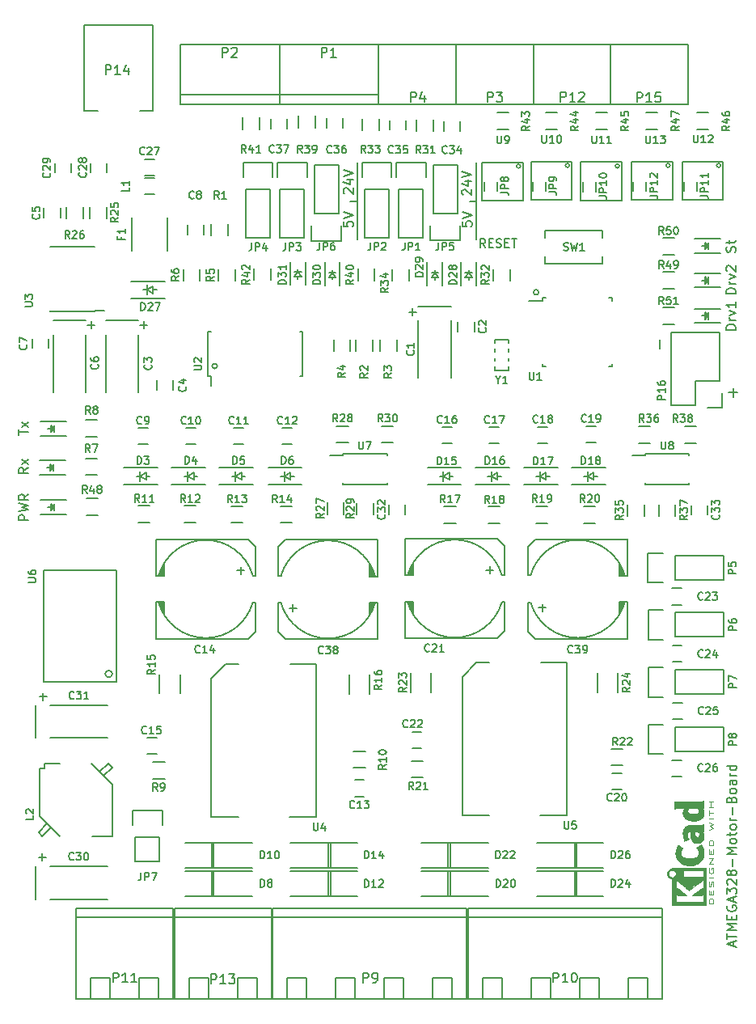
<source format=gto>
G04 #@! TF.FileFunction,Legend,Top*
%FSLAX46Y46*%
G04 Gerber Fmt 4.6, Leading zero omitted, Abs format (unit mm)*
G04 Created by KiCad (PCBNEW 4.1.0-alpha+201608101232+7015~46~ubuntu14.04.1-product) date Fri Aug 19 12:09:27 2016*
%MOMM*%
%LPD*%
G01*
G04 APERTURE LIST*
%ADD10C,0.100000*%
%ADD11C,0.200000*%
%ADD12C,0.150000*%
%ADD13C,0.152400*%
%ADD14C,0.010000*%
%ADD15C,0.125000*%
G04 APERTURE END LIST*
D10*
D11*
X144760000Y-56580000D02*
X144760000Y-60580000D01*
X144040000Y-56590000D02*
X144760000Y-56590000D01*
X144760000Y-56590000D02*
X144760000Y-52520000D01*
X157230000Y-56590000D02*
X157230000Y-52520000D01*
X156510000Y-56590000D02*
X157230000Y-56590000D01*
X157230000Y-56580000D02*
X157230000Y-60580000D01*
D12*
X184344761Y-61871428D02*
X184392380Y-61728571D01*
X184392380Y-61490476D01*
X184344761Y-61395238D01*
X184297142Y-61347619D01*
X184201904Y-61300000D01*
X184106666Y-61300000D01*
X184011428Y-61347619D01*
X183963809Y-61395238D01*
X183916190Y-61490476D01*
X183868571Y-61680952D01*
X183820952Y-61776190D01*
X183773333Y-61823809D01*
X183678095Y-61871428D01*
X183582857Y-61871428D01*
X183487619Y-61823809D01*
X183440000Y-61776190D01*
X183392380Y-61680952D01*
X183392380Y-61442857D01*
X183440000Y-61300000D01*
X183725714Y-61014285D02*
X183725714Y-60633333D01*
X183392380Y-60871428D02*
X184249523Y-60871428D01*
X184344761Y-60823809D01*
X184392380Y-60728571D01*
X184392380Y-60633333D01*
X184392380Y-66208571D02*
X183392380Y-66208571D01*
X183392380Y-65970476D01*
X183440000Y-65827619D01*
X183535238Y-65732380D01*
X183630476Y-65684761D01*
X183820952Y-65637142D01*
X183963809Y-65637142D01*
X184154285Y-65684761D01*
X184249523Y-65732380D01*
X184344761Y-65827619D01*
X184392380Y-65970476D01*
X184392380Y-66208571D01*
X184392380Y-65208571D02*
X183725714Y-65208571D01*
X183916190Y-65208571D02*
X183820952Y-65160952D01*
X183773333Y-65113333D01*
X183725714Y-65018095D01*
X183725714Y-64922857D01*
X183725714Y-64684761D02*
X184392380Y-64446666D01*
X183725714Y-64208571D01*
X183487619Y-63875238D02*
X183440000Y-63827619D01*
X183392380Y-63732380D01*
X183392380Y-63494285D01*
X183440000Y-63399047D01*
X183487619Y-63351428D01*
X183582857Y-63303809D01*
X183678095Y-63303809D01*
X183820952Y-63351428D01*
X184392380Y-63922857D01*
X184392380Y-63303809D01*
D11*
X176435714Y-71947142D02*
X176435714Y-71032857D01*
X184125714Y-77047142D02*
X184125714Y-76132857D01*
X184582857Y-76590000D02*
X183668571Y-76590000D01*
D12*
X184412380Y-69998571D02*
X183412380Y-69998571D01*
X183412380Y-69760476D01*
X183460000Y-69617619D01*
X183555238Y-69522380D01*
X183650476Y-69474761D01*
X183840952Y-69427142D01*
X183983809Y-69427142D01*
X184174285Y-69474761D01*
X184269523Y-69522380D01*
X184364761Y-69617619D01*
X184412380Y-69760476D01*
X184412380Y-69998571D01*
X184412380Y-68998571D02*
X183745714Y-68998571D01*
X183936190Y-68998571D02*
X183840952Y-68950952D01*
X183793333Y-68903333D01*
X183745714Y-68808095D01*
X183745714Y-68712857D01*
X183745714Y-68474761D02*
X184412380Y-68236666D01*
X183745714Y-67998571D01*
X184412380Y-67093809D02*
X184412380Y-67665238D01*
X184412380Y-67379523D02*
X183412380Y-67379523D01*
X183555238Y-67474761D01*
X183650476Y-67570000D01*
X183698095Y-67665238D01*
X109332380Y-81020476D02*
X109332380Y-80449047D01*
X110332380Y-80734761D02*
X109332380Y-80734761D01*
X110332380Y-80210952D02*
X109665714Y-79687142D01*
X109665714Y-80210952D02*
X110332380Y-79687142D01*
X110322380Y-84455238D02*
X109846190Y-84788571D01*
X110322380Y-85026666D02*
X109322380Y-85026666D01*
X109322380Y-84645714D01*
X109370000Y-84550476D01*
X109417619Y-84502857D01*
X109512857Y-84455238D01*
X109655714Y-84455238D01*
X109750952Y-84502857D01*
X109798571Y-84550476D01*
X109846190Y-84645714D01*
X109846190Y-85026666D01*
X110322380Y-84121904D02*
X109655714Y-83598095D01*
X109655714Y-84121904D02*
X110322380Y-83598095D01*
X110342380Y-89933333D02*
X109342380Y-89933333D01*
X109342380Y-89552380D01*
X109390000Y-89457142D01*
X109437619Y-89409523D01*
X109532857Y-89361904D01*
X109675714Y-89361904D01*
X109770952Y-89409523D01*
X109818571Y-89457142D01*
X109866190Y-89552380D01*
X109866190Y-89933333D01*
X109342380Y-89028571D02*
X110342380Y-88790476D01*
X109628095Y-88600000D01*
X110342380Y-88409523D01*
X109342380Y-88171428D01*
X110342380Y-87219047D02*
X109866190Y-87552380D01*
X110342380Y-87790476D02*
X109342380Y-87790476D01*
X109342380Y-87409523D01*
X109390000Y-87314285D01*
X109437619Y-87266666D01*
X109532857Y-87219047D01*
X109675714Y-87219047D01*
X109770952Y-87266666D01*
X109818571Y-87314285D01*
X109866190Y-87409523D01*
X109866190Y-87790476D01*
X143332380Y-58710476D02*
X143332380Y-59186666D01*
X143808571Y-59234285D01*
X143760952Y-59186666D01*
X143713333Y-59091428D01*
X143713333Y-58853333D01*
X143760952Y-58758095D01*
X143808571Y-58710476D01*
X143903809Y-58662857D01*
X144141904Y-58662857D01*
X144237142Y-58710476D01*
X144284761Y-58758095D01*
X144332380Y-58853333D01*
X144332380Y-59091428D01*
X144284761Y-59186666D01*
X144237142Y-59234285D01*
X143332380Y-58377142D02*
X144332380Y-58043809D01*
X143332380Y-57710476D01*
X143417619Y-55740476D02*
X143370000Y-55692857D01*
X143322380Y-55597619D01*
X143322380Y-55359523D01*
X143370000Y-55264285D01*
X143417619Y-55216666D01*
X143512857Y-55169047D01*
X143608095Y-55169047D01*
X143750952Y-55216666D01*
X144322380Y-55788095D01*
X144322380Y-55169047D01*
X143655714Y-54311904D02*
X144322380Y-54311904D01*
X143274761Y-54550000D02*
X143989047Y-54788095D01*
X143989047Y-54169047D01*
X143322380Y-53930952D02*
X144322380Y-53597619D01*
X143322380Y-53264285D01*
D11*
X184186666Y-134556190D02*
X184186666Y-134080000D01*
X184472380Y-134651428D02*
X183472380Y-134318095D01*
X184472380Y-133984761D01*
X183472380Y-133794285D02*
X183472380Y-133222857D01*
X184472380Y-133508571D02*
X183472380Y-133508571D01*
X184472380Y-132889523D02*
X183472380Y-132889523D01*
X184186666Y-132556190D01*
X183472380Y-132222857D01*
X184472380Y-132222857D01*
X183948571Y-131746666D02*
X183948571Y-131413333D01*
X184472380Y-131270476D02*
X184472380Y-131746666D01*
X183472380Y-131746666D01*
X183472380Y-131270476D01*
X183520000Y-130318095D02*
X183472380Y-130413333D01*
X183472380Y-130556190D01*
X183520000Y-130699047D01*
X183615238Y-130794285D01*
X183710476Y-130841904D01*
X183900952Y-130889523D01*
X184043809Y-130889523D01*
X184234285Y-130841904D01*
X184329523Y-130794285D01*
X184424761Y-130699047D01*
X184472380Y-130556190D01*
X184472380Y-130460952D01*
X184424761Y-130318095D01*
X184377142Y-130270476D01*
X184043809Y-130270476D01*
X184043809Y-130460952D01*
X184186666Y-129889523D02*
X184186666Y-129413333D01*
X184472380Y-129984761D02*
X183472380Y-129651428D01*
X184472380Y-129318095D01*
X183472380Y-129080000D02*
X183472380Y-128460952D01*
X183853333Y-128794285D01*
X183853333Y-128651428D01*
X183900952Y-128556190D01*
X183948571Y-128508571D01*
X184043809Y-128460952D01*
X184281904Y-128460952D01*
X184377142Y-128508571D01*
X184424761Y-128556190D01*
X184472380Y-128651428D01*
X184472380Y-128937142D01*
X184424761Y-129032380D01*
X184377142Y-129080000D01*
X183567619Y-128080000D02*
X183520000Y-128032380D01*
X183472380Y-127937142D01*
X183472380Y-127699047D01*
X183520000Y-127603809D01*
X183567619Y-127556190D01*
X183662857Y-127508571D01*
X183758095Y-127508571D01*
X183900952Y-127556190D01*
X184472380Y-128127619D01*
X184472380Y-127508571D01*
X183900952Y-126937142D02*
X183853333Y-127032380D01*
X183805714Y-127080000D01*
X183710476Y-127127619D01*
X183662857Y-127127619D01*
X183567619Y-127080000D01*
X183520000Y-127032380D01*
X183472380Y-126937142D01*
X183472380Y-126746666D01*
X183520000Y-126651428D01*
X183567619Y-126603809D01*
X183662857Y-126556190D01*
X183710476Y-126556190D01*
X183805714Y-126603809D01*
X183853333Y-126651428D01*
X183900952Y-126746666D01*
X183900952Y-126937142D01*
X183948571Y-127032380D01*
X183996190Y-127080000D01*
X184091428Y-127127619D01*
X184281904Y-127127619D01*
X184377142Y-127080000D01*
X184424761Y-127032380D01*
X184472380Y-126937142D01*
X184472380Y-126746666D01*
X184424761Y-126651428D01*
X184377142Y-126603809D01*
X184281904Y-126556190D01*
X184091428Y-126556190D01*
X183996190Y-126603809D01*
X183948571Y-126651428D01*
X183900952Y-126746666D01*
X184091428Y-126127619D02*
X184091428Y-125365714D01*
X184472380Y-124889523D02*
X183472380Y-124889523D01*
X184186666Y-124556190D01*
X183472380Y-124222857D01*
X184472380Y-124222857D01*
X184472380Y-123603809D02*
X184424761Y-123699047D01*
X184377142Y-123746666D01*
X184281904Y-123794285D01*
X183996190Y-123794285D01*
X183900952Y-123746666D01*
X183853333Y-123699047D01*
X183805714Y-123603809D01*
X183805714Y-123460952D01*
X183853333Y-123365714D01*
X183900952Y-123318095D01*
X183996190Y-123270476D01*
X184281904Y-123270476D01*
X184377142Y-123318095D01*
X184424761Y-123365714D01*
X184472380Y-123460952D01*
X184472380Y-123603809D01*
X183805714Y-122984761D02*
X183805714Y-122603809D01*
X183472380Y-122841904D02*
X184329523Y-122841904D01*
X184424761Y-122794285D01*
X184472380Y-122699047D01*
X184472380Y-122603809D01*
X184472380Y-122127619D02*
X184424761Y-122222857D01*
X184377142Y-122270476D01*
X184281904Y-122318095D01*
X183996190Y-122318095D01*
X183900952Y-122270476D01*
X183853333Y-122222857D01*
X183805714Y-122127619D01*
X183805714Y-121984761D01*
X183853333Y-121889523D01*
X183900952Y-121841904D01*
X183996190Y-121794285D01*
X184281904Y-121794285D01*
X184377142Y-121841904D01*
X184424761Y-121889523D01*
X184472380Y-121984761D01*
X184472380Y-122127619D01*
X184472380Y-121365714D02*
X183805714Y-121365714D01*
X183996190Y-121365714D02*
X183900952Y-121318095D01*
X183853333Y-121270476D01*
X183805714Y-121175238D01*
X183805714Y-121080000D01*
X184091428Y-120746666D02*
X184091428Y-119984761D01*
X183948571Y-119175238D02*
X183996190Y-119032380D01*
X184043809Y-118984761D01*
X184139047Y-118937142D01*
X184281904Y-118937142D01*
X184377142Y-118984761D01*
X184424761Y-119032380D01*
X184472380Y-119127619D01*
X184472380Y-119508571D01*
X183472380Y-119508571D01*
X183472380Y-119175238D01*
X183520000Y-119080000D01*
X183567619Y-119032380D01*
X183662857Y-118984761D01*
X183758095Y-118984761D01*
X183853333Y-119032380D01*
X183900952Y-119080000D01*
X183948571Y-119175238D01*
X183948571Y-119508571D01*
X184472380Y-118365714D02*
X184424761Y-118460952D01*
X184377142Y-118508571D01*
X184281904Y-118556190D01*
X183996190Y-118556190D01*
X183900952Y-118508571D01*
X183853333Y-118460952D01*
X183805714Y-118365714D01*
X183805714Y-118222857D01*
X183853333Y-118127619D01*
X183900952Y-118080000D01*
X183996190Y-118032380D01*
X184281904Y-118032380D01*
X184377142Y-118080000D01*
X184424761Y-118127619D01*
X184472380Y-118222857D01*
X184472380Y-118365714D01*
X184472380Y-117175238D02*
X183948571Y-117175238D01*
X183853333Y-117222857D01*
X183805714Y-117318095D01*
X183805714Y-117508571D01*
X183853333Y-117603809D01*
X184424761Y-117175238D02*
X184472380Y-117270476D01*
X184472380Y-117508571D01*
X184424761Y-117603809D01*
X184329523Y-117651428D01*
X184234285Y-117651428D01*
X184139047Y-117603809D01*
X184091428Y-117508571D01*
X184091428Y-117270476D01*
X184043809Y-117175238D01*
X184472380Y-116699047D02*
X183805714Y-116699047D01*
X183996190Y-116699047D02*
X183900952Y-116651428D01*
X183853333Y-116603809D01*
X183805714Y-116508571D01*
X183805714Y-116413333D01*
X184472380Y-115651428D02*
X183472380Y-115651428D01*
X184424761Y-115651428D02*
X184472380Y-115746666D01*
X184472380Y-115937142D01*
X184424761Y-116032380D01*
X184377142Y-116080000D01*
X184281904Y-116127619D01*
X183996190Y-116127619D01*
X183900952Y-116080000D01*
X183853333Y-116032380D01*
X183805714Y-115937142D01*
X183805714Y-115746666D01*
X183853333Y-115651428D01*
D12*
X155837619Y-55880476D02*
X155790000Y-55832857D01*
X155742380Y-55737619D01*
X155742380Y-55499523D01*
X155790000Y-55404285D01*
X155837619Y-55356666D01*
X155932857Y-55309047D01*
X156028095Y-55309047D01*
X156170952Y-55356666D01*
X156742380Y-55928095D01*
X156742380Y-55309047D01*
X156075714Y-54451904D02*
X156742380Y-54451904D01*
X155694761Y-54690000D02*
X156409047Y-54928095D01*
X156409047Y-54309047D01*
X155742380Y-54070952D02*
X156742380Y-53737619D01*
X155742380Y-53404285D01*
X155772380Y-58680476D02*
X155772380Y-59156666D01*
X156248571Y-59204285D01*
X156200952Y-59156666D01*
X156153333Y-59061428D01*
X156153333Y-58823333D01*
X156200952Y-58728095D01*
X156248571Y-58680476D01*
X156343809Y-58632857D01*
X156581904Y-58632857D01*
X156677142Y-58680476D01*
X156724761Y-58728095D01*
X156772380Y-58823333D01*
X156772380Y-59061428D01*
X156724761Y-59156666D01*
X156677142Y-59204285D01*
X155772380Y-58347142D02*
X156772380Y-58013809D01*
X155772380Y-57680476D01*
X158172857Y-61397142D02*
X157872857Y-60968571D01*
X157658571Y-61397142D02*
X157658571Y-60497142D01*
X158001428Y-60497142D01*
X158087142Y-60540000D01*
X158130000Y-60582857D01*
X158172857Y-60668571D01*
X158172857Y-60797142D01*
X158130000Y-60882857D01*
X158087142Y-60925714D01*
X158001428Y-60968571D01*
X157658571Y-60968571D01*
X158558571Y-60925714D02*
X158858571Y-60925714D01*
X158987142Y-61397142D02*
X158558571Y-61397142D01*
X158558571Y-60497142D01*
X158987142Y-60497142D01*
X159330000Y-61354285D02*
X159458571Y-61397142D01*
X159672857Y-61397142D01*
X159758571Y-61354285D01*
X159801428Y-61311428D01*
X159844285Y-61225714D01*
X159844285Y-61140000D01*
X159801428Y-61054285D01*
X159758571Y-61011428D01*
X159672857Y-60968571D01*
X159501428Y-60925714D01*
X159415714Y-60882857D01*
X159372857Y-60840000D01*
X159330000Y-60754285D01*
X159330000Y-60668571D01*
X159372857Y-60582857D01*
X159415714Y-60540000D01*
X159501428Y-60497142D01*
X159715714Y-60497142D01*
X159844285Y-60540000D01*
X160230000Y-60925714D02*
X160530000Y-60925714D01*
X160658571Y-61397142D02*
X160230000Y-61397142D01*
X160230000Y-60497142D01*
X160658571Y-60497142D01*
X160915714Y-60497142D02*
X161430000Y-60497142D01*
X161172857Y-61397142D02*
X161172857Y-60497142D01*
D11*
X116175000Y-47125000D02*
X117575000Y-47125000D01*
X123375000Y-47125000D02*
X121975000Y-47125000D01*
X116175000Y-38125000D02*
X116175000Y-47125000D01*
X123375000Y-38125000D02*
X116175000Y-38125000D01*
X123375000Y-47125000D02*
X123375000Y-38125000D01*
D12*
X177980000Y-65695000D02*
X176780000Y-65695000D01*
X176780000Y-63945000D02*
X177980000Y-63945000D01*
X182780000Y-64080000D02*
X180080000Y-64080000D01*
X182780000Y-65580000D02*
X180080000Y-65580000D01*
X181280000Y-64680000D02*
X181280000Y-64930000D01*
X181280000Y-64930000D02*
X181430000Y-64780000D01*
X181530000Y-65180000D02*
X181530000Y-64480000D01*
X181180000Y-64830000D02*
X180830000Y-64830000D01*
X181530000Y-64830000D02*
X181180000Y-65180000D01*
X181180000Y-65180000D02*
X181180000Y-64480000D01*
X181180000Y-64480000D02*
X181530000Y-64830000D01*
X182790980Y-60500000D02*
X180090980Y-60500000D01*
X182790980Y-62000000D02*
X180090980Y-62000000D01*
X181290980Y-61100000D02*
X181290980Y-61350000D01*
X181290980Y-61350000D02*
X181440980Y-61200000D01*
X181540980Y-61600000D02*
X181540980Y-60900000D01*
X181190980Y-61250000D02*
X180840980Y-61250000D01*
X181540980Y-61250000D02*
X181190980Y-61600000D01*
X181190980Y-61600000D02*
X181190980Y-60900000D01*
X181190980Y-60900000D02*
X181540980Y-61250000D01*
X182790000Y-67800000D02*
X180090000Y-67800000D01*
X182790000Y-69300000D02*
X180090000Y-69300000D01*
X181290000Y-68400000D02*
X181290000Y-68650000D01*
X181290000Y-68650000D02*
X181440000Y-68500000D01*
X181540000Y-68900000D02*
X181540000Y-68200000D01*
X181190000Y-68550000D02*
X180840000Y-68550000D01*
X181540000Y-68550000D02*
X181190000Y-68900000D01*
X181190000Y-68900000D02*
X181190000Y-68200000D01*
X181190000Y-68200000D02*
X181540000Y-68550000D01*
X177980000Y-62125000D02*
X176780000Y-62125000D01*
X176780000Y-60375000D02*
X177980000Y-60375000D01*
X177980000Y-69435000D02*
X176780000Y-69435000D01*
X176780000Y-67685000D02*
X177980000Y-67685000D01*
D13*
X179405000Y-40175000D02*
X179405000Y-46375000D01*
X171305000Y-40175000D02*
X179405000Y-40175000D01*
X171305000Y-46375000D02*
X171305000Y-40175000D01*
X179405000Y-46375000D02*
X171305000Y-46375000D01*
X130102488Y-73820000D02*
G75*
G03X130102488Y-73820000I-262488J0D01*
G01*
D12*
X129105000Y-74835000D02*
X129430000Y-74835000D01*
X129105000Y-70185000D02*
X129430000Y-70185000D01*
X139055000Y-70185000D02*
X138730000Y-70185000D01*
X139055000Y-74835000D02*
X138730000Y-74835000D01*
X129105000Y-74835000D02*
X129105000Y-70185000D01*
X139055000Y-74835000D02*
X139055000Y-70185000D01*
X129430000Y-74835000D02*
X129430000Y-75910000D01*
D13*
X163769258Y-66090000D02*
G75*
G03X163769258Y-66090000I-269258J0D01*
G01*
D12*
X164175000Y-66635000D02*
X164175000Y-66960000D01*
X171425000Y-66635000D02*
X171425000Y-66960000D01*
X171425000Y-73885000D02*
X171425000Y-73560000D01*
X164175000Y-73885000D02*
X164175000Y-73560000D01*
X164175000Y-66635000D02*
X164500000Y-66635000D01*
X164175000Y-73885000D02*
X164500000Y-73885000D01*
X171425000Y-73885000D02*
X171100000Y-73885000D01*
X171425000Y-66635000D02*
X171100000Y-66635000D01*
X164175000Y-66960000D02*
X162750000Y-66960000D01*
D13*
X171315000Y-40175000D02*
X171315000Y-46375000D01*
X163215000Y-40175000D02*
X171315000Y-40175000D01*
X163215000Y-46375000D02*
X163215000Y-40175000D01*
X171315000Y-46375000D02*
X163215000Y-46375000D01*
X163205000Y-40175000D02*
X163205000Y-46375000D01*
X155105000Y-40175000D02*
X163205000Y-40175000D01*
X155105000Y-46375000D02*
X155105000Y-40175000D01*
X163205000Y-46375000D02*
X155105000Y-46375000D01*
X155105000Y-40175000D02*
X155105000Y-46375000D01*
X147005000Y-40175000D02*
X155105000Y-40175000D01*
X147005000Y-46375000D02*
X147005000Y-40175000D01*
X155105000Y-46375000D02*
X147005000Y-46375000D01*
D12*
X122810000Y-114430000D02*
X123810000Y-114430000D01*
X123810000Y-112730000D02*
X122810000Y-112730000D01*
D13*
X111500000Y-115900000D02*
X111500000Y-120900000D01*
X112000000Y-115400000D02*
X113600000Y-115400000D01*
X112000000Y-115900000D02*
X112000000Y-115400000D01*
X111500000Y-115900000D02*
X112000000Y-115900000D01*
X118700000Y-115400000D02*
X117800000Y-116300000D01*
X119100000Y-115800000D02*
X118700000Y-115400000D01*
X118200000Y-116700000D02*
X119100000Y-115800000D01*
X111400000Y-122600000D02*
X112300000Y-121700000D01*
X111800000Y-123000000D02*
X111400000Y-122600000D01*
X112700000Y-122100000D02*
X111800000Y-123000000D01*
X119100000Y-123000000D02*
X117000000Y-123000000D01*
X119100000Y-117600000D02*
X119100000Y-123000000D01*
X116900000Y-115400000D02*
X119100000Y-117600000D01*
X113600000Y-123000000D02*
X111500000Y-120900000D01*
D12*
X157020000Y-70200000D02*
X157020000Y-69200000D01*
X155320000Y-69200000D02*
X155320000Y-70200000D01*
X125480000Y-76320000D02*
X125480000Y-75320000D01*
X123780000Y-75320000D02*
X123780000Y-76320000D01*
X111975000Y-57275000D02*
X111975000Y-58275000D01*
X113675000Y-58275000D02*
X113675000Y-57275000D01*
X112440000Y-71940000D02*
X112440000Y-70940000D01*
X110740000Y-70940000D02*
X110740000Y-71940000D01*
X126975000Y-59050000D02*
X126975000Y-60050000D01*
X128675000Y-60050000D02*
X128675000Y-59050000D01*
X121840000Y-81970000D02*
X122840000Y-81970000D01*
X122840000Y-80270000D02*
X121840000Y-80270000D01*
X126840000Y-81970000D02*
X127840000Y-81970000D01*
X127840000Y-80270000D02*
X126840000Y-80270000D01*
X131840000Y-81970000D02*
X132840000Y-81970000D01*
X132840000Y-80270000D02*
X131840000Y-80270000D01*
X136940000Y-81970000D02*
X137940000Y-81970000D01*
X137940000Y-80270000D02*
X136940000Y-80270000D01*
X144500000Y-118850000D02*
X145500000Y-118850000D01*
X145500000Y-117150000D02*
X144500000Y-117150000D01*
X153660000Y-81930000D02*
X154660000Y-81930000D01*
X154660000Y-80230000D02*
X153660000Y-80230000D01*
X158610000Y-81930000D02*
X159610000Y-81930000D01*
X159610000Y-80230000D02*
X158610000Y-80230000D01*
X163690000Y-81880000D02*
X164690000Y-81880000D01*
X164690000Y-80180000D02*
X163690000Y-80180000D01*
X168730000Y-81830000D02*
X169730000Y-81830000D01*
X169730000Y-80130000D02*
X168730000Y-80130000D01*
X171450000Y-118100000D02*
X172450000Y-118100000D01*
X172450000Y-116400000D02*
X171450000Y-116400000D01*
X150500000Y-113850000D02*
X151500000Y-113850000D01*
X151500000Y-112150000D02*
X150500000Y-112150000D01*
X177730000Y-98780000D02*
X178730000Y-98780000D01*
X178730000Y-97080000D02*
X177730000Y-97080000D01*
X177770000Y-104770000D02*
X178770000Y-104770000D01*
X178770000Y-103070000D02*
X177770000Y-103070000D01*
X177800000Y-110770000D02*
X178800000Y-110770000D01*
X178800000Y-109070000D02*
X177800000Y-109070000D01*
X177750000Y-116770000D02*
X178750000Y-116770000D01*
X178750000Y-115070000D02*
X177750000Y-115070000D01*
X123500000Y-52150000D02*
X122500000Y-52150000D01*
X122500000Y-53850000D02*
X123500000Y-53850000D01*
X116860000Y-52560000D02*
X116860000Y-53560000D01*
X118560000Y-53560000D02*
X118560000Y-52560000D01*
X113110000Y-52560000D02*
X113110000Y-53560000D01*
X114810000Y-53560000D02*
X114810000Y-52560000D01*
X149750000Y-89330000D02*
X149750000Y-88330000D01*
X148050000Y-88330000D02*
X148050000Y-89330000D01*
X181440000Y-89380000D02*
X181440000Y-88380000D01*
X179740000Y-88380000D02*
X179740000Y-89380000D01*
X153830000Y-48170000D02*
X153830000Y-49170000D01*
X155530000Y-49170000D02*
X155530000Y-48170000D01*
X148190000Y-48070000D02*
X148190000Y-49070000D01*
X149890000Y-49070000D02*
X149890000Y-48070000D01*
X141540000Y-47880000D02*
X141540000Y-48880000D01*
X143240000Y-48880000D02*
X143240000Y-47880000D01*
X135730000Y-47960000D02*
X135730000Y-48960000D01*
X137430000Y-48960000D02*
X137430000Y-47960000D01*
X114230980Y-83650000D02*
X111530980Y-83650000D01*
X114230980Y-85150000D02*
X111530980Y-85150000D01*
X112730980Y-84250000D02*
X112730980Y-84500000D01*
X112730980Y-84500000D02*
X112880980Y-84350000D01*
X112980980Y-84750000D02*
X112980980Y-84050000D01*
X112630980Y-84400000D02*
X112280980Y-84400000D01*
X112980980Y-84400000D02*
X112630980Y-84750000D01*
X112630980Y-84750000D02*
X112630980Y-84050000D01*
X112630980Y-84050000D02*
X112980980Y-84400000D01*
X114270000Y-79640000D02*
X111570000Y-79640000D01*
X114270000Y-81140000D02*
X111570000Y-81140000D01*
X112770000Y-80240000D02*
X112770000Y-80490000D01*
X112770000Y-80490000D02*
X112920000Y-80340000D01*
X113020000Y-80740000D02*
X113020000Y-80040000D01*
X112670000Y-80390000D02*
X112320000Y-80390000D01*
X113020000Y-80390000D02*
X112670000Y-80740000D01*
X112670000Y-80740000D02*
X112670000Y-80040000D01*
X112670000Y-80040000D02*
X113020000Y-80390000D01*
X122657500Y-85335000D02*
X123038500Y-85335000D01*
X121641500Y-85335000D02*
X122022500Y-85335000D01*
X122022500Y-85335000D02*
X122657500Y-84954000D01*
X122657500Y-84954000D02*
X122657500Y-85716000D01*
X122657500Y-85716000D02*
X122022500Y-85335000D01*
X122022500Y-84827000D02*
X122022500Y-85843000D01*
X120340000Y-86235000D02*
X123880000Y-86235000D01*
X120340000Y-84435000D02*
X123880000Y-84435000D01*
X127657500Y-85335000D02*
X128038500Y-85335000D01*
X126641500Y-85335000D02*
X127022500Y-85335000D01*
X127022500Y-85335000D02*
X127657500Y-84954000D01*
X127657500Y-84954000D02*
X127657500Y-85716000D01*
X127657500Y-85716000D02*
X127022500Y-85335000D01*
X127022500Y-84827000D02*
X127022500Y-85843000D01*
X125340000Y-86235000D02*
X128880000Y-86235000D01*
X125340000Y-84435000D02*
X128880000Y-84435000D01*
X132657500Y-85335000D02*
X133038500Y-85335000D01*
X131641500Y-85335000D02*
X132022500Y-85335000D01*
X132022500Y-85335000D02*
X132657500Y-84954000D01*
X132657500Y-84954000D02*
X132657500Y-85716000D01*
X132657500Y-85716000D02*
X132022500Y-85335000D01*
X132022500Y-84827000D02*
X132022500Y-85843000D01*
X130340000Y-86235000D02*
X133880000Y-86235000D01*
X130340000Y-84435000D02*
X133880000Y-84435000D01*
X137757500Y-85335000D02*
X138138500Y-85335000D01*
X136741500Y-85335000D02*
X137122500Y-85335000D01*
X137122500Y-85335000D02*
X137757500Y-84954000D01*
X137757500Y-84954000D02*
X137757500Y-85716000D01*
X137757500Y-85716000D02*
X137122500Y-85335000D01*
X137122500Y-84827000D02*
X137122500Y-85843000D01*
X135440000Y-86235000D02*
X138980000Y-86235000D01*
X135440000Y-84435000D02*
X138980000Y-84435000D01*
D13*
X129750000Y-126700000D02*
X129750000Y-129300000D01*
X129550000Y-126800000D02*
X129550000Y-129300000D01*
X126750000Y-129300000D02*
X133750000Y-129300000D01*
X126750000Y-126700000D02*
X133750000Y-126700000D01*
X129750000Y-123700000D02*
X129750000Y-126300000D01*
X129550000Y-123800000D02*
X129550000Y-126300000D01*
X126750000Y-126300000D02*
X133750000Y-126300000D01*
X126750000Y-123700000D02*
X133750000Y-123700000D01*
X141750000Y-129300000D02*
X141750000Y-126700000D01*
X141950000Y-129200000D02*
X141950000Y-126700000D01*
X144750000Y-126700000D02*
X137750000Y-126700000D01*
X144750000Y-129300000D02*
X137750000Y-129300000D01*
X141750000Y-126300000D02*
X141750000Y-123700000D01*
X141950000Y-126200000D02*
X141950000Y-123700000D01*
X144750000Y-123700000D02*
X137750000Y-123700000D01*
X144750000Y-126300000D02*
X137750000Y-126300000D01*
D12*
X154427500Y-85335000D02*
X154808500Y-85335000D01*
X153411500Y-85335000D02*
X153792500Y-85335000D01*
X153792500Y-85335000D02*
X154427500Y-84954000D01*
X154427500Y-84954000D02*
X154427500Y-85716000D01*
X154427500Y-85716000D02*
X153792500Y-85335000D01*
X153792500Y-84827000D02*
X153792500Y-85843000D01*
X152110000Y-86235000D02*
X155650000Y-86235000D01*
X152110000Y-84435000D02*
X155650000Y-84435000D01*
X159472500Y-85335000D02*
X159853500Y-85335000D01*
X158456500Y-85335000D02*
X158837500Y-85335000D01*
X158837500Y-85335000D02*
X159472500Y-84954000D01*
X159472500Y-84954000D02*
X159472500Y-85716000D01*
X159472500Y-85716000D02*
X158837500Y-85335000D01*
X158837500Y-84827000D02*
X158837500Y-85843000D01*
X157155000Y-86235000D02*
X160695000Y-86235000D01*
X157155000Y-84435000D02*
X160695000Y-84435000D01*
X164522500Y-85335000D02*
X164903500Y-85335000D01*
X163506500Y-85335000D02*
X163887500Y-85335000D01*
X163887500Y-85335000D02*
X164522500Y-84954000D01*
X164522500Y-84954000D02*
X164522500Y-85716000D01*
X164522500Y-85716000D02*
X163887500Y-85335000D01*
X163887500Y-84827000D02*
X163887500Y-85843000D01*
X162205000Y-86235000D02*
X165745000Y-86235000D01*
X162205000Y-84435000D02*
X165745000Y-84435000D01*
X169522500Y-85335000D02*
X169903500Y-85335000D01*
X168506500Y-85335000D02*
X168887500Y-85335000D01*
X168887500Y-85335000D02*
X169522500Y-84954000D01*
X169522500Y-84954000D02*
X169522500Y-85716000D01*
X169522500Y-85716000D02*
X168887500Y-85335000D01*
X168887500Y-84827000D02*
X168887500Y-85843000D01*
X167205000Y-86235000D02*
X170745000Y-86235000D01*
X167205000Y-84435000D02*
X170745000Y-84435000D01*
D13*
X154500000Y-126700000D02*
X154500000Y-129300000D01*
X154300000Y-126800000D02*
X154300000Y-129300000D01*
X151500000Y-129300000D02*
X158500000Y-129300000D01*
X151500000Y-126700000D02*
X158500000Y-126700000D01*
X154500000Y-123700000D02*
X154500000Y-126300000D01*
X154300000Y-123800000D02*
X154300000Y-126300000D01*
X151500000Y-126300000D02*
X158500000Y-126300000D01*
X151500000Y-123700000D02*
X158500000Y-123700000D01*
X167550000Y-129300000D02*
X167550000Y-126700000D01*
X167750000Y-129200000D02*
X167750000Y-126700000D01*
X170550000Y-126700000D02*
X163550000Y-126700000D01*
X170550000Y-129300000D02*
X163550000Y-129300000D01*
X167550000Y-126300000D02*
X167550000Y-123700000D01*
X167750000Y-126200000D02*
X167750000Y-123700000D01*
X170550000Y-123700000D02*
X163550000Y-123700000D01*
X170550000Y-126300000D02*
X163550000Y-126300000D01*
D12*
X123392500Y-65825000D02*
X123773500Y-65825000D01*
X122376500Y-65825000D02*
X122757500Y-65825000D01*
X122757500Y-65825000D02*
X123392500Y-65444000D01*
X123392500Y-65444000D02*
X123392500Y-66206000D01*
X123392500Y-66206000D02*
X122757500Y-65825000D01*
X122757500Y-65317000D02*
X122757500Y-66333000D01*
X121075000Y-66725000D02*
X124615000Y-66725000D01*
X121075000Y-64925000D02*
X124615000Y-64925000D01*
X156430000Y-64510000D02*
X156430000Y-64760000D01*
X156430000Y-64010000D02*
X156430000Y-63760000D01*
X156430000Y-64010000D02*
X156780000Y-64510000D01*
X156780000Y-64510000D02*
X156080000Y-64510000D01*
X156080000Y-64510000D02*
X156430000Y-64010000D01*
X156780000Y-64010000D02*
X156080000Y-64010000D01*
X155630000Y-62960000D02*
X155630000Y-65360000D01*
X157230000Y-62960000D02*
X157230000Y-65360000D01*
X152890000Y-64510000D02*
X152890000Y-64760000D01*
X152890000Y-64010000D02*
X152890000Y-63760000D01*
X152890000Y-64010000D02*
X153240000Y-64510000D01*
X153240000Y-64510000D02*
X152540000Y-64510000D01*
X152540000Y-64510000D02*
X152890000Y-64010000D01*
X153240000Y-64010000D02*
X152540000Y-64010000D01*
X152090000Y-62960000D02*
X152090000Y-65360000D01*
X153690000Y-62960000D02*
X153690000Y-65360000D01*
X142160000Y-64490000D02*
X142160000Y-64740000D01*
X142160000Y-63990000D02*
X142160000Y-63740000D01*
X142160000Y-63990000D02*
X142510000Y-64490000D01*
X142510000Y-64490000D02*
X141810000Y-64490000D01*
X141810000Y-64490000D02*
X142160000Y-63990000D01*
X142510000Y-63990000D02*
X141810000Y-63990000D01*
X141360000Y-62940000D02*
X141360000Y-65340000D01*
X142960000Y-62940000D02*
X142960000Y-65340000D01*
X138560000Y-64470000D02*
X138560000Y-64720000D01*
X138560000Y-63970000D02*
X138560000Y-63720000D01*
X138560000Y-63970000D02*
X138910000Y-64470000D01*
X138910000Y-64470000D02*
X138210000Y-64470000D01*
X138210000Y-64470000D02*
X138560000Y-63970000D01*
X138910000Y-63970000D02*
X138210000Y-63970000D01*
X137760000Y-62920000D02*
X137760000Y-65320000D01*
X139360000Y-62920000D02*
X139360000Y-65320000D01*
X121120400Y-58272800D02*
X121120400Y-61727200D01*
X124879600Y-58272800D02*
X124879600Y-61727200D01*
X122500000Y-55850000D02*
X123500000Y-55850000D01*
X123500000Y-54150000D02*
X122500000Y-54150000D01*
X129450000Y-60150000D02*
X129450000Y-58950000D01*
X131200000Y-58950000D02*
X131200000Y-60150000D01*
X146395000Y-71075000D02*
X146395000Y-72275000D01*
X144645000Y-72275000D02*
X144645000Y-71075000D01*
X148895000Y-71075000D02*
X148895000Y-72275000D01*
X147145000Y-72275000D02*
X147145000Y-71075000D01*
X142295000Y-72225000D02*
X142295000Y-71025000D01*
X144045000Y-71025000D02*
X144045000Y-72225000D01*
X130215000Y-64850000D02*
X130215000Y-63650000D01*
X131965000Y-63650000D02*
X131965000Y-64850000D01*
X126540000Y-64850000D02*
X126540000Y-63650000D01*
X128290000Y-63650000D02*
X128290000Y-64850000D01*
X117515000Y-85210000D02*
X116315000Y-85210000D01*
X116315000Y-83460000D02*
X117515000Y-83460000D01*
X116355000Y-79460000D02*
X117555000Y-79460000D01*
X117555000Y-81210000D02*
X116355000Y-81210000D01*
X123400000Y-115275000D02*
X124600000Y-115275000D01*
X124600000Y-117025000D02*
X123400000Y-117025000D01*
X145600000Y-115875000D02*
X144400000Y-115875000D01*
X144400000Y-114125000D02*
X145600000Y-114125000D01*
X121860000Y-88435000D02*
X123060000Y-88435000D01*
X123060000Y-90185000D02*
X121860000Y-90185000D01*
X126665000Y-88435000D02*
X127865000Y-88435000D01*
X127865000Y-90185000D02*
X126665000Y-90185000D01*
X131565000Y-88465000D02*
X132765000Y-88465000D01*
X132765000Y-90215000D02*
X131565000Y-90215000D01*
X136765000Y-88465000D02*
X137965000Y-88465000D01*
X137965000Y-90215000D02*
X136765000Y-90215000D01*
X126205000Y-106090000D02*
X126205000Y-108090000D01*
X124055000Y-108090000D02*
X124055000Y-106090000D01*
X146075000Y-106100000D02*
X146075000Y-108100000D01*
X143925000Y-108100000D02*
X143925000Y-106100000D01*
X153885000Y-88535000D02*
X155085000Y-88535000D01*
X155085000Y-90285000D02*
X153885000Y-90285000D01*
X158505000Y-88505000D02*
X159705000Y-88505000D01*
X159705000Y-90255000D02*
X158505000Y-90255000D01*
X163505000Y-88505000D02*
X164705000Y-88505000D01*
X164705000Y-90255000D02*
X163505000Y-90255000D01*
X168505000Y-88505000D02*
X169705000Y-88505000D01*
X169705000Y-90255000D02*
X168505000Y-90255000D01*
X150450000Y-115125000D02*
X151650000Y-115125000D01*
X151650000Y-116875000D02*
X150450000Y-116875000D01*
X172550000Y-115625000D02*
X171350000Y-115625000D01*
X171350000Y-113875000D02*
X172550000Y-113875000D01*
X152525000Y-105930000D02*
X152525000Y-107930000D01*
X150375000Y-107930000D02*
X150375000Y-105930000D01*
X172075000Y-105950000D02*
X172075000Y-107950000D01*
X169925000Y-107950000D02*
X169925000Y-105950000D01*
X118525000Y-57150000D02*
X118525000Y-58350000D01*
X116775000Y-58350000D02*
X116775000Y-57150000D01*
X116045000Y-57150000D02*
X116045000Y-58350000D01*
X114295000Y-58350000D02*
X114295000Y-57150000D01*
X141615000Y-89300000D02*
X141615000Y-88100000D01*
X143365000Y-88100000D02*
X143365000Y-89300000D01*
X142610000Y-80095000D02*
X143810000Y-80095000D01*
X143810000Y-81845000D02*
X142610000Y-81845000D01*
X146465000Y-88140000D02*
X146465000Y-89340000D01*
X144715000Y-89340000D02*
X144715000Y-88140000D01*
X147340000Y-80095000D02*
X148540000Y-80095000D01*
X148540000Y-81845000D02*
X147340000Y-81845000D01*
X152755000Y-48030000D02*
X152755000Y-49230000D01*
X151005000Y-49230000D02*
X151005000Y-48030000D01*
X159025000Y-64870000D02*
X159025000Y-63670000D01*
X160775000Y-63670000D02*
X160775000Y-64870000D01*
X147035000Y-47930000D02*
X147035000Y-49130000D01*
X145285000Y-49130000D02*
X145285000Y-47930000D01*
X148465000Y-64860000D02*
X148465000Y-63660000D01*
X150215000Y-63660000D02*
X150215000Y-64860000D01*
X173065000Y-89510000D02*
X173065000Y-88310000D01*
X174815000Y-88310000D02*
X174815000Y-89510000D01*
X174210000Y-80105000D02*
X175410000Y-80105000D01*
X175410000Y-81855000D02*
X174210000Y-81855000D01*
X178085000Y-88310000D02*
X178085000Y-89510000D01*
X176335000Y-89510000D02*
X176335000Y-88310000D01*
X179050000Y-80105000D02*
X180250000Y-80105000D01*
X180250000Y-81855000D02*
X179050000Y-81855000D01*
X140385000Y-47630000D02*
X140385000Y-48830000D01*
X138635000Y-48830000D02*
X138635000Y-47630000D01*
X144835000Y-64840000D02*
X144835000Y-63640000D01*
X146585000Y-63640000D02*
X146585000Y-64840000D01*
X134525000Y-47800000D02*
X134525000Y-49000000D01*
X132775000Y-49000000D02*
X132775000Y-47800000D01*
X133955000Y-64820000D02*
X133955000Y-63620000D01*
X135705000Y-63620000D02*
X135705000Y-64820000D01*
X117225000Y-68050000D02*
X117225000Y-68025000D01*
X112575000Y-68050000D02*
X112575000Y-68025000D01*
X112575000Y-61300000D02*
X112575000Y-61325000D01*
X117225000Y-61300000D02*
X117225000Y-61325000D01*
X117225000Y-68050000D02*
X112575000Y-68050000D01*
X117225000Y-61300000D02*
X112575000Y-61300000D01*
X117225000Y-68025000D02*
X118300000Y-68025000D01*
X119114005Y-106030000D02*
G75*
G03X119114005Y-106030000I-364005J0D01*
G01*
X119550000Y-95180000D02*
X119550000Y-97630000D01*
X119550000Y-106880000D02*
X119550000Y-97680000D01*
X119550000Y-95180000D02*
X111950000Y-95180000D01*
X111950000Y-95180000D02*
X111950000Y-106880000D01*
X111950000Y-106880000D02*
X119550000Y-106880000D01*
X111099120Y-109300740D02*
X111099120Y-112699260D01*
X118599740Y-112699260D02*
X112600260Y-112699260D01*
X118599740Y-109300740D02*
X112600260Y-109300740D01*
X111099120Y-126200740D02*
X111099120Y-129599260D01*
X118599740Y-129599260D02*
X112600260Y-129599260D01*
X118599740Y-126200740D02*
X112600260Y-126200740D01*
X116309260Y-69019120D02*
X112910740Y-69019120D01*
X112910740Y-76519740D02*
X112910740Y-70520260D01*
X116309260Y-76519740D02*
X116309260Y-70520260D01*
X121809260Y-69029120D02*
X118410740Y-69029120D01*
X118410740Y-76529740D02*
X118410740Y-70530260D01*
X121809260Y-76529740D02*
X121809260Y-70530260D01*
X154569260Y-67549120D02*
X151170740Y-67549120D01*
X151170740Y-75049740D02*
X151170740Y-69050260D01*
X154569260Y-75049740D02*
X154569260Y-69050260D01*
D13*
X147025000Y-45375000D02*
X136625000Y-45375000D01*
X138925000Y-40175000D02*
X139025000Y-40175000D01*
X136625000Y-40175000D02*
X138925000Y-40175000D01*
X136625000Y-46375000D02*
X136625000Y-40175000D01*
X138925000Y-46375000D02*
X136625000Y-46375000D01*
X147025000Y-40175000D02*
X147025000Y-46375000D01*
X138925000Y-40175000D02*
X147025000Y-40175000D01*
X147025000Y-46375000D02*
X138925000Y-46375000D01*
X136625000Y-45375000D02*
X126225000Y-45375000D01*
X128525000Y-40175000D02*
X128625000Y-40175000D01*
X126225000Y-40175000D02*
X128525000Y-40175000D01*
X126225000Y-46375000D02*
X126225000Y-40175000D01*
X128525000Y-46375000D02*
X126225000Y-46375000D01*
X136625000Y-40175000D02*
X136625000Y-46375000D01*
X128525000Y-40175000D02*
X136625000Y-40175000D01*
X136625000Y-46375000D02*
X128525000Y-46375000D01*
X144566000Y-137840000D02*
X144566000Y-140050000D01*
X142534000Y-137840000D02*
X144566000Y-137840000D01*
X142534000Y-140050000D02*
X142534000Y-137840000D01*
X139486000Y-137840000D02*
X139486000Y-140050000D01*
X137454000Y-137840000D02*
X139486000Y-137840000D01*
X137454000Y-140050000D02*
X137454000Y-137840000D01*
X135930000Y-131490000D02*
X156250000Y-131490000D01*
X135930000Y-130550000D02*
X135930000Y-140050000D01*
X135930000Y-130550000D02*
X156250000Y-130550000D01*
X156250000Y-130550000D02*
X156250000Y-140050000D01*
X135930000Y-140050000D02*
X156250000Y-140050000D01*
X147614000Y-137840000D02*
X149646000Y-137840000D01*
X149646000Y-137840000D02*
X149646000Y-140050000D01*
X147614000Y-140050000D02*
X147614000Y-137840000D01*
X152694000Y-137840000D02*
X154726000Y-137840000D01*
X154726000Y-137840000D02*
X154726000Y-140050000D01*
X152694000Y-140050000D02*
X152694000Y-137840000D01*
X165016000Y-137840000D02*
X165016000Y-140050000D01*
X162984000Y-137840000D02*
X165016000Y-137840000D01*
X162984000Y-140050000D02*
X162984000Y-137840000D01*
X159936000Y-137840000D02*
X159936000Y-140050000D01*
X157904000Y-137840000D02*
X159936000Y-137840000D01*
X157904000Y-140050000D02*
X157904000Y-137840000D01*
X156380000Y-131490000D02*
X176700000Y-131490000D01*
X156380000Y-130550000D02*
X156380000Y-140050000D01*
X156380000Y-130550000D02*
X176700000Y-130550000D01*
X176700000Y-130550000D02*
X176700000Y-140050000D01*
X156380000Y-140050000D02*
X176700000Y-140050000D01*
X168064000Y-137840000D02*
X170096000Y-137840000D01*
X170096000Y-137840000D02*
X170096000Y-140050000D01*
X168064000Y-140050000D02*
X168064000Y-137840000D01*
X173144000Y-137840000D02*
X175176000Y-137840000D01*
X175176000Y-137840000D02*
X175176000Y-140050000D01*
X173144000Y-140050000D02*
X173144000Y-137840000D01*
X123996000Y-137840000D02*
X123996000Y-140050000D01*
X121964000Y-137840000D02*
X123996000Y-137840000D01*
X121964000Y-140050000D02*
X121964000Y-137840000D01*
X118916000Y-137840000D02*
X118916000Y-140050000D01*
X116884000Y-137840000D02*
X118916000Y-137840000D01*
X116884000Y-140050000D02*
X116884000Y-137840000D01*
X115360000Y-131490000D02*
X125520000Y-131490000D01*
X115360000Y-130550000D02*
X115360000Y-140050000D01*
X115360000Y-130550000D02*
X125520000Y-130550000D01*
X125520000Y-130550000D02*
X125520000Y-140050000D01*
X115360000Y-140050000D02*
X125520000Y-140050000D01*
X134286000Y-137840000D02*
X134286000Y-140050000D01*
X132254000Y-137840000D02*
X134286000Y-137840000D01*
X132254000Y-140050000D02*
X132254000Y-137840000D01*
X129206000Y-137840000D02*
X129206000Y-140050000D01*
X127174000Y-137840000D02*
X129206000Y-137840000D01*
X127174000Y-140050000D02*
X127174000Y-137840000D01*
X125650000Y-131490000D02*
X135810000Y-131490000D01*
X125650000Y-130550000D02*
X125650000Y-140050000D01*
X125650000Y-130550000D02*
X135810000Y-130550000D01*
X135810000Y-130550000D02*
X135810000Y-140050000D01*
X125650000Y-140050000D02*
X135810000Y-140050000D01*
D12*
X160610000Y-49025000D02*
X159410000Y-49025000D01*
X159410000Y-47275000D02*
X160610000Y-47275000D01*
X165680000Y-49025000D02*
X164480000Y-49025000D01*
X164480000Y-47275000D02*
X165680000Y-47275000D01*
X170940000Y-49035000D02*
X169740000Y-49035000D01*
X169740000Y-47285000D02*
X170940000Y-47285000D01*
X180330000Y-47275000D02*
X181530000Y-47275000D01*
X181530000Y-49025000D02*
X180330000Y-49025000D01*
X175000000Y-47275000D02*
X176200000Y-47275000D01*
X176200000Y-49025000D02*
X175000000Y-49025000D01*
X177520000Y-52800000D02*
G75*
G03X177520000Y-52800000I-200000J0D01*
G01*
X177800000Y-52400000D02*
X173500000Y-52400000D01*
X177800000Y-52400000D02*
X177800000Y-56400000D01*
X173500000Y-52400000D02*
X173500000Y-56400000D01*
X177800000Y-56400000D02*
X173500000Y-56400000D01*
X182810000Y-52800000D02*
G75*
G03X182810000Y-52800000I-200000J0D01*
G01*
X183090000Y-52400000D02*
X178790000Y-52400000D01*
X183090000Y-52400000D02*
X183090000Y-56400000D01*
X178790000Y-52400000D02*
X178790000Y-56400000D01*
X183090000Y-56400000D02*
X178790000Y-56400000D01*
X172205000Y-52860000D02*
G75*
G03X172205000Y-52860000I-200000J0D01*
G01*
X172485000Y-52460000D02*
X168185000Y-52460000D01*
X172485000Y-52460000D02*
X172485000Y-56460000D01*
X168185000Y-52460000D02*
X168185000Y-56460000D01*
X172485000Y-56460000D02*
X168185000Y-56460000D01*
X166980000Y-52810000D02*
G75*
G03X166980000Y-52810000I-200000J0D01*
G01*
X167260000Y-52410000D02*
X162960000Y-52410000D01*
X167260000Y-52410000D02*
X167260000Y-56410000D01*
X162960000Y-52410000D02*
X162960000Y-56410000D01*
X167260000Y-56410000D02*
X162960000Y-56410000D01*
X161850000Y-52881738D02*
G75*
G03X161850000Y-52881738I-200000J0D01*
G01*
X162130000Y-52481738D02*
X157830000Y-52481738D01*
X162130000Y-52481738D02*
X162130000Y-56481738D01*
X157830000Y-52481738D02*
X157830000Y-56481738D01*
X162130000Y-56481738D02*
X157830000Y-56481738D01*
D13*
X160580000Y-71360000D02*
X160580000Y-71060000D01*
X160580000Y-72360000D02*
X160580000Y-71960000D01*
X160580000Y-73260000D02*
X160580000Y-72960000D01*
X160580000Y-74260000D02*
X160580000Y-73860000D01*
X159180000Y-74260000D02*
X160580000Y-74260000D01*
X159180000Y-73860000D02*
X159180000Y-74260000D01*
X159180000Y-72960000D02*
X159180000Y-73260000D01*
X159180000Y-71960000D02*
X159180000Y-72360000D01*
X159180000Y-71060000D02*
X159180000Y-71360000D01*
X160580000Y-71060000D02*
X159180000Y-71060000D01*
X170440000Y-63110000D02*
X170440000Y-62360000D01*
X170440000Y-59610000D02*
X170440000Y-60360000D01*
X164440000Y-59610000D02*
X170440000Y-59610000D01*
X164440000Y-60360000D02*
X164440000Y-59610000D01*
X164440000Y-63110000D02*
X164440000Y-62360000D01*
X170440000Y-63110000D02*
X164440000Y-63110000D01*
D12*
X114280000Y-87830000D02*
X111580000Y-87830000D01*
X114280000Y-89330000D02*
X111580000Y-89330000D01*
X112780000Y-88430000D02*
X112780000Y-88680000D01*
X112780000Y-88680000D02*
X112930000Y-88530000D01*
X113030000Y-88930000D02*
X113030000Y-88230000D01*
X112680000Y-88580000D02*
X112330000Y-88580000D01*
X113030000Y-88580000D02*
X112680000Y-88930000D01*
X112680000Y-88930000D02*
X112680000Y-88230000D01*
X112680000Y-88230000D02*
X113030000Y-88580000D01*
X117580000Y-89425000D02*
X116380000Y-89425000D01*
X116380000Y-87675000D02*
X117580000Y-87675000D01*
X143265000Y-82960000D02*
X143265000Y-83160000D01*
X147915000Y-82960000D02*
X147915000Y-83160000D01*
X147915000Y-86210000D02*
X147915000Y-86010000D01*
X143265000Y-86210000D02*
X143265000Y-86010000D01*
X143265000Y-82960000D02*
X147915000Y-82960000D01*
X143265000Y-86210000D02*
X147915000Y-86210000D01*
X143265000Y-83160000D02*
X141915000Y-83160000D01*
X174885000Y-82960000D02*
X174885000Y-83160000D01*
X179535000Y-82960000D02*
X179535000Y-83160000D01*
X179535000Y-86210000D02*
X179535000Y-86010000D01*
X174885000Y-86210000D02*
X174885000Y-86010000D01*
X174885000Y-82960000D02*
X179535000Y-82960000D01*
X174885000Y-86210000D02*
X179535000Y-86210000D01*
X174885000Y-83160000D02*
X173535000Y-83160000D01*
D13*
X133830000Y-98545000D02*
X133820000Y-98595000D01*
X134110000Y-98545000D02*
X133830000Y-98545000D01*
X133840000Y-95735000D02*
X133820000Y-95695000D01*
X133840000Y-95735000D02*
X134110000Y-95735000D01*
X124520000Y-98515000D02*
X123690000Y-98515000D01*
X124100000Y-98515000D02*
X124520000Y-98515000D01*
X124100000Y-98925000D02*
X124100000Y-98515000D01*
X124240000Y-98515000D02*
X124240000Y-99275000D01*
X124380000Y-99555000D02*
X124380000Y-98515000D01*
X124520000Y-98515000D02*
X124520000Y-99775000D01*
X124520000Y-95755000D02*
X123700000Y-95755000D01*
X124520000Y-94505000D02*
X124520000Y-95755000D01*
X124390000Y-94755000D02*
X124390000Y-95745000D01*
X124260000Y-94995000D02*
X124260000Y-95745000D01*
X124130000Y-95345000D02*
X124130000Y-95745000D01*
X123982628Y-98603888D02*
G75*
G03X133820000Y-98595000I4917372J1458888D01*
G01*
X133810570Y-95668754D02*
G75*
G03X123970000Y-95735000I-4910570J-1476246D01*
G01*
D12*
X123693000Y-91938000D02*
X123693000Y-95745000D01*
X123693000Y-102352000D02*
X133345000Y-102352000D01*
X133345000Y-102352000D02*
X134107000Y-101590000D01*
X134107000Y-101590000D02*
X134107000Y-98545000D01*
X134107000Y-92700000D02*
X133345000Y-91938000D01*
X133345000Y-91938000D02*
X123693000Y-91938000D01*
X132960000Y-95215000D02*
X132198000Y-95215000D01*
X132580000Y-94805000D02*
X132580000Y-95567000D01*
X123690000Y-98548000D02*
X123690000Y-102355000D01*
X134110000Y-95735000D02*
X134110000Y-92705000D01*
D13*
X159910000Y-98505000D02*
X159900000Y-98555000D01*
X160190000Y-98505000D02*
X159910000Y-98505000D01*
X159920000Y-95695000D02*
X159900000Y-95655000D01*
X159920000Y-95695000D02*
X160190000Y-95695000D01*
X150600000Y-98475000D02*
X149770000Y-98475000D01*
X150180000Y-98475000D02*
X150600000Y-98475000D01*
X150180000Y-98885000D02*
X150180000Y-98475000D01*
X150320000Y-98475000D02*
X150320000Y-99235000D01*
X150460000Y-99515000D02*
X150460000Y-98475000D01*
X150600000Y-98475000D02*
X150600000Y-99735000D01*
X150600000Y-95715000D02*
X149780000Y-95715000D01*
X150600000Y-94465000D02*
X150600000Y-95715000D01*
X150470000Y-94715000D02*
X150470000Y-95705000D01*
X150340000Y-94955000D02*
X150340000Y-95705000D01*
X150210000Y-95305000D02*
X150210000Y-95705000D01*
X150062628Y-98563888D02*
G75*
G03X159900000Y-98555000I4917372J1458888D01*
G01*
X159890570Y-95628754D02*
G75*
G03X150050000Y-95695000I-4910570J-1476246D01*
G01*
D12*
X149773000Y-91898000D02*
X149773000Y-95705000D01*
X149773000Y-102312000D02*
X159425000Y-102312000D01*
X159425000Y-102312000D02*
X160187000Y-101550000D01*
X160187000Y-101550000D02*
X160187000Y-98505000D01*
X160187000Y-92660000D02*
X159425000Y-91898000D01*
X159425000Y-91898000D02*
X149773000Y-91898000D01*
X159040000Y-95175000D02*
X158278000Y-95175000D01*
X158660000Y-94765000D02*
X158660000Y-95527000D01*
X149770000Y-98508000D02*
X149770000Y-102315000D01*
X160190000Y-95695000D02*
X160190000Y-92665000D01*
D13*
X136780000Y-95790000D02*
X136790000Y-95740000D01*
X136500000Y-95790000D02*
X136780000Y-95790000D01*
X136770000Y-98600000D02*
X136790000Y-98640000D01*
X136770000Y-98600000D02*
X136500000Y-98600000D01*
X146090000Y-95820000D02*
X146920000Y-95820000D01*
X146510000Y-95820000D02*
X146090000Y-95820000D01*
X146510000Y-95410000D02*
X146510000Y-95820000D01*
X146370000Y-95820000D02*
X146370000Y-95060000D01*
X146230000Y-94780000D02*
X146230000Y-95820000D01*
X146090000Y-95820000D02*
X146090000Y-94560000D01*
X146090000Y-98580000D02*
X146910000Y-98580000D01*
X146090000Y-99830000D02*
X146090000Y-98580000D01*
X146220000Y-99580000D02*
X146220000Y-98590000D01*
X146350000Y-99340000D02*
X146350000Y-98590000D01*
X146480000Y-98990000D02*
X146480000Y-98590000D01*
X146627372Y-95731112D02*
G75*
G03X136790000Y-95740000I-4917372J-1458888D01*
G01*
X136799430Y-98666246D02*
G75*
G03X146640000Y-98600000I4910570J1476246D01*
G01*
D12*
X146917000Y-102397000D02*
X146917000Y-98590000D01*
X146917000Y-91983000D02*
X137265000Y-91983000D01*
X137265000Y-91983000D02*
X136503000Y-92745000D01*
X136503000Y-92745000D02*
X136503000Y-95790000D01*
X136503000Y-101635000D02*
X137265000Y-102397000D01*
X137265000Y-102397000D02*
X146917000Y-102397000D01*
X137650000Y-99120000D02*
X138412000Y-99120000D01*
X138030000Y-99530000D02*
X138030000Y-98768000D01*
X146920000Y-95787000D02*
X146920000Y-91980000D01*
X136500000Y-98600000D02*
X136500000Y-101630000D01*
D13*
X162920000Y-95730000D02*
X162930000Y-95680000D01*
X162640000Y-95730000D02*
X162920000Y-95730000D01*
X162910000Y-98540000D02*
X162930000Y-98580000D01*
X162910000Y-98540000D02*
X162640000Y-98540000D01*
X172230000Y-95760000D02*
X173060000Y-95760000D01*
X172650000Y-95760000D02*
X172230000Y-95760000D01*
X172650000Y-95350000D02*
X172650000Y-95760000D01*
X172510000Y-95760000D02*
X172510000Y-95000000D01*
X172370000Y-94720000D02*
X172370000Y-95760000D01*
X172230000Y-95760000D02*
X172230000Y-94500000D01*
X172230000Y-98520000D02*
X173050000Y-98520000D01*
X172230000Y-99770000D02*
X172230000Y-98520000D01*
X172360000Y-99520000D02*
X172360000Y-98530000D01*
X172490000Y-99280000D02*
X172490000Y-98530000D01*
X172620000Y-98930000D02*
X172620000Y-98530000D01*
X172767372Y-95671112D02*
G75*
G03X162930000Y-95680000I-4917372J-1458888D01*
G01*
X162939430Y-98606246D02*
G75*
G03X172780000Y-98540000I4910570J1476246D01*
G01*
D12*
X173057000Y-102337000D02*
X173057000Y-98530000D01*
X173057000Y-91923000D02*
X163405000Y-91923000D01*
X163405000Y-91923000D02*
X162643000Y-92685000D01*
X162643000Y-92685000D02*
X162643000Y-95730000D01*
X162643000Y-101575000D02*
X163405000Y-102337000D01*
X163405000Y-102337000D02*
X173057000Y-102337000D01*
X163790000Y-99060000D02*
X164552000Y-99060000D01*
X164170000Y-99470000D02*
X164170000Y-98708000D01*
X173060000Y-95727000D02*
X173060000Y-91920000D01*
X162640000Y-98540000D02*
X162640000Y-101570000D01*
D13*
X163950000Y-120825000D02*
X166750000Y-120825000D01*
X155750000Y-120825000D02*
X158550000Y-120825000D01*
X158550000Y-104825000D02*
X157250000Y-104825000D01*
X166750000Y-104825000D02*
X163970000Y-104825000D01*
X166750000Y-120825000D02*
X166750000Y-104825000D01*
X155750000Y-106325000D02*
X155750000Y-120825000D01*
X157250000Y-104825000D02*
X155750000Y-106325000D01*
X137700000Y-121000000D02*
X140500000Y-121000000D01*
X129500000Y-121000000D02*
X132300000Y-121000000D01*
X132300000Y-105000000D02*
X131000000Y-105000000D01*
X140500000Y-105000000D02*
X137720000Y-105000000D01*
X140500000Y-121000000D02*
X140500000Y-105000000D01*
X129500000Y-106500000D02*
X129500000Y-121000000D01*
X131000000Y-105000000D02*
X129500000Y-106500000D01*
D12*
X178060000Y-114160000D02*
X183140000Y-114160000D01*
X183140000Y-114160000D02*
X183140000Y-111620000D01*
X183140000Y-111620000D02*
X178060000Y-111620000D01*
X175240000Y-111340000D02*
X176790000Y-111340000D01*
X178060000Y-111620000D02*
X178060000Y-114160000D01*
X176790000Y-114440000D02*
X175240000Y-114440000D01*
X175240000Y-114440000D02*
X175240000Y-111340000D01*
X178060000Y-108160000D02*
X183140000Y-108160000D01*
X183140000Y-108160000D02*
X183140000Y-105620000D01*
X183140000Y-105620000D02*
X178060000Y-105620000D01*
X175240000Y-105340000D02*
X176790000Y-105340000D01*
X178060000Y-105620000D02*
X178060000Y-108160000D01*
X176790000Y-108440000D02*
X175240000Y-108440000D01*
X175240000Y-108440000D02*
X175240000Y-105340000D01*
X178060000Y-102160000D02*
X183140000Y-102160000D01*
X183140000Y-102160000D02*
X183140000Y-99620000D01*
X183140000Y-99620000D02*
X178060000Y-99620000D01*
X175240000Y-99340000D02*
X176790000Y-99340000D01*
X178060000Y-99620000D02*
X178060000Y-102160000D01*
X176790000Y-102440000D02*
X175240000Y-102440000D01*
X175240000Y-102440000D02*
X175240000Y-99340000D01*
X178030000Y-96200000D02*
X183110000Y-96200000D01*
X183110000Y-96200000D02*
X183110000Y-93660000D01*
X183110000Y-93660000D02*
X178030000Y-93660000D01*
X175210000Y-93380000D02*
X176760000Y-93380000D01*
X178030000Y-93660000D02*
X178030000Y-96200000D01*
X176760000Y-96480000D02*
X175210000Y-96480000D01*
X175210000Y-96480000D02*
X175210000Y-93380000D01*
X142795000Y-57860000D02*
X142795000Y-52780000D01*
X142795000Y-52780000D02*
X140255000Y-52780000D01*
X140255000Y-52780000D02*
X140255000Y-57860000D01*
X139975000Y-60680000D02*
X139975000Y-59130000D01*
X140255000Y-57860000D02*
X142795000Y-57860000D01*
X143075000Y-59130000D02*
X143075000Y-60680000D01*
X143075000Y-60680000D02*
X139975000Y-60680000D01*
X155250000Y-57845000D02*
X155250000Y-52765000D01*
X155250000Y-52765000D02*
X152710000Y-52765000D01*
X152710000Y-52765000D02*
X152710000Y-57845000D01*
X152430000Y-60665000D02*
X152430000Y-59115000D01*
X152710000Y-57845000D02*
X155250000Y-57845000D01*
X155530000Y-59115000D02*
X155530000Y-60665000D01*
X155530000Y-60665000D02*
X152430000Y-60665000D01*
X133105000Y-55320000D02*
X133105000Y-60400000D01*
X133105000Y-60400000D02*
X135645000Y-60400000D01*
X135645000Y-60400000D02*
X135645000Y-55320000D01*
X135925000Y-52500000D02*
X135925000Y-54050000D01*
X135645000Y-55320000D02*
X133105000Y-55320000D01*
X132825000Y-54050000D02*
X132825000Y-52500000D01*
X132825000Y-52500000D02*
X135925000Y-52500000D01*
X136680000Y-55320000D02*
X136680000Y-60400000D01*
X136680000Y-60400000D02*
X139220000Y-60400000D01*
X139220000Y-60400000D02*
X139220000Y-55320000D01*
X139500000Y-52500000D02*
X139500000Y-54050000D01*
X139220000Y-55320000D02*
X136680000Y-55320000D01*
X136400000Y-54050000D02*
X136400000Y-52500000D01*
X136400000Y-52500000D02*
X139500000Y-52500000D01*
X145560000Y-55290000D02*
X145560000Y-60370000D01*
X145560000Y-60370000D02*
X148100000Y-60370000D01*
X148100000Y-60370000D02*
X148100000Y-55290000D01*
X148380000Y-52470000D02*
X148380000Y-54020000D01*
X148100000Y-55290000D02*
X145560000Y-55290000D01*
X145280000Y-54020000D02*
X145280000Y-52470000D01*
X145280000Y-52470000D02*
X148380000Y-52470000D01*
X149135000Y-55290000D02*
X149135000Y-60370000D01*
X149135000Y-60370000D02*
X151675000Y-60370000D01*
X151675000Y-60370000D02*
X151675000Y-55290000D01*
X151955000Y-52470000D02*
X151955000Y-54020000D01*
X151675000Y-55290000D02*
X149135000Y-55290000D01*
X148855000Y-54020000D02*
X148855000Y-52470000D01*
X148855000Y-52470000D02*
X151955000Y-52470000D01*
X182690000Y-75350000D02*
X182690000Y-70270000D01*
X182970000Y-78170000D02*
X181420000Y-78170000D01*
X180150000Y-77890000D02*
X180150000Y-75350000D01*
X180150000Y-75350000D02*
X182690000Y-75350000D01*
X182690000Y-70270000D02*
X177610000Y-70270000D01*
X177610000Y-70270000D02*
X177610000Y-75350000D01*
X182970000Y-78170000D02*
X182970000Y-76620000D01*
X177610000Y-77890000D02*
X180150000Y-77890000D01*
X177610000Y-75350000D02*
X177610000Y-77890000D01*
X124070000Y-123130000D02*
X124070000Y-125670000D01*
X124350000Y-120310000D02*
X124350000Y-121860000D01*
X124070000Y-123130000D02*
X121530000Y-123130000D01*
X121250000Y-121860000D02*
X121250000Y-120310000D01*
X121250000Y-120310000D02*
X124350000Y-120310000D01*
X121530000Y-123130000D02*
X121530000Y-125670000D01*
X121530000Y-125670000D02*
X124070000Y-125670000D01*
D14*
G36*
X177231881Y-126901877D02*
X177232486Y-126875127D01*
X177233671Y-126854413D01*
X177235671Y-126837463D01*
X177238718Y-126822004D01*
X177243047Y-126805762D01*
X177246220Y-126795144D01*
X177270253Y-126729472D01*
X177300629Y-126670692D01*
X177338804Y-126616374D01*
X177381783Y-126568534D01*
X177438065Y-126518881D01*
X177499072Y-126478467D01*
X177564274Y-126447552D01*
X177633140Y-126426399D01*
X177690741Y-126416654D01*
X177723231Y-126413063D01*
X177726734Y-126388546D01*
X177734862Y-126359310D01*
X177750261Y-126337112D01*
X177762087Y-126327441D01*
X177763680Y-126326545D01*
X177765965Y-126325707D01*
X177769280Y-126324925D01*
X177773966Y-126324195D01*
X177780365Y-126323518D01*
X177788816Y-126322889D01*
X177799661Y-126322309D01*
X177813239Y-126321775D01*
X177829891Y-126321284D01*
X177849958Y-126320836D01*
X177873780Y-126320428D01*
X177901697Y-126320058D01*
X177934051Y-126319725D01*
X177971182Y-126319426D01*
X178013430Y-126319160D01*
X178061136Y-126318925D01*
X178114640Y-126318719D01*
X178174283Y-126318540D01*
X178240405Y-126318386D01*
X178313348Y-126318255D01*
X178393450Y-126318146D01*
X178481054Y-126318056D01*
X178576499Y-126317983D01*
X178680126Y-126317927D01*
X178792276Y-126317884D01*
X178913289Y-126317854D01*
X179043505Y-126317833D01*
X179183265Y-126317821D01*
X179332911Y-126317814D01*
X179492781Y-126317813D01*
X179501354Y-126317813D01*
X179661685Y-126317814D01*
X179811773Y-126317819D01*
X179951961Y-126317829D01*
X180082590Y-126317847D01*
X180204001Y-126317874D01*
X180316536Y-126317913D01*
X180420536Y-126317965D01*
X180516342Y-126318033D01*
X180604297Y-126318117D01*
X180684741Y-126318221D01*
X180758015Y-126318347D01*
X180824462Y-126318495D01*
X180884423Y-126318669D01*
X180938239Y-126318869D01*
X180986251Y-126319099D01*
X181028801Y-126319360D01*
X181066230Y-126319654D01*
X181098880Y-126319982D01*
X181127093Y-126320348D01*
X181151208Y-126320752D01*
X181171569Y-126321197D01*
X181188516Y-126321685D01*
X181202391Y-126322217D01*
X181213535Y-126322796D01*
X181222290Y-126323424D01*
X181228997Y-126324102D01*
X181233997Y-126324833D01*
X181237632Y-126325618D01*
X181240243Y-126326460D01*
X181242172Y-126327360D01*
X181242918Y-126327790D01*
X181256948Y-126338992D01*
X181267892Y-126352149D01*
X181268054Y-126352419D01*
X181268824Y-126354275D01*
X181269548Y-126357368D01*
X181270226Y-126362018D01*
X181270861Y-126368547D01*
X181271452Y-126377276D01*
X181272002Y-126388527D01*
X181272513Y-126402621D01*
X181272985Y-126419879D01*
X181273421Y-126440622D01*
X181273820Y-126465172D01*
X181274186Y-126493851D01*
X181274519Y-126526979D01*
X181274821Y-126564878D01*
X181275094Y-126607869D01*
X181275338Y-126656274D01*
X181275555Y-126710413D01*
X181275746Y-126770609D01*
X181275914Y-126837182D01*
X181276059Y-126910454D01*
X181276182Y-126990746D01*
X181276286Y-127078379D01*
X181276372Y-127173676D01*
X181276441Y-127276956D01*
X181276494Y-127388542D01*
X181276533Y-127508754D01*
X181276560Y-127637915D01*
X181276575Y-127776345D01*
X181276581Y-127924365D01*
X181276578Y-128082298D01*
X181276569Y-128250464D01*
X181276568Y-128265962D01*
X181276553Y-128435077D01*
X181276532Y-128593929D01*
X181276505Y-128742841D01*
X181276470Y-128882131D01*
X181276425Y-129012123D01*
X181276368Y-129133137D01*
X181276299Y-129245493D01*
X181276216Y-129349513D01*
X181276117Y-129445518D01*
X181276002Y-129533830D01*
X181275867Y-129614768D01*
X181275713Y-129688654D01*
X181275537Y-129755809D01*
X181275338Y-129816555D01*
X181275115Y-129871211D01*
X181274866Y-129920100D01*
X181274589Y-129963542D01*
X181274284Y-130001858D01*
X181273948Y-130035370D01*
X181273581Y-130064397D01*
X181273180Y-130089262D01*
X181272745Y-130110286D01*
X181272273Y-130127789D01*
X181271764Y-130142092D01*
X181271215Y-130153517D01*
X181270626Y-130162384D01*
X181269995Y-130169015D01*
X181269320Y-130173731D01*
X181268600Y-130176852D01*
X181267834Y-130178700D01*
X181267799Y-130178757D01*
X181256583Y-130191915D01*
X181244634Y-130201246D01*
X181242696Y-130202047D01*
X181239457Y-130202796D01*
X181234580Y-130203497D01*
X181227729Y-130204149D01*
X181218567Y-130204756D01*
X181206757Y-130205319D01*
X181191963Y-130205838D01*
X181173849Y-130206317D01*
X181152077Y-130206756D01*
X181126312Y-130207158D01*
X181096217Y-130207524D01*
X181061454Y-130207855D01*
X181021688Y-130208154D01*
X180976582Y-130208421D01*
X180925800Y-130208659D01*
X180869004Y-130208869D01*
X180805858Y-130209054D01*
X180736027Y-130209213D01*
X180659172Y-130209351D01*
X180574958Y-130209466D01*
X180483048Y-130209563D01*
X180383106Y-130209642D01*
X180274794Y-130209704D01*
X180157777Y-130209752D01*
X180031717Y-130209787D01*
X179896279Y-130209811D01*
X179751125Y-130209826D01*
X179595919Y-130209833D01*
X179340916Y-130209833D01*
X179190720Y-130209830D01*
X179050426Y-130209822D01*
X178919692Y-130209807D01*
X178798177Y-130209784D01*
X178685542Y-130209750D01*
X178581444Y-130209703D01*
X178485542Y-130209641D01*
X178397497Y-130209563D01*
X178316966Y-130209465D01*
X178243610Y-130209346D01*
X178177086Y-130209205D01*
X178138750Y-130209099D01*
X178138750Y-129987705D01*
X178169116Y-129962972D01*
X178207776Y-129936401D01*
X178252617Y-129913705D01*
X178299392Y-129896952D01*
X178310881Y-129893937D01*
X178315660Y-129892923D01*
X178321557Y-129891985D01*
X178328996Y-129891120D01*
X178338402Y-129890325D01*
X178350200Y-129889595D01*
X178364812Y-129888926D01*
X178382664Y-129888314D01*
X178404181Y-129887757D01*
X178429786Y-129887249D01*
X178459904Y-129886787D01*
X178494959Y-129886366D01*
X178535376Y-129885985D01*
X178581578Y-129885637D01*
X178633992Y-129885320D01*
X178693040Y-129885029D01*
X178759147Y-129884761D01*
X178832737Y-129884512D01*
X178914235Y-129884278D01*
X179004066Y-129884055D01*
X179102653Y-129883839D01*
X179210421Y-129883626D01*
X179327795Y-129883413D01*
X179455198Y-129883196D01*
X179496063Y-129883128D01*
X179627713Y-129882936D01*
X179753812Y-129882803D01*
X179874013Y-129882728D01*
X179987972Y-129882710D01*
X180095345Y-129882748D01*
X180195788Y-129882841D01*
X180288955Y-129882988D01*
X180374502Y-129883188D01*
X180452084Y-129883441D01*
X180521357Y-129883746D01*
X180581977Y-129884101D01*
X180633599Y-129884506D01*
X180675877Y-129884959D01*
X180708469Y-129885461D01*
X180731028Y-129886010D01*
X180739604Y-129886361D01*
X180776840Y-129888581D01*
X180805667Y-129890902D01*
X180828256Y-129893620D01*
X180846779Y-129897031D01*
X180863410Y-129901431D01*
X180873127Y-129904583D01*
X180917123Y-129922438D01*
X180954883Y-129944347D01*
X180980093Y-129963535D01*
X180992787Y-129973843D01*
X181001857Y-129980656D01*
X181004688Y-129982292D01*
X181005015Y-129977129D01*
X181005327Y-129962159D01*
X181005620Y-129938154D01*
X181005890Y-129905892D01*
X181006134Y-129866147D01*
X181006347Y-129819693D01*
X181006527Y-129767306D01*
X181006668Y-129709761D01*
X181006769Y-129647832D01*
X181006824Y-129582296D01*
X181006834Y-129540125D01*
X181006805Y-129458813D01*
X181006714Y-129387521D01*
X181006552Y-129325686D01*
X181006311Y-129272746D01*
X181005981Y-129228138D01*
X181005556Y-129191298D01*
X181005025Y-129161665D01*
X181004380Y-129138674D01*
X181003614Y-129121763D01*
X181002717Y-129110370D01*
X181001681Y-129103931D01*
X181000498Y-129101884D01*
X181000219Y-129101966D01*
X180992355Y-129107139D01*
X180979321Y-129116086D01*
X180969792Y-129122751D01*
X180942312Y-129138844D01*
X180906858Y-129154576D01*
X180866017Y-129168961D01*
X180822379Y-129181015D01*
X180808396Y-129184186D01*
X180798715Y-129186201D01*
X180789185Y-129187967D01*
X180779058Y-129189505D01*
X180767586Y-129190836D01*
X180754022Y-129191978D01*
X180737619Y-129192953D01*
X180717629Y-129193781D01*
X180693305Y-129194481D01*
X180663900Y-129195074D01*
X180628665Y-129195581D01*
X180586855Y-129196020D01*
X180537720Y-129196413D01*
X180480515Y-129196779D01*
X180414491Y-129197139D01*
X180338901Y-129197513D01*
X180309107Y-129197656D01*
X180224041Y-129198001D01*
X180147334Y-129198188D01*
X180079245Y-129198221D01*
X180020033Y-129198100D01*
X179969957Y-129197827D01*
X179929275Y-129197404D01*
X179898247Y-129196833D01*
X179877132Y-129196115D01*
X179866189Y-129195253D01*
X179864607Y-129194682D01*
X179869055Y-129190857D01*
X179881336Y-129181328D01*
X179900729Y-129166623D01*
X179926514Y-129147271D01*
X179957972Y-129123803D01*
X179994381Y-129096746D01*
X180035023Y-129066630D01*
X180079177Y-129033985D01*
X180126122Y-128999339D01*
X180175140Y-128963222D01*
X180225510Y-128926164D01*
X180276512Y-128888692D01*
X180327425Y-128851337D01*
X180377531Y-128814628D01*
X180426108Y-128779094D01*
X180472437Y-128745264D01*
X180515798Y-128713668D01*
X180555471Y-128684834D01*
X180590735Y-128659292D01*
X180620871Y-128637571D01*
X180645159Y-128620200D01*
X180662878Y-128607709D01*
X180668279Y-128603983D01*
X180715486Y-128573222D01*
X180761705Y-128545843D01*
X180804740Y-128523076D01*
X180842392Y-128506148D01*
X180845438Y-128504955D01*
X180861143Y-128499498D01*
X180876463Y-128495909D01*
X180894279Y-128493823D01*
X180917468Y-128492874D01*
X180942012Y-128492688D01*
X181006837Y-128492688D01*
X181006835Y-128007041D01*
X181006834Y-127521395D01*
X181003877Y-127524830D01*
X181003877Y-127352333D01*
X181004342Y-127347175D01*
X181004784Y-127332233D01*
X181005198Y-127308307D01*
X181005578Y-127276196D01*
X181005919Y-127236701D01*
X181006214Y-127190621D01*
X181006459Y-127138755D01*
X181006647Y-127081903D01*
X181006772Y-127020865D01*
X181006830Y-126956441D01*
X181006834Y-126936973D01*
X181006834Y-126521612D01*
X180981698Y-126540910D01*
X180944803Y-126564555D01*
X180900818Y-126584893D01*
X180872750Y-126594716D01*
X180868626Y-126595762D01*
X180862989Y-126596723D01*
X180855383Y-126597604D01*
X180845353Y-126598407D01*
X180832444Y-126599140D01*
X180816199Y-126599805D01*
X180796165Y-126600407D01*
X180771884Y-126600952D01*
X180742903Y-126601444D01*
X180708765Y-126601887D01*
X180669015Y-126602286D01*
X180623198Y-126602646D01*
X180570858Y-126602971D01*
X180511541Y-126603266D01*
X180444790Y-126603535D01*
X180370150Y-126603784D01*
X180287166Y-126604016D01*
X180195383Y-126604237D01*
X180094345Y-126604451D01*
X179983596Y-126604662D01*
X179873094Y-126604858D01*
X178900750Y-126606531D01*
X178900750Y-126979745D01*
X178900784Y-127054052D01*
X178900894Y-127118387D01*
X178901089Y-127173358D01*
X178901382Y-127219578D01*
X178901784Y-127257654D01*
X178902304Y-127288199D01*
X178902954Y-127311822D01*
X178903745Y-127329133D01*
X178904688Y-127340742D01*
X178905794Y-127347260D01*
X178907074Y-127349297D01*
X178907365Y-127349213D01*
X178916286Y-127342942D01*
X178924563Y-127336110D01*
X178938397Y-127326478D01*
X178959141Y-127315058D01*
X178983634Y-127303329D01*
X179008720Y-127292769D01*
X179031238Y-127284856D01*
X179038334Y-127282883D01*
X179047701Y-127281869D01*
X179066969Y-127280922D01*
X179095456Y-127280043D01*
X179132481Y-127279232D01*
X179177362Y-127278489D01*
X179229417Y-127277813D01*
X179287965Y-127277205D01*
X179352324Y-127276664D01*
X179421814Y-127276191D01*
X179495751Y-127275785D01*
X179573456Y-127275447D01*
X179654245Y-127275176D01*
X179737439Y-127274973D01*
X179822354Y-127274837D01*
X179908311Y-127274769D01*
X179994626Y-127274769D01*
X180080619Y-127274836D01*
X180165608Y-127274970D01*
X180248911Y-127275172D01*
X180329848Y-127275441D01*
X180407735Y-127275778D01*
X180481893Y-127276182D01*
X180551639Y-127276654D01*
X180616292Y-127277193D01*
X180675170Y-127277799D01*
X180727592Y-127278473D01*
X180772876Y-127279214D01*
X180810341Y-127280022D01*
X180839304Y-127280898D01*
X180859086Y-127281841D01*
X180869003Y-127282852D01*
X180869250Y-127282910D01*
X180900504Y-127293068D01*
X180933464Y-127307599D01*
X180963665Y-127324359D01*
X180981388Y-127336755D01*
X180993482Y-127345944D01*
X181001951Y-127351539D01*
X181003877Y-127352333D01*
X181003877Y-127524830D01*
X180975157Y-127558199D01*
X180958450Y-127576090D01*
X180934864Y-127599192D01*
X180905862Y-127626204D01*
X180872907Y-127655823D01*
X180837462Y-127686745D01*
X180800988Y-127717669D01*
X180764948Y-127747292D01*
X180744896Y-127763304D01*
X180734945Y-127770880D01*
X180716958Y-127784272D01*
X180691471Y-127803087D01*
X180659020Y-127826935D01*
X180620141Y-127855424D01*
X180575370Y-127888163D01*
X180525244Y-127924760D01*
X180470299Y-127964824D01*
X180411070Y-128007965D01*
X180348095Y-128053790D01*
X180281909Y-128101909D01*
X180213048Y-128151929D01*
X180142049Y-128203461D01*
X180094462Y-128237976D01*
X179491654Y-128675081D01*
X179470046Y-128657554D01*
X179463260Y-128652077D01*
X179448747Y-128640387D01*
X179427028Y-128622899D01*
X179398621Y-128600035D01*
X179364047Y-128572211D01*
X179323826Y-128539846D01*
X179278479Y-128503358D01*
X179228524Y-128463167D01*
X179174482Y-128419689D01*
X179116874Y-128373344D01*
X179056218Y-128324551D01*
X178993035Y-128273726D01*
X178929854Y-128222906D01*
X178864049Y-128169950D01*
X178799847Y-128118236D01*
X178737808Y-128068215D01*
X178678492Y-128020342D01*
X178622457Y-127975070D01*
X178570265Y-127932852D01*
X178522474Y-127894141D01*
X178479643Y-127859390D01*
X178442333Y-127829053D01*
X178411103Y-127803582D01*
X178386512Y-127783432D01*
X178369120Y-127769054D01*
X178360199Y-127761523D01*
X178329994Y-127734380D01*
X178298032Y-127703969D01*
X178265862Y-127671913D01*
X178235035Y-127639834D01*
X178207098Y-127609357D01*
X178183603Y-127582102D01*
X178166098Y-127559694D01*
X178162359Y-127554326D01*
X178138750Y-127519134D01*
X178138750Y-128478908D01*
X178155057Y-128473223D01*
X178168657Y-128470684D01*
X178188419Y-128469558D01*
X178209297Y-128470054D01*
X178247145Y-128476024D01*
X178288437Y-128489317D01*
X178333788Y-128510231D01*
X178383810Y-128539062D01*
X178439118Y-128576109D01*
X178461542Y-128592323D01*
X178473779Y-128601561D01*
X178492902Y-128616296D01*
X178518195Y-128635963D01*
X178548944Y-128659995D01*
X178584434Y-128687825D01*
X178623950Y-128718888D01*
X178666777Y-128752618D01*
X178712201Y-128788448D01*
X178759507Y-128825811D01*
X178807980Y-128864142D01*
X178856906Y-128902875D01*
X178905569Y-128941443D01*
X178953255Y-128979279D01*
X178999250Y-129015819D01*
X179042837Y-129050494D01*
X179083303Y-129082740D01*
X179119933Y-129111989D01*
X179152012Y-129137677D01*
X179178825Y-129159235D01*
X179199658Y-129176099D01*
X179213796Y-129187702D01*
X179220523Y-129193477D01*
X179220975Y-129193962D01*
X179216509Y-129194977D01*
X179202436Y-129195881D01*
X179179735Y-129196675D01*
X179149383Y-129197359D01*
X179112356Y-129197934D01*
X179069631Y-129198400D01*
X179022187Y-129198759D01*
X178970999Y-129199010D01*
X178917045Y-129199156D01*
X178861302Y-129199195D01*
X178804748Y-129199129D01*
X178748358Y-129198958D01*
X178693111Y-129198684D01*
X178639983Y-129198306D01*
X178589952Y-129197825D01*
X178543994Y-129197243D01*
X178503086Y-129196559D01*
X178468206Y-129195774D01*
X178440331Y-129194889D01*
X178420438Y-129193905D01*
X178414423Y-129193436D01*
X178346022Y-129184088D01*
X178284173Y-129169610D01*
X178229790Y-129150298D01*
X178183786Y-129126446D01*
X178163886Y-129112659D01*
X178138750Y-129093362D01*
X178138750Y-129987705D01*
X178138750Y-130209099D01*
X178117054Y-130209038D01*
X178063174Y-130208844D01*
X178015104Y-130208620D01*
X177972503Y-130208366D01*
X177935030Y-130208078D01*
X177902345Y-130207755D01*
X177874106Y-130207394D01*
X177849973Y-130206994D01*
X177829604Y-130206552D01*
X177812659Y-130206067D01*
X177798797Y-130205536D01*
X177787676Y-130204958D01*
X177778956Y-130204329D01*
X177772296Y-130203649D01*
X177767356Y-130202916D01*
X177763793Y-130202126D01*
X177761267Y-130201278D01*
X177759437Y-130200371D01*
X177757962Y-130199401D01*
X177757897Y-130199354D01*
X177745354Y-130187093D01*
X177744935Y-130186468D01*
X177744935Y-127320709D01*
X177792779Y-127319134D01*
X177836998Y-127313067D01*
X177849702Y-127310167D01*
X177906944Y-127290209D01*
X177960146Y-127261181D01*
X178008225Y-127224158D01*
X178050099Y-127180216D01*
X178084685Y-127130431D01*
X178110899Y-127075879D01*
X178122795Y-127038911D01*
X178128874Y-127006189D01*
X178132281Y-126967023D01*
X178132963Y-126925224D01*
X178130864Y-126884603D01*
X178125932Y-126848971D01*
X178125524Y-126846979D01*
X178111306Y-126800321D01*
X178088766Y-126752958D01*
X178059585Y-126707645D01*
X178025444Y-126667134D01*
X178002593Y-126645695D01*
X177955815Y-126612321D01*
X177902885Y-126585625D01*
X177876813Y-126575897D01*
X177858996Y-126570304D01*
X177843204Y-126566408D01*
X177826816Y-126563903D01*
X177807209Y-126562483D01*
X177781764Y-126561843D01*
X177755104Y-126561685D01*
X177723231Y-126561783D01*
X177699338Y-126562421D01*
X177680828Y-126563897D01*
X177665100Y-126566512D01*
X177649556Y-126570568D01*
X177633396Y-126575757D01*
X177580647Y-126598774D01*
X177531124Y-126630631D01*
X177486098Y-126669907D01*
X177446841Y-126715183D01*
X177414624Y-126765037D01*
X177390718Y-126818050D01*
X177378758Y-126860208D01*
X177373051Y-126903705D01*
X177372424Y-126952028D01*
X177376647Y-127000849D01*
X177385492Y-127045839D01*
X177389238Y-127058646D01*
X177412856Y-127115367D01*
X177445227Y-127167233D01*
X177485297Y-127213248D01*
X177532010Y-127252416D01*
X177584310Y-127283741D01*
X177641143Y-127306228D01*
X177655973Y-127310361D01*
X177697866Y-127317786D01*
X177744935Y-127320709D01*
X177744935Y-130186468D01*
X177735023Y-130171661D01*
X177734590Y-130170773D01*
X177733684Y-130168255D01*
X177732844Y-130164402D01*
X177732067Y-130158831D01*
X177731350Y-130151157D01*
X177730692Y-130140998D01*
X177730089Y-130127968D01*
X177729539Y-130111684D01*
X177729041Y-130091762D01*
X177728591Y-130067818D01*
X177728187Y-130039469D01*
X177727826Y-130006329D01*
X177727507Y-129968016D01*
X177727226Y-129924146D01*
X177726982Y-129874333D01*
X177726772Y-129818196D01*
X177726593Y-129755349D01*
X177726443Y-129685408D01*
X177726320Y-129607990D01*
X177726221Y-129522711D01*
X177726144Y-129429187D01*
X177726086Y-129327034D01*
X177726046Y-129215867D01*
X177726019Y-129095304D01*
X177726005Y-128964960D01*
X177726000Y-128824451D01*
X177726000Y-128811277D01*
X177725996Y-128669808D01*
X177725982Y-128538545D01*
X177725956Y-128417109D01*
X177725916Y-128305122D01*
X177725858Y-128202207D01*
X177725782Y-128107984D01*
X177725684Y-128022076D01*
X177725562Y-127944106D01*
X177725414Y-127873694D01*
X177725237Y-127810464D01*
X177725029Y-127754036D01*
X177724788Y-127704033D01*
X177724511Y-127660077D01*
X177724196Y-127621790D01*
X177723841Y-127588793D01*
X177723443Y-127560709D01*
X177723000Y-127537159D01*
X177722510Y-127517767D01*
X177721970Y-127502152D01*
X177721377Y-127489938D01*
X177720731Y-127480747D01*
X177720027Y-127474200D01*
X177719264Y-127469919D01*
X177718440Y-127467527D01*
X177717630Y-127466670D01*
X177706553Y-127464396D01*
X177691850Y-127463458D01*
X177673250Y-127461571D01*
X177647733Y-127456440D01*
X177618164Y-127448863D01*
X177587408Y-127439635D01*
X177558331Y-127429555D01*
X177534226Y-127419618D01*
X177475145Y-127387114D01*
X177419608Y-127346388D01*
X177369121Y-127298965D01*
X177325186Y-127246370D01*
X177289309Y-127190128D01*
X177271307Y-127153011D01*
X177257323Y-127118655D01*
X177246959Y-127088779D01*
X177239711Y-127060643D01*
X177235076Y-127031510D01*
X177232553Y-126998642D01*
X177231636Y-126959298D01*
X177231621Y-126936938D01*
X177231881Y-126901877D01*
X177231881Y-126901877D01*
G37*
X177231881Y-126901877D02*
X177232486Y-126875127D01*
X177233671Y-126854413D01*
X177235671Y-126837463D01*
X177238718Y-126822004D01*
X177243047Y-126805762D01*
X177246220Y-126795144D01*
X177270253Y-126729472D01*
X177300629Y-126670692D01*
X177338804Y-126616374D01*
X177381783Y-126568534D01*
X177438065Y-126518881D01*
X177499072Y-126478467D01*
X177564274Y-126447552D01*
X177633140Y-126426399D01*
X177690741Y-126416654D01*
X177723231Y-126413063D01*
X177726734Y-126388546D01*
X177734862Y-126359310D01*
X177750261Y-126337112D01*
X177762087Y-126327441D01*
X177763680Y-126326545D01*
X177765965Y-126325707D01*
X177769280Y-126324925D01*
X177773966Y-126324195D01*
X177780365Y-126323518D01*
X177788816Y-126322889D01*
X177799661Y-126322309D01*
X177813239Y-126321775D01*
X177829891Y-126321284D01*
X177849958Y-126320836D01*
X177873780Y-126320428D01*
X177901697Y-126320058D01*
X177934051Y-126319725D01*
X177971182Y-126319426D01*
X178013430Y-126319160D01*
X178061136Y-126318925D01*
X178114640Y-126318719D01*
X178174283Y-126318540D01*
X178240405Y-126318386D01*
X178313348Y-126318255D01*
X178393450Y-126318146D01*
X178481054Y-126318056D01*
X178576499Y-126317983D01*
X178680126Y-126317927D01*
X178792276Y-126317884D01*
X178913289Y-126317854D01*
X179043505Y-126317833D01*
X179183265Y-126317821D01*
X179332911Y-126317814D01*
X179492781Y-126317813D01*
X179501354Y-126317813D01*
X179661685Y-126317814D01*
X179811773Y-126317819D01*
X179951961Y-126317829D01*
X180082590Y-126317847D01*
X180204001Y-126317874D01*
X180316536Y-126317913D01*
X180420536Y-126317965D01*
X180516342Y-126318033D01*
X180604297Y-126318117D01*
X180684741Y-126318221D01*
X180758015Y-126318347D01*
X180824462Y-126318495D01*
X180884423Y-126318669D01*
X180938239Y-126318869D01*
X180986251Y-126319099D01*
X181028801Y-126319360D01*
X181066230Y-126319654D01*
X181098880Y-126319982D01*
X181127093Y-126320348D01*
X181151208Y-126320752D01*
X181171569Y-126321197D01*
X181188516Y-126321685D01*
X181202391Y-126322217D01*
X181213535Y-126322796D01*
X181222290Y-126323424D01*
X181228997Y-126324102D01*
X181233997Y-126324833D01*
X181237632Y-126325618D01*
X181240243Y-126326460D01*
X181242172Y-126327360D01*
X181242918Y-126327790D01*
X181256948Y-126338992D01*
X181267892Y-126352149D01*
X181268054Y-126352419D01*
X181268824Y-126354275D01*
X181269548Y-126357368D01*
X181270226Y-126362018D01*
X181270861Y-126368547D01*
X181271452Y-126377276D01*
X181272002Y-126388527D01*
X181272513Y-126402621D01*
X181272985Y-126419879D01*
X181273421Y-126440622D01*
X181273820Y-126465172D01*
X181274186Y-126493851D01*
X181274519Y-126526979D01*
X181274821Y-126564878D01*
X181275094Y-126607869D01*
X181275338Y-126656274D01*
X181275555Y-126710413D01*
X181275746Y-126770609D01*
X181275914Y-126837182D01*
X181276059Y-126910454D01*
X181276182Y-126990746D01*
X181276286Y-127078379D01*
X181276372Y-127173676D01*
X181276441Y-127276956D01*
X181276494Y-127388542D01*
X181276533Y-127508754D01*
X181276560Y-127637915D01*
X181276575Y-127776345D01*
X181276581Y-127924365D01*
X181276578Y-128082298D01*
X181276569Y-128250464D01*
X181276568Y-128265962D01*
X181276553Y-128435077D01*
X181276532Y-128593929D01*
X181276505Y-128742841D01*
X181276470Y-128882131D01*
X181276425Y-129012123D01*
X181276368Y-129133137D01*
X181276299Y-129245493D01*
X181276216Y-129349513D01*
X181276117Y-129445518D01*
X181276002Y-129533830D01*
X181275867Y-129614768D01*
X181275713Y-129688654D01*
X181275537Y-129755809D01*
X181275338Y-129816555D01*
X181275115Y-129871211D01*
X181274866Y-129920100D01*
X181274589Y-129963542D01*
X181274284Y-130001858D01*
X181273948Y-130035370D01*
X181273581Y-130064397D01*
X181273180Y-130089262D01*
X181272745Y-130110286D01*
X181272273Y-130127789D01*
X181271764Y-130142092D01*
X181271215Y-130153517D01*
X181270626Y-130162384D01*
X181269995Y-130169015D01*
X181269320Y-130173731D01*
X181268600Y-130176852D01*
X181267834Y-130178700D01*
X181267799Y-130178757D01*
X181256583Y-130191915D01*
X181244634Y-130201246D01*
X181242696Y-130202047D01*
X181239457Y-130202796D01*
X181234580Y-130203497D01*
X181227729Y-130204149D01*
X181218567Y-130204756D01*
X181206757Y-130205319D01*
X181191963Y-130205838D01*
X181173849Y-130206317D01*
X181152077Y-130206756D01*
X181126312Y-130207158D01*
X181096217Y-130207524D01*
X181061454Y-130207855D01*
X181021688Y-130208154D01*
X180976582Y-130208421D01*
X180925800Y-130208659D01*
X180869004Y-130208869D01*
X180805858Y-130209054D01*
X180736027Y-130209213D01*
X180659172Y-130209351D01*
X180574958Y-130209466D01*
X180483048Y-130209563D01*
X180383106Y-130209642D01*
X180274794Y-130209704D01*
X180157777Y-130209752D01*
X180031717Y-130209787D01*
X179896279Y-130209811D01*
X179751125Y-130209826D01*
X179595919Y-130209833D01*
X179340916Y-130209833D01*
X179190720Y-130209830D01*
X179050426Y-130209822D01*
X178919692Y-130209807D01*
X178798177Y-130209784D01*
X178685542Y-130209750D01*
X178581444Y-130209703D01*
X178485542Y-130209641D01*
X178397497Y-130209563D01*
X178316966Y-130209465D01*
X178243610Y-130209346D01*
X178177086Y-130209205D01*
X178138750Y-130209099D01*
X178138750Y-129987705D01*
X178169116Y-129962972D01*
X178207776Y-129936401D01*
X178252617Y-129913705D01*
X178299392Y-129896952D01*
X178310881Y-129893937D01*
X178315660Y-129892923D01*
X178321557Y-129891985D01*
X178328996Y-129891120D01*
X178338402Y-129890325D01*
X178350200Y-129889595D01*
X178364812Y-129888926D01*
X178382664Y-129888314D01*
X178404181Y-129887757D01*
X178429786Y-129887249D01*
X178459904Y-129886787D01*
X178494959Y-129886366D01*
X178535376Y-129885985D01*
X178581578Y-129885637D01*
X178633992Y-129885320D01*
X178693040Y-129885029D01*
X178759147Y-129884761D01*
X178832737Y-129884512D01*
X178914235Y-129884278D01*
X179004066Y-129884055D01*
X179102653Y-129883839D01*
X179210421Y-129883626D01*
X179327795Y-129883413D01*
X179455198Y-129883196D01*
X179496063Y-129883128D01*
X179627713Y-129882936D01*
X179753812Y-129882803D01*
X179874013Y-129882728D01*
X179987972Y-129882710D01*
X180095345Y-129882748D01*
X180195788Y-129882841D01*
X180288955Y-129882988D01*
X180374502Y-129883188D01*
X180452084Y-129883441D01*
X180521357Y-129883746D01*
X180581977Y-129884101D01*
X180633599Y-129884506D01*
X180675877Y-129884959D01*
X180708469Y-129885461D01*
X180731028Y-129886010D01*
X180739604Y-129886361D01*
X180776840Y-129888581D01*
X180805667Y-129890902D01*
X180828256Y-129893620D01*
X180846779Y-129897031D01*
X180863410Y-129901431D01*
X180873127Y-129904583D01*
X180917123Y-129922438D01*
X180954883Y-129944347D01*
X180980093Y-129963535D01*
X180992787Y-129973843D01*
X181001857Y-129980656D01*
X181004688Y-129982292D01*
X181005015Y-129977129D01*
X181005327Y-129962159D01*
X181005620Y-129938154D01*
X181005890Y-129905892D01*
X181006134Y-129866147D01*
X181006347Y-129819693D01*
X181006527Y-129767306D01*
X181006668Y-129709761D01*
X181006769Y-129647832D01*
X181006824Y-129582296D01*
X181006834Y-129540125D01*
X181006805Y-129458813D01*
X181006714Y-129387521D01*
X181006552Y-129325686D01*
X181006311Y-129272746D01*
X181005981Y-129228138D01*
X181005556Y-129191298D01*
X181005025Y-129161665D01*
X181004380Y-129138674D01*
X181003614Y-129121763D01*
X181002717Y-129110370D01*
X181001681Y-129103931D01*
X181000498Y-129101884D01*
X181000219Y-129101966D01*
X180992355Y-129107139D01*
X180979321Y-129116086D01*
X180969792Y-129122751D01*
X180942312Y-129138844D01*
X180906858Y-129154576D01*
X180866017Y-129168961D01*
X180822379Y-129181015D01*
X180808396Y-129184186D01*
X180798715Y-129186201D01*
X180789185Y-129187967D01*
X180779058Y-129189505D01*
X180767586Y-129190836D01*
X180754022Y-129191978D01*
X180737619Y-129192953D01*
X180717629Y-129193781D01*
X180693305Y-129194481D01*
X180663900Y-129195074D01*
X180628665Y-129195581D01*
X180586855Y-129196020D01*
X180537720Y-129196413D01*
X180480515Y-129196779D01*
X180414491Y-129197139D01*
X180338901Y-129197513D01*
X180309107Y-129197656D01*
X180224041Y-129198001D01*
X180147334Y-129198188D01*
X180079245Y-129198221D01*
X180020033Y-129198100D01*
X179969957Y-129197827D01*
X179929275Y-129197404D01*
X179898247Y-129196833D01*
X179877132Y-129196115D01*
X179866189Y-129195253D01*
X179864607Y-129194682D01*
X179869055Y-129190857D01*
X179881336Y-129181328D01*
X179900729Y-129166623D01*
X179926514Y-129147271D01*
X179957972Y-129123803D01*
X179994381Y-129096746D01*
X180035023Y-129066630D01*
X180079177Y-129033985D01*
X180126122Y-128999339D01*
X180175140Y-128963222D01*
X180225510Y-128926164D01*
X180276512Y-128888692D01*
X180327425Y-128851337D01*
X180377531Y-128814628D01*
X180426108Y-128779094D01*
X180472437Y-128745264D01*
X180515798Y-128713668D01*
X180555471Y-128684834D01*
X180590735Y-128659292D01*
X180620871Y-128637571D01*
X180645159Y-128620200D01*
X180662878Y-128607709D01*
X180668279Y-128603983D01*
X180715486Y-128573222D01*
X180761705Y-128545843D01*
X180804740Y-128523076D01*
X180842392Y-128506148D01*
X180845438Y-128504955D01*
X180861143Y-128499498D01*
X180876463Y-128495909D01*
X180894279Y-128493823D01*
X180917468Y-128492874D01*
X180942012Y-128492688D01*
X181006837Y-128492688D01*
X181006835Y-128007041D01*
X181006834Y-127521395D01*
X181003877Y-127524830D01*
X181003877Y-127352333D01*
X181004342Y-127347175D01*
X181004784Y-127332233D01*
X181005198Y-127308307D01*
X181005578Y-127276196D01*
X181005919Y-127236701D01*
X181006214Y-127190621D01*
X181006459Y-127138755D01*
X181006647Y-127081903D01*
X181006772Y-127020865D01*
X181006830Y-126956441D01*
X181006834Y-126936973D01*
X181006834Y-126521612D01*
X180981698Y-126540910D01*
X180944803Y-126564555D01*
X180900818Y-126584893D01*
X180872750Y-126594716D01*
X180868626Y-126595762D01*
X180862989Y-126596723D01*
X180855383Y-126597604D01*
X180845353Y-126598407D01*
X180832444Y-126599140D01*
X180816199Y-126599805D01*
X180796165Y-126600407D01*
X180771884Y-126600952D01*
X180742903Y-126601444D01*
X180708765Y-126601887D01*
X180669015Y-126602286D01*
X180623198Y-126602646D01*
X180570858Y-126602971D01*
X180511541Y-126603266D01*
X180444790Y-126603535D01*
X180370150Y-126603784D01*
X180287166Y-126604016D01*
X180195383Y-126604237D01*
X180094345Y-126604451D01*
X179983596Y-126604662D01*
X179873094Y-126604858D01*
X178900750Y-126606531D01*
X178900750Y-126979745D01*
X178900784Y-127054052D01*
X178900894Y-127118387D01*
X178901089Y-127173358D01*
X178901382Y-127219578D01*
X178901784Y-127257654D01*
X178902304Y-127288199D01*
X178902954Y-127311822D01*
X178903745Y-127329133D01*
X178904688Y-127340742D01*
X178905794Y-127347260D01*
X178907074Y-127349297D01*
X178907365Y-127349213D01*
X178916286Y-127342942D01*
X178924563Y-127336110D01*
X178938397Y-127326478D01*
X178959141Y-127315058D01*
X178983634Y-127303329D01*
X179008720Y-127292769D01*
X179031238Y-127284856D01*
X179038334Y-127282883D01*
X179047701Y-127281869D01*
X179066969Y-127280922D01*
X179095456Y-127280043D01*
X179132481Y-127279232D01*
X179177362Y-127278489D01*
X179229417Y-127277813D01*
X179287965Y-127277205D01*
X179352324Y-127276664D01*
X179421814Y-127276191D01*
X179495751Y-127275785D01*
X179573456Y-127275447D01*
X179654245Y-127275176D01*
X179737439Y-127274973D01*
X179822354Y-127274837D01*
X179908311Y-127274769D01*
X179994626Y-127274769D01*
X180080619Y-127274836D01*
X180165608Y-127274970D01*
X180248911Y-127275172D01*
X180329848Y-127275441D01*
X180407735Y-127275778D01*
X180481893Y-127276182D01*
X180551639Y-127276654D01*
X180616292Y-127277193D01*
X180675170Y-127277799D01*
X180727592Y-127278473D01*
X180772876Y-127279214D01*
X180810341Y-127280022D01*
X180839304Y-127280898D01*
X180859086Y-127281841D01*
X180869003Y-127282852D01*
X180869250Y-127282910D01*
X180900504Y-127293068D01*
X180933464Y-127307599D01*
X180963665Y-127324359D01*
X180981388Y-127336755D01*
X180993482Y-127345944D01*
X181001951Y-127351539D01*
X181003877Y-127352333D01*
X181003877Y-127524830D01*
X180975157Y-127558199D01*
X180958450Y-127576090D01*
X180934864Y-127599192D01*
X180905862Y-127626204D01*
X180872907Y-127655823D01*
X180837462Y-127686745D01*
X180800988Y-127717669D01*
X180764948Y-127747292D01*
X180744896Y-127763304D01*
X180734945Y-127770880D01*
X180716958Y-127784272D01*
X180691471Y-127803087D01*
X180659020Y-127826935D01*
X180620141Y-127855424D01*
X180575370Y-127888163D01*
X180525244Y-127924760D01*
X180470299Y-127964824D01*
X180411070Y-128007965D01*
X180348095Y-128053790D01*
X180281909Y-128101909D01*
X180213048Y-128151929D01*
X180142049Y-128203461D01*
X180094462Y-128237976D01*
X179491654Y-128675081D01*
X179470046Y-128657554D01*
X179463260Y-128652077D01*
X179448747Y-128640387D01*
X179427028Y-128622899D01*
X179398621Y-128600035D01*
X179364047Y-128572211D01*
X179323826Y-128539846D01*
X179278479Y-128503358D01*
X179228524Y-128463167D01*
X179174482Y-128419689D01*
X179116874Y-128373344D01*
X179056218Y-128324551D01*
X178993035Y-128273726D01*
X178929854Y-128222906D01*
X178864049Y-128169950D01*
X178799847Y-128118236D01*
X178737808Y-128068215D01*
X178678492Y-128020342D01*
X178622457Y-127975070D01*
X178570265Y-127932852D01*
X178522474Y-127894141D01*
X178479643Y-127859390D01*
X178442333Y-127829053D01*
X178411103Y-127803582D01*
X178386512Y-127783432D01*
X178369120Y-127769054D01*
X178360199Y-127761523D01*
X178329994Y-127734380D01*
X178298032Y-127703969D01*
X178265862Y-127671913D01*
X178235035Y-127639834D01*
X178207098Y-127609357D01*
X178183603Y-127582102D01*
X178166098Y-127559694D01*
X178162359Y-127554326D01*
X178138750Y-127519134D01*
X178138750Y-128478908D01*
X178155057Y-128473223D01*
X178168657Y-128470684D01*
X178188419Y-128469558D01*
X178209297Y-128470054D01*
X178247145Y-128476024D01*
X178288437Y-128489317D01*
X178333788Y-128510231D01*
X178383810Y-128539062D01*
X178439118Y-128576109D01*
X178461542Y-128592323D01*
X178473779Y-128601561D01*
X178492902Y-128616296D01*
X178518195Y-128635963D01*
X178548944Y-128659995D01*
X178584434Y-128687825D01*
X178623950Y-128718888D01*
X178666777Y-128752618D01*
X178712201Y-128788448D01*
X178759507Y-128825811D01*
X178807980Y-128864142D01*
X178856906Y-128902875D01*
X178905569Y-128941443D01*
X178953255Y-128979279D01*
X178999250Y-129015819D01*
X179042837Y-129050494D01*
X179083303Y-129082740D01*
X179119933Y-129111989D01*
X179152012Y-129137677D01*
X179178825Y-129159235D01*
X179199658Y-129176099D01*
X179213796Y-129187702D01*
X179220523Y-129193477D01*
X179220975Y-129193962D01*
X179216509Y-129194977D01*
X179202436Y-129195881D01*
X179179735Y-129196675D01*
X179149383Y-129197359D01*
X179112356Y-129197934D01*
X179069631Y-129198400D01*
X179022187Y-129198759D01*
X178970999Y-129199010D01*
X178917045Y-129199156D01*
X178861302Y-129199195D01*
X178804748Y-129199129D01*
X178748358Y-129198958D01*
X178693111Y-129198684D01*
X178639983Y-129198306D01*
X178589952Y-129197825D01*
X178543994Y-129197243D01*
X178503086Y-129196559D01*
X178468206Y-129195774D01*
X178440331Y-129194889D01*
X178420438Y-129193905D01*
X178414423Y-129193436D01*
X178346022Y-129184088D01*
X178284173Y-129169610D01*
X178229790Y-129150298D01*
X178183786Y-129126446D01*
X178163886Y-129112659D01*
X178138750Y-129093362D01*
X178138750Y-129987705D01*
X178138750Y-130209099D01*
X178117054Y-130209038D01*
X178063174Y-130208844D01*
X178015104Y-130208620D01*
X177972503Y-130208366D01*
X177935030Y-130208078D01*
X177902345Y-130207755D01*
X177874106Y-130207394D01*
X177849973Y-130206994D01*
X177829604Y-130206552D01*
X177812659Y-130206067D01*
X177798797Y-130205536D01*
X177787676Y-130204958D01*
X177778956Y-130204329D01*
X177772296Y-130203649D01*
X177767356Y-130202916D01*
X177763793Y-130202126D01*
X177761267Y-130201278D01*
X177759437Y-130200371D01*
X177757962Y-130199401D01*
X177757897Y-130199354D01*
X177745354Y-130187093D01*
X177744935Y-130186468D01*
X177744935Y-127320709D01*
X177792779Y-127319134D01*
X177836998Y-127313067D01*
X177849702Y-127310167D01*
X177906944Y-127290209D01*
X177960146Y-127261181D01*
X178008225Y-127224158D01*
X178050099Y-127180216D01*
X178084685Y-127130431D01*
X178110899Y-127075879D01*
X178122795Y-127038911D01*
X178128874Y-127006189D01*
X178132281Y-126967023D01*
X178132963Y-126925224D01*
X178130864Y-126884603D01*
X178125932Y-126848971D01*
X178125524Y-126846979D01*
X178111306Y-126800321D01*
X178088766Y-126752958D01*
X178059585Y-126707645D01*
X178025444Y-126667134D01*
X178002593Y-126645695D01*
X177955815Y-126612321D01*
X177902885Y-126585625D01*
X177876813Y-126575897D01*
X177858996Y-126570304D01*
X177843204Y-126566408D01*
X177826816Y-126563903D01*
X177807209Y-126562483D01*
X177781764Y-126561843D01*
X177755104Y-126561685D01*
X177723231Y-126561783D01*
X177699338Y-126562421D01*
X177680828Y-126563897D01*
X177665100Y-126566512D01*
X177649556Y-126570568D01*
X177633396Y-126575757D01*
X177580647Y-126598774D01*
X177531124Y-126630631D01*
X177486098Y-126669907D01*
X177446841Y-126715183D01*
X177414624Y-126765037D01*
X177390718Y-126818050D01*
X177378758Y-126860208D01*
X177373051Y-126903705D01*
X177372424Y-126952028D01*
X177376647Y-127000849D01*
X177385492Y-127045839D01*
X177389238Y-127058646D01*
X177412856Y-127115367D01*
X177445227Y-127167233D01*
X177485297Y-127213248D01*
X177532010Y-127252416D01*
X177584310Y-127283741D01*
X177641143Y-127306228D01*
X177655973Y-127310361D01*
X177697866Y-127317786D01*
X177744935Y-127320709D01*
X177744935Y-130186468D01*
X177735023Y-130171661D01*
X177734590Y-130170773D01*
X177733684Y-130168255D01*
X177732844Y-130164402D01*
X177732067Y-130158831D01*
X177731350Y-130151157D01*
X177730692Y-130140998D01*
X177730089Y-130127968D01*
X177729539Y-130111684D01*
X177729041Y-130091762D01*
X177728591Y-130067818D01*
X177728187Y-130039469D01*
X177727826Y-130006329D01*
X177727507Y-129968016D01*
X177727226Y-129924146D01*
X177726982Y-129874333D01*
X177726772Y-129818196D01*
X177726593Y-129755349D01*
X177726443Y-129685408D01*
X177726320Y-129607990D01*
X177726221Y-129522711D01*
X177726144Y-129429187D01*
X177726086Y-129327034D01*
X177726046Y-129215867D01*
X177726019Y-129095304D01*
X177726005Y-128964960D01*
X177726000Y-128824451D01*
X177726000Y-128811277D01*
X177725996Y-128669808D01*
X177725982Y-128538545D01*
X177725956Y-128417109D01*
X177725916Y-128305122D01*
X177725858Y-128202207D01*
X177725782Y-128107984D01*
X177725684Y-128022076D01*
X177725562Y-127944106D01*
X177725414Y-127873694D01*
X177725237Y-127810464D01*
X177725029Y-127754036D01*
X177724788Y-127704033D01*
X177724511Y-127660077D01*
X177724196Y-127621790D01*
X177723841Y-127588793D01*
X177723443Y-127560709D01*
X177723000Y-127537159D01*
X177722510Y-127517767D01*
X177721970Y-127502152D01*
X177721377Y-127489938D01*
X177720731Y-127480747D01*
X177720027Y-127474200D01*
X177719264Y-127469919D01*
X177718440Y-127467527D01*
X177717630Y-127466670D01*
X177706553Y-127464396D01*
X177691850Y-127463458D01*
X177673250Y-127461571D01*
X177647733Y-127456440D01*
X177618164Y-127448863D01*
X177587408Y-127439635D01*
X177558331Y-127429555D01*
X177534226Y-127419618D01*
X177475145Y-127387114D01*
X177419608Y-127346388D01*
X177369121Y-127298965D01*
X177325186Y-127246370D01*
X177289309Y-127190128D01*
X177271307Y-127153011D01*
X177257323Y-127118655D01*
X177246959Y-127088779D01*
X177239711Y-127060643D01*
X177235076Y-127031510D01*
X177232553Y-126998642D01*
X177231636Y-126959298D01*
X177231621Y-126936938D01*
X177231881Y-126901877D01*
G36*
X178100010Y-124644910D02*
X178117933Y-124531247D01*
X178146130Y-124417259D01*
X178184689Y-124303371D01*
X178186363Y-124299042D01*
X178194969Y-124278301D01*
X178207399Y-124250256D01*
X178222670Y-124217032D01*
X178239797Y-124180751D01*
X178257796Y-124143538D01*
X178268542Y-124121771D01*
X178285566Y-124087019D01*
X178301341Y-124053768D01*
X178315116Y-124023686D01*
X178326137Y-123998443D01*
X178333652Y-123979707D01*
X178336529Y-123970958D01*
X178342336Y-123953049D01*
X178348272Y-123943579D01*
X178351139Y-123942447D01*
X178356659Y-123945465D01*
X178369881Y-123953861D01*
X178389845Y-123966975D01*
X178415593Y-123984149D01*
X178446167Y-124004725D01*
X178480607Y-124028046D01*
X178517955Y-124053452D01*
X178557252Y-124080286D01*
X178597539Y-124107890D01*
X178637858Y-124135605D01*
X178677249Y-124162772D01*
X178714754Y-124188735D01*
X178749414Y-124212835D01*
X178780270Y-124234413D01*
X178806363Y-124252811D01*
X178826736Y-124267372D01*
X178840428Y-124277436D01*
X178846481Y-124282347D01*
X178846685Y-124282629D01*
X178843694Y-124287740D01*
X178834447Y-124298552D01*
X178820371Y-124313489D01*
X178802894Y-124330975D01*
X178802546Y-124331314D01*
X178751498Y-124387405D01*
X178710080Y-124447034D01*
X178678113Y-124510669D01*
X178655418Y-124578781D01*
X178641818Y-124651838D01*
X178637133Y-124730311D01*
X178637766Y-124764605D01*
X178644996Y-124841059D01*
X178660533Y-124911151D01*
X178684647Y-124975407D01*
X178717608Y-125034350D01*
X178759688Y-125088508D01*
X178811155Y-125138404D01*
X178843682Y-125164310D01*
X178909850Y-125207762D01*
X178985022Y-125246250D01*
X179068777Y-125279622D01*
X179160694Y-125307728D01*
X179260351Y-125330416D01*
X179347896Y-125344921D01*
X179381467Y-125348527D01*
X179423508Y-125351328D01*
X179471935Y-125353325D01*
X179524665Y-125354516D01*
X179579615Y-125354901D01*
X179634702Y-125354482D01*
X179687843Y-125353258D01*
X179736955Y-125351228D01*
X179779954Y-125348394D01*
X179813563Y-125344914D01*
X179917489Y-125327717D01*
X180012780Y-125304624D01*
X180099649Y-125275547D01*
X180178310Y-125240393D01*
X180248979Y-125199073D01*
X180311868Y-125151496D01*
X180345995Y-125119870D01*
X180398686Y-125060395D01*
X180441410Y-124997439D01*
X180474108Y-124931240D01*
X180496722Y-124862037D01*
X180509191Y-124790067D01*
X180511459Y-124715570D01*
X180503464Y-124638784D01*
X180485150Y-124559947D01*
X180484673Y-124558333D01*
X180457438Y-124485015D01*
X180419867Y-124413532D01*
X180372079Y-124344080D01*
X180314191Y-124276855D01*
X180313370Y-124275994D01*
X180260458Y-124220575D01*
X180298948Y-124196733D01*
X180327845Y-124178884D01*
X180361446Y-124158216D01*
X180398784Y-124135317D01*
X180438891Y-124110775D01*
X180480801Y-124085178D01*
X180523545Y-124059114D01*
X180566156Y-124033171D01*
X180607666Y-124007937D01*
X180647109Y-123984000D01*
X180683516Y-123961948D01*
X180715921Y-123942369D01*
X180743355Y-123925852D01*
X180764852Y-123912983D01*
X180779443Y-123904352D01*
X180786162Y-123900545D01*
X180786470Y-123900416D01*
X180790532Y-123904442D01*
X180795732Y-123915684D01*
X180798352Y-123923333D01*
X180803259Y-123935802D01*
X180812270Y-123955493D01*
X180824392Y-123980356D01*
X180838629Y-124008342D01*
X180850986Y-124031813D01*
X180885857Y-124098163D01*
X180915501Y-124157259D01*
X180940571Y-124210646D01*
X180961720Y-124259870D01*
X180979603Y-124306475D01*
X180994873Y-124352007D01*
X181008183Y-124398010D01*
X181011920Y-124412242D01*
X181030255Y-124495445D01*
X181044269Y-124584060D01*
X181053625Y-124674663D01*
X181057987Y-124763833D01*
X181057017Y-124848145D01*
X181056246Y-124862604D01*
X181044505Y-124981700D01*
X181023963Y-125094941D01*
X180994539Y-125202463D01*
X180956157Y-125304401D01*
X180908738Y-125400890D01*
X180852203Y-125492065D01*
X180786474Y-125578061D01*
X180711472Y-125659014D01*
X180627119Y-125735060D01*
X180533337Y-125806332D01*
X180492991Y-125833649D01*
X180392486Y-125893572D01*
X180286253Y-125945286D01*
X180173980Y-125988899D01*
X180055352Y-126024520D01*
X179930053Y-126052257D01*
X179800334Y-126071913D01*
X179769415Y-126074792D01*
X179730204Y-126077175D01*
X179684981Y-126079031D01*
X179636029Y-126080325D01*
X179585627Y-126081023D01*
X179536056Y-126081092D01*
X179489599Y-126080499D01*
X179448535Y-126079209D01*
X179419334Y-126077522D01*
X179287700Y-126063472D01*
X179163124Y-126041724D01*
X179045238Y-126012120D01*
X178933675Y-125974502D01*
X178828067Y-125928714D01*
X178728046Y-125874598D01*
X178633245Y-125811995D01*
X178543295Y-125740750D01*
X178466663Y-125669586D01*
X178386646Y-125582689D01*
X178316030Y-125491192D01*
X178254902Y-125395523D01*
X178203349Y-125296108D01*
X178161459Y-125193376D01*
X178129319Y-125087754D01*
X178107017Y-124979669D01*
X178094640Y-124869548D01*
X178092275Y-124757820D01*
X178100010Y-124644910D01*
X178100010Y-124644910D01*
G37*
X178100010Y-124644910D02*
X178117933Y-124531247D01*
X178146130Y-124417259D01*
X178184689Y-124303371D01*
X178186363Y-124299042D01*
X178194969Y-124278301D01*
X178207399Y-124250256D01*
X178222670Y-124217032D01*
X178239797Y-124180751D01*
X178257796Y-124143538D01*
X178268542Y-124121771D01*
X178285566Y-124087019D01*
X178301341Y-124053768D01*
X178315116Y-124023686D01*
X178326137Y-123998443D01*
X178333652Y-123979707D01*
X178336529Y-123970958D01*
X178342336Y-123953049D01*
X178348272Y-123943579D01*
X178351139Y-123942447D01*
X178356659Y-123945465D01*
X178369881Y-123953861D01*
X178389845Y-123966975D01*
X178415593Y-123984149D01*
X178446167Y-124004725D01*
X178480607Y-124028046D01*
X178517955Y-124053452D01*
X178557252Y-124080286D01*
X178597539Y-124107890D01*
X178637858Y-124135605D01*
X178677249Y-124162772D01*
X178714754Y-124188735D01*
X178749414Y-124212835D01*
X178780270Y-124234413D01*
X178806363Y-124252811D01*
X178826736Y-124267372D01*
X178840428Y-124277436D01*
X178846481Y-124282347D01*
X178846685Y-124282629D01*
X178843694Y-124287740D01*
X178834447Y-124298552D01*
X178820371Y-124313489D01*
X178802894Y-124330975D01*
X178802546Y-124331314D01*
X178751498Y-124387405D01*
X178710080Y-124447034D01*
X178678113Y-124510669D01*
X178655418Y-124578781D01*
X178641818Y-124651838D01*
X178637133Y-124730311D01*
X178637766Y-124764605D01*
X178644996Y-124841059D01*
X178660533Y-124911151D01*
X178684647Y-124975407D01*
X178717608Y-125034350D01*
X178759688Y-125088508D01*
X178811155Y-125138404D01*
X178843682Y-125164310D01*
X178909850Y-125207762D01*
X178985022Y-125246250D01*
X179068777Y-125279622D01*
X179160694Y-125307728D01*
X179260351Y-125330416D01*
X179347896Y-125344921D01*
X179381467Y-125348527D01*
X179423508Y-125351328D01*
X179471935Y-125353325D01*
X179524665Y-125354516D01*
X179579615Y-125354901D01*
X179634702Y-125354482D01*
X179687843Y-125353258D01*
X179736955Y-125351228D01*
X179779954Y-125348394D01*
X179813563Y-125344914D01*
X179917489Y-125327717D01*
X180012780Y-125304624D01*
X180099649Y-125275547D01*
X180178310Y-125240393D01*
X180248979Y-125199073D01*
X180311868Y-125151496D01*
X180345995Y-125119870D01*
X180398686Y-125060395D01*
X180441410Y-124997439D01*
X180474108Y-124931240D01*
X180496722Y-124862037D01*
X180509191Y-124790067D01*
X180511459Y-124715570D01*
X180503464Y-124638784D01*
X180485150Y-124559947D01*
X180484673Y-124558333D01*
X180457438Y-124485015D01*
X180419867Y-124413532D01*
X180372079Y-124344080D01*
X180314191Y-124276855D01*
X180313370Y-124275994D01*
X180260458Y-124220575D01*
X180298948Y-124196733D01*
X180327845Y-124178884D01*
X180361446Y-124158216D01*
X180398784Y-124135317D01*
X180438891Y-124110775D01*
X180480801Y-124085178D01*
X180523545Y-124059114D01*
X180566156Y-124033171D01*
X180607666Y-124007937D01*
X180647109Y-123984000D01*
X180683516Y-123961948D01*
X180715921Y-123942369D01*
X180743355Y-123925852D01*
X180764852Y-123912983D01*
X180779443Y-123904352D01*
X180786162Y-123900545D01*
X180786470Y-123900416D01*
X180790532Y-123904442D01*
X180795732Y-123915684D01*
X180798352Y-123923333D01*
X180803259Y-123935802D01*
X180812270Y-123955493D01*
X180824392Y-123980356D01*
X180838629Y-124008342D01*
X180850986Y-124031813D01*
X180885857Y-124098163D01*
X180915501Y-124157259D01*
X180940571Y-124210646D01*
X180961720Y-124259870D01*
X180979603Y-124306475D01*
X180994873Y-124352007D01*
X181008183Y-124398010D01*
X181011920Y-124412242D01*
X181030255Y-124495445D01*
X181044269Y-124584060D01*
X181053625Y-124674663D01*
X181057987Y-124763833D01*
X181057017Y-124848145D01*
X181056246Y-124862604D01*
X181044505Y-124981700D01*
X181023963Y-125094941D01*
X180994539Y-125202463D01*
X180956157Y-125304401D01*
X180908738Y-125400890D01*
X180852203Y-125492065D01*
X180786474Y-125578061D01*
X180711472Y-125659014D01*
X180627119Y-125735060D01*
X180533337Y-125806332D01*
X180492991Y-125833649D01*
X180392486Y-125893572D01*
X180286253Y-125945286D01*
X180173980Y-125988899D01*
X180055352Y-126024520D01*
X179930053Y-126052257D01*
X179800334Y-126071913D01*
X179769415Y-126074792D01*
X179730204Y-126077175D01*
X179684981Y-126079031D01*
X179636029Y-126080325D01*
X179585627Y-126081023D01*
X179536056Y-126081092D01*
X179489599Y-126080499D01*
X179448535Y-126079209D01*
X179419334Y-126077522D01*
X179287700Y-126063472D01*
X179163124Y-126041724D01*
X179045238Y-126012120D01*
X178933675Y-125974502D01*
X178828067Y-125928714D01*
X178728046Y-125874598D01*
X178633245Y-125811995D01*
X178543295Y-125740750D01*
X178466663Y-125669586D01*
X178386646Y-125582689D01*
X178316030Y-125491192D01*
X178254902Y-125395523D01*
X178203349Y-125296108D01*
X178161459Y-125193376D01*
X178129319Y-125087754D01*
X178107017Y-124979669D01*
X178094640Y-124869548D01*
X178092275Y-124757820D01*
X178100010Y-124644910D01*
G36*
X178857499Y-122652336D02*
X178861688Y-122575885D01*
X178869030Y-122505144D01*
X178871579Y-122487268D01*
X178889887Y-122393910D01*
X178915210Y-122308203D01*
X178947488Y-122230232D01*
X178986664Y-122160083D01*
X179032678Y-122097843D01*
X179085471Y-122043599D01*
X179144985Y-121997437D01*
X179211160Y-121959444D01*
X179240454Y-121946142D01*
X179274434Y-121933128D01*
X179314728Y-121919752D01*
X179357189Y-121907255D01*
X179397670Y-121896879D01*
X179423193Y-121891431D01*
X179440861Y-121888103D01*
X179457190Y-121885115D01*
X179472824Y-121882447D01*
X179488409Y-121880076D01*
X179504590Y-121877980D01*
X179522012Y-121876138D01*
X179541321Y-121874527D01*
X179563162Y-121873127D01*
X179588181Y-121871914D01*
X179617023Y-121870867D01*
X179650333Y-121869965D01*
X179688757Y-121869186D01*
X179732940Y-121868507D01*
X179783528Y-121867906D01*
X179841165Y-121867363D01*
X179906498Y-121866855D01*
X179980171Y-121866360D01*
X180062830Y-121865857D01*
X180155121Y-121865323D01*
X180202500Y-121865052D01*
X180298993Y-121864490D01*
X180385475Y-121863959D01*
X180462517Y-121863447D01*
X180530691Y-121862944D01*
X180590568Y-121862439D01*
X180642720Y-121861922D01*
X180687719Y-121861383D01*
X180726137Y-121860811D01*
X180758546Y-121860194D01*
X180785516Y-121859524D01*
X180807620Y-121858789D01*
X180825429Y-121857978D01*
X180839515Y-121857082D01*
X180850451Y-121856089D01*
X180858806Y-121854989D01*
X180865154Y-121853771D01*
X180869010Y-121852754D01*
X180902636Y-121840570D01*
X180936674Y-121824614D01*
X180967209Y-121806880D01*
X180985915Y-121793230D01*
X180998451Y-121783060D01*
X181007346Y-121776411D01*
X181009980Y-121774917D01*
X181010340Y-121780066D01*
X181010682Y-121794942D01*
X181010999Y-121818690D01*
X181011287Y-121850453D01*
X181011541Y-121889375D01*
X181011756Y-121934601D01*
X181011926Y-121985275D01*
X181012047Y-122040539D01*
X181012113Y-122099539D01*
X181012125Y-122137396D01*
X181012125Y-122499875D01*
X180852313Y-122499875D01*
X180879110Y-122529196D01*
X180924067Y-122585442D01*
X180963694Y-122649343D01*
X180997046Y-122718919D01*
X181023178Y-122792192D01*
X181041144Y-122867183D01*
X181041456Y-122868922D01*
X181044247Y-122889390D01*
X181046816Y-122916914D01*
X181049062Y-122949097D01*
X181050882Y-122983541D01*
X181052174Y-123017847D01*
X181052835Y-123049619D01*
X181052763Y-123076458D01*
X181051855Y-123095966D01*
X181051341Y-123100479D01*
X181040882Y-123165367D01*
X181029326Y-123221784D01*
X181016079Y-123271833D01*
X181000549Y-123317616D01*
X180982139Y-123361233D01*
X180971319Y-123383583D01*
X180941418Y-123438293D01*
X180910045Y-123485793D01*
X180874826Y-123529418D01*
X180845438Y-123560622D01*
X180784828Y-123614117D01*
X180718026Y-123659139D01*
X180645330Y-123695573D01*
X180567038Y-123723307D01*
X180483449Y-123742225D01*
X180394863Y-123752213D01*
X180358405Y-123753317D01*
X180358405Y-123112198D01*
X180405110Y-123105462D01*
X180445148Y-123091245D01*
X180476516Y-123071643D01*
X180506286Y-123043658D01*
X180532785Y-123009492D01*
X180554344Y-122971345D01*
X180569291Y-122931417D01*
X180570750Y-122925854D01*
X180574669Y-122901922D01*
X180576875Y-122870955D01*
X180577378Y-122836360D01*
X180576187Y-122801545D01*
X180573312Y-122769916D01*
X180570248Y-122751229D01*
X180555261Y-122702659D01*
X180531746Y-122655635D01*
X180501275Y-122612471D01*
X180465422Y-122575483D01*
X180435388Y-122552827D01*
X180410594Y-122536917D01*
X180087370Y-122536917D01*
X180081435Y-122576820D01*
X180078076Y-122609125D01*
X180076200Y-122648473D01*
X180075781Y-122691436D01*
X180076792Y-122734583D01*
X180079205Y-122774484D01*
X180082993Y-122807708D01*
X180083287Y-122809558D01*
X180096303Y-122870403D01*
X180114583Y-122926568D01*
X180137480Y-122976584D01*
X180164349Y-123018978D01*
X180186730Y-123044901D01*
X180224371Y-123075323D01*
X180266533Y-123096859D01*
X180311712Y-123109241D01*
X180358405Y-123112198D01*
X180358405Y-123753317D01*
X180340084Y-123753872D01*
X180254623Y-123749261D01*
X180174049Y-123735274D01*
X180098446Y-123711968D01*
X180027898Y-123679397D01*
X179962490Y-123637618D01*
X179902305Y-123586685D01*
X179847427Y-123526655D01*
X179797941Y-123457584D01*
X179753931Y-123379526D01*
X179744872Y-123360899D01*
X179716798Y-123295261D01*
X179693199Y-123226033D01*
X179673930Y-123152301D01*
X179658844Y-123073146D01*
X179647797Y-122987655D01*
X179640642Y-122894909D01*
X179637236Y-122793994D01*
X179637431Y-122683992D01*
X179637433Y-122683920D01*
X179640019Y-122531625D01*
X179608828Y-122531625D01*
X179565766Y-122534967D01*
X179519760Y-122544244D01*
X179475752Y-122558330D01*
X179457804Y-122565992D01*
X179415371Y-122590610D01*
X179380961Y-122621147D01*
X179354345Y-122658019D01*
X179335294Y-122701645D01*
X179323581Y-122752444D01*
X179318975Y-122810833D01*
X179318884Y-122820160D01*
X179323577Y-122907676D01*
X179337760Y-122998117D01*
X179361143Y-123090362D01*
X179393438Y-123183289D01*
X179434356Y-123275776D01*
X179438482Y-123284101D01*
X179447905Y-123303904D01*
X179454627Y-123319938D01*
X179457804Y-123330066D01*
X179457619Y-123332444D01*
X179449068Y-123336613D01*
X179432320Y-123343996D01*
X179408553Y-123354116D01*
X179378944Y-123366499D01*
X179344672Y-123380669D01*
X179306914Y-123396151D01*
X179266847Y-123412470D01*
X179225650Y-123429151D01*
X179184500Y-123445719D01*
X179144576Y-123461698D01*
X179107054Y-123476613D01*
X179073112Y-123489990D01*
X179043928Y-123501353D01*
X179020681Y-123510226D01*
X179004547Y-123516135D01*
X178996704Y-123518605D01*
X178996165Y-123518623D01*
X178992725Y-123511639D01*
X178990834Y-123498358D01*
X178990709Y-123493680D01*
X178989649Y-123478338D01*
X178986405Y-123455905D01*
X178980875Y-123425913D01*
X178972961Y-123387897D01*
X178962563Y-123341391D01*
X178949580Y-123285928D01*
X178933914Y-123221042D01*
X178922233Y-123173545D01*
X178911621Y-123130047D01*
X178901463Y-123087268D01*
X178892157Y-123046971D01*
X178884099Y-123010915D01*
X178877688Y-122980859D01*
X178873320Y-122958565D01*
X178872195Y-122951967D01*
X178863812Y-122884313D01*
X178858565Y-122809714D01*
X178856460Y-122731334D01*
X178857499Y-122652336D01*
X178857499Y-122652336D01*
G37*
X178857499Y-122652336D02*
X178861688Y-122575885D01*
X178869030Y-122505144D01*
X178871579Y-122487268D01*
X178889887Y-122393910D01*
X178915210Y-122308203D01*
X178947488Y-122230232D01*
X178986664Y-122160083D01*
X179032678Y-122097843D01*
X179085471Y-122043599D01*
X179144985Y-121997437D01*
X179211160Y-121959444D01*
X179240454Y-121946142D01*
X179274434Y-121933128D01*
X179314728Y-121919752D01*
X179357189Y-121907255D01*
X179397670Y-121896879D01*
X179423193Y-121891431D01*
X179440861Y-121888103D01*
X179457190Y-121885115D01*
X179472824Y-121882447D01*
X179488409Y-121880076D01*
X179504590Y-121877980D01*
X179522012Y-121876138D01*
X179541321Y-121874527D01*
X179563162Y-121873127D01*
X179588181Y-121871914D01*
X179617023Y-121870867D01*
X179650333Y-121869965D01*
X179688757Y-121869186D01*
X179732940Y-121868507D01*
X179783528Y-121867906D01*
X179841165Y-121867363D01*
X179906498Y-121866855D01*
X179980171Y-121866360D01*
X180062830Y-121865857D01*
X180155121Y-121865323D01*
X180202500Y-121865052D01*
X180298993Y-121864490D01*
X180385475Y-121863959D01*
X180462517Y-121863447D01*
X180530691Y-121862944D01*
X180590568Y-121862439D01*
X180642720Y-121861922D01*
X180687719Y-121861383D01*
X180726137Y-121860811D01*
X180758546Y-121860194D01*
X180785516Y-121859524D01*
X180807620Y-121858789D01*
X180825429Y-121857978D01*
X180839515Y-121857082D01*
X180850451Y-121856089D01*
X180858806Y-121854989D01*
X180865154Y-121853771D01*
X180869010Y-121852754D01*
X180902636Y-121840570D01*
X180936674Y-121824614D01*
X180967209Y-121806880D01*
X180985915Y-121793230D01*
X180998451Y-121783060D01*
X181007346Y-121776411D01*
X181009980Y-121774917D01*
X181010340Y-121780066D01*
X181010682Y-121794942D01*
X181010999Y-121818690D01*
X181011287Y-121850453D01*
X181011541Y-121889375D01*
X181011756Y-121934601D01*
X181011926Y-121985275D01*
X181012047Y-122040539D01*
X181012113Y-122099539D01*
X181012125Y-122137396D01*
X181012125Y-122499875D01*
X180852313Y-122499875D01*
X180879110Y-122529196D01*
X180924067Y-122585442D01*
X180963694Y-122649343D01*
X180997046Y-122718919D01*
X181023178Y-122792192D01*
X181041144Y-122867183D01*
X181041456Y-122868922D01*
X181044247Y-122889390D01*
X181046816Y-122916914D01*
X181049062Y-122949097D01*
X181050882Y-122983541D01*
X181052174Y-123017847D01*
X181052835Y-123049619D01*
X181052763Y-123076458D01*
X181051855Y-123095966D01*
X181051341Y-123100479D01*
X181040882Y-123165367D01*
X181029326Y-123221784D01*
X181016079Y-123271833D01*
X181000549Y-123317616D01*
X180982139Y-123361233D01*
X180971319Y-123383583D01*
X180941418Y-123438293D01*
X180910045Y-123485793D01*
X180874826Y-123529418D01*
X180845438Y-123560622D01*
X180784828Y-123614117D01*
X180718026Y-123659139D01*
X180645330Y-123695573D01*
X180567038Y-123723307D01*
X180483449Y-123742225D01*
X180394863Y-123752213D01*
X180358405Y-123753317D01*
X180358405Y-123112198D01*
X180405110Y-123105462D01*
X180445148Y-123091245D01*
X180476516Y-123071643D01*
X180506286Y-123043658D01*
X180532785Y-123009492D01*
X180554344Y-122971345D01*
X180569291Y-122931417D01*
X180570750Y-122925854D01*
X180574669Y-122901922D01*
X180576875Y-122870955D01*
X180577378Y-122836360D01*
X180576187Y-122801545D01*
X180573312Y-122769916D01*
X180570248Y-122751229D01*
X180555261Y-122702659D01*
X180531746Y-122655635D01*
X180501275Y-122612471D01*
X180465422Y-122575483D01*
X180435388Y-122552827D01*
X180410594Y-122536917D01*
X180087370Y-122536917D01*
X180081435Y-122576820D01*
X180078076Y-122609125D01*
X180076200Y-122648473D01*
X180075781Y-122691436D01*
X180076792Y-122734583D01*
X180079205Y-122774484D01*
X180082993Y-122807708D01*
X180083287Y-122809558D01*
X180096303Y-122870403D01*
X180114583Y-122926568D01*
X180137480Y-122976584D01*
X180164349Y-123018978D01*
X180186730Y-123044901D01*
X180224371Y-123075323D01*
X180266533Y-123096859D01*
X180311712Y-123109241D01*
X180358405Y-123112198D01*
X180358405Y-123753317D01*
X180340084Y-123753872D01*
X180254623Y-123749261D01*
X180174049Y-123735274D01*
X180098446Y-123711968D01*
X180027898Y-123679397D01*
X179962490Y-123637618D01*
X179902305Y-123586685D01*
X179847427Y-123526655D01*
X179797941Y-123457584D01*
X179753931Y-123379526D01*
X179744872Y-123360899D01*
X179716798Y-123295261D01*
X179693199Y-123226033D01*
X179673930Y-123152301D01*
X179658844Y-123073146D01*
X179647797Y-122987655D01*
X179640642Y-122894909D01*
X179637236Y-122793994D01*
X179637431Y-122683992D01*
X179637433Y-122683920D01*
X179640019Y-122531625D01*
X179608828Y-122531625D01*
X179565766Y-122534967D01*
X179519760Y-122544244D01*
X179475752Y-122558330D01*
X179457804Y-122565992D01*
X179415371Y-122590610D01*
X179380961Y-122621147D01*
X179354345Y-122658019D01*
X179335294Y-122701645D01*
X179323581Y-122752444D01*
X179318975Y-122810833D01*
X179318884Y-122820160D01*
X179323577Y-122907676D01*
X179337760Y-122998117D01*
X179361143Y-123090362D01*
X179393438Y-123183289D01*
X179434356Y-123275776D01*
X179438482Y-123284101D01*
X179447905Y-123303904D01*
X179454627Y-123319938D01*
X179457804Y-123330066D01*
X179457619Y-123332444D01*
X179449068Y-123336613D01*
X179432320Y-123343996D01*
X179408553Y-123354116D01*
X179378944Y-123366499D01*
X179344672Y-123380669D01*
X179306914Y-123396151D01*
X179266847Y-123412470D01*
X179225650Y-123429151D01*
X179184500Y-123445719D01*
X179144576Y-123461698D01*
X179107054Y-123476613D01*
X179073112Y-123489990D01*
X179043928Y-123501353D01*
X179020681Y-123510226D01*
X179004547Y-123516135D01*
X178996704Y-123518605D01*
X178996165Y-123518623D01*
X178992725Y-123511639D01*
X178990834Y-123498358D01*
X178990709Y-123493680D01*
X178989649Y-123478338D01*
X178986405Y-123455905D01*
X178980875Y-123425913D01*
X178972961Y-123387897D01*
X178962563Y-123341391D01*
X178949580Y-123285928D01*
X178933914Y-123221042D01*
X178922233Y-123173545D01*
X178911621Y-123130047D01*
X178901463Y-123087268D01*
X178892157Y-123046971D01*
X178884099Y-123010915D01*
X178877688Y-122980859D01*
X178873320Y-122958565D01*
X178872195Y-122951967D01*
X178863812Y-122884313D01*
X178858565Y-122809714D01*
X178856460Y-122731334D01*
X178857499Y-122652336D01*
G36*
X179353831Y-119414833D02*
X179499031Y-119414829D01*
X179634030Y-119414812D01*
X179759214Y-119414783D01*
X179874966Y-119414738D01*
X179981670Y-119414674D01*
X180079709Y-119414591D01*
X180169468Y-119414486D01*
X180251331Y-119414356D01*
X180325680Y-119414200D01*
X180392900Y-119414014D01*
X180453375Y-119413798D01*
X180507488Y-119413549D01*
X180555624Y-119413264D01*
X180598165Y-119412941D01*
X180635496Y-119412579D01*
X180668001Y-119412175D01*
X180696064Y-119411726D01*
X180720068Y-119411231D01*
X180740396Y-119410688D01*
X180757434Y-119410094D01*
X180771564Y-119409446D01*
X180783171Y-119408744D01*
X180792638Y-119407984D01*
X180800349Y-119407165D01*
X180805071Y-119406530D01*
X180868980Y-119393904D01*
X180924013Y-119376147D01*
X180970638Y-119353107D01*
X180974066Y-119351002D01*
X180990457Y-119340953D01*
X181003068Y-119333563D01*
X181009501Y-119330230D01*
X181009785Y-119330167D01*
X181010178Y-119335316D01*
X181010550Y-119350192D01*
X181010896Y-119373940D01*
X181011211Y-119405703D01*
X181011488Y-119444625D01*
X181011722Y-119489851D01*
X181011908Y-119540525D01*
X181012040Y-119595789D01*
X181012112Y-119654789D01*
X181012125Y-119692646D01*
X181012125Y-120055125D01*
X180852313Y-120055125D01*
X180877980Y-120083248D01*
X180924345Y-120141569D01*
X180964388Y-120207598D01*
X180997643Y-120280230D01*
X181023646Y-120358358D01*
X181041934Y-120440877D01*
X181048805Y-120490156D01*
X181050998Y-120516220D01*
X181052560Y-120547123D01*
X181053455Y-120580026D01*
X181053650Y-120612092D01*
X181053108Y-120640483D01*
X181051795Y-120662360D01*
X181051000Y-120668958D01*
X181044242Y-120711945D01*
X181038277Y-120746528D01*
X181032663Y-120774815D01*
X181026961Y-120798913D01*
X181020730Y-120820930D01*
X181016407Y-120834461D01*
X180985236Y-120912376D01*
X180944764Y-120987323D01*
X180896124Y-121057623D01*
X180840448Y-121121597D01*
X180792714Y-121166153D01*
X180714648Y-121225581D01*
X180630499Y-121276649D01*
X180540164Y-121319389D01*
X180443544Y-121353834D01*
X180340538Y-121380016D01*
X180231044Y-121397966D01*
X180114963Y-121407718D01*
X180030521Y-121409683D01*
X179975776Y-121408329D01*
X179975776Y-120708279D01*
X180025312Y-120707964D01*
X180073465Y-120706885D01*
X180118014Y-120705058D01*
X180156736Y-120702501D01*
X180187407Y-120699228D01*
X180190672Y-120698753D01*
X180258147Y-120686316D01*
X180316442Y-120670627D01*
X180366575Y-120651264D01*
X180409564Y-120627807D01*
X180446427Y-120599833D01*
X180459504Y-120587467D01*
X180485215Y-120559336D01*
X180503881Y-120532698D01*
X180517696Y-120503882D01*
X180527759Y-120473167D01*
X180532309Y-120447335D01*
X180534115Y-120414524D01*
X180533310Y-120377940D01*
X180530025Y-120340790D01*
X180524393Y-120306280D01*
X180520167Y-120288963D01*
X180507335Y-120252066D01*
X180489254Y-120211401D01*
X180467901Y-120170933D01*
X180445251Y-120134628D01*
X180438572Y-120125240D01*
X180414189Y-120092167D01*
X179456910Y-120092167D01*
X179432974Y-120125709D01*
X179397834Y-120182780D01*
X179372836Y-120241677D01*
X179357562Y-120303578D01*
X179352303Y-120351458D01*
X179352728Y-120404735D01*
X179360923Y-120451798D01*
X179377466Y-120494197D01*
X179402936Y-120533482D01*
X179432227Y-120565771D01*
X179470155Y-120597400D01*
X179514987Y-120624863D01*
X179567328Y-120648377D01*
X179627780Y-120668161D01*
X179696945Y-120684432D01*
X179775426Y-120697407D01*
X179808271Y-120701572D01*
X179841106Y-120704477D01*
X179881451Y-120706552D01*
X179927082Y-120707814D01*
X179975776Y-120708279D01*
X179975776Y-121408329D01*
X179896732Y-121406374D01*
X179770455Y-121396467D01*
X179651791Y-121380009D01*
X179540839Y-121357047D01*
X179437698Y-121327628D01*
X179342468Y-121291800D01*
X179255248Y-121249610D01*
X179176138Y-121201105D01*
X179105237Y-121146332D01*
X179042645Y-121085339D01*
X178988461Y-121018173D01*
X178942785Y-120944880D01*
X178910758Y-120877886D01*
X178886305Y-120807334D01*
X178869095Y-120731350D01*
X178859073Y-120651733D01*
X178856187Y-120570284D01*
X178860383Y-120488801D01*
X178871605Y-120409085D01*
X178889800Y-120332936D01*
X178914913Y-120262154D01*
X178930251Y-120228933D01*
X178951831Y-120189652D01*
X178975925Y-120151844D01*
X179000115Y-120119216D01*
X179007717Y-120110205D01*
X179024089Y-120091559D01*
X178580097Y-120093658D01*
X178495625Y-120094096D01*
X178421183Y-120094569D01*
X178356221Y-120095087D01*
X178300184Y-120095662D01*
X178252521Y-120096303D01*
X178212679Y-120097021D01*
X178180106Y-120097826D01*
X178154250Y-120098729D01*
X178134557Y-120099740D01*
X178120477Y-120100870D01*
X178111455Y-120102128D01*
X178109646Y-120102534D01*
X178072768Y-120114760D01*
X178035343Y-120131966D01*
X178002257Y-120151819D01*
X177994506Y-120157481D01*
X177980237Y-120167820D01*
X177968982Y-120174842D01*
X177964079Y-120176833D01*
X177962961Y-120171569D01*
X177961972Y-120155880D01*
X177961114Y-120129925D01*
X177960389Y-120093862D01*
X177959800Y-120047851D01*
X177959348Y-119992049D01*
X177959036Y-119926614D01*
X177958867Y-119851706D01*
X177958834Y-119795833D01*
X177958834Y-119414833D01*
X179353831Y-119414833D01*
X179353831Y-119414833D01*
G37*
X179353831Y-119414833D02*
X179499031Y-119414829D01*
X179634030Y-119414812D01*
X179759214Y-119414783D01*
X179874966Y-119414738D01*
X179981670Y-119414674D01*
X180079709Y-119414591D01*
X180169468Y-119414486D01*
X180251331Y-119414356D01*
X180325680Y-119414200D01*
X180392900Y-119414014D01*
X180453375Y-119413798D01*
X180507488Y-119413549D01*
X180555624Y-119413264D01*
X180598165Y-119412941D01*
X180635496Y-119412579D01*
X180668001Y-119412175D01*
X180696064Y-119411726D01*
X180720068Y-119411231D01*
X180740396Y-119410688D01*
X180757434Y-119410094D01*
X180771564Y-119409446D01*
X180783171Y-119408744D01*
X180792638Y-119407984D01*
X180800349Y-119407165D01*
X180805071Y-119406530D01*
X180868980Y-119393904D01*
X180924013Y-119376147D01*
X180970638Y-119353107D01*
X180974066Y-119351002D01*
X180990457Y-119340953D01*
X181003068Y-119333563D01*
X181009501Y-119330230D01*
X181009785Y-119330167D01*
X181010178Y-119335316D01*
X181010550Y-119350192D01*
X181010896Y-119373940D01*
X181011211Y-119405703D01*
X181011488Y-119444625D01*
X181011722Y-119489851D01*
X181011908Y-119540525D01*
X181012040Y-119595789D01*
X181012112Y-119654789D01*
X181012125Y-119692646D01*
X181012125Y-120055125D01*
X180852313Y-120055125D01*
X180877980Y-120083248D01*
X180924345Y-120141569D01*
X180964388Y-120207598D01*
X180997643Y-120280230D01*
X181023646Y-120358358D01*
X181041934Y-120440877D01*
X181048805Y-120490156D01*
X181050998Y-120516220D01*
X181052560Y-120547123D01*
X181053455Y-120580026D01*
X181053650Y-120612092D01*
X181053108Y-120640483D01*
X181051795Y-120662360D01*
X181051000Y-120668958D01*
X181044242Y-120711945D01*
X181038277Y-120746528D01*
X181032663Y-120774815D01*
X181026961Y-120798913D01*
X181020730Y-120820930D01*
X181016407Y-120834461D01*
X180985236Y-120912376D01*
X180944764Y-120987323D01*
X180896124Y-121057623D01*
X180840448Y-121121597D01*
X180792714Y-121166153D01*
X180714648Y-121225581D01*
X180630499Y-121276649D01*
X180540164Y-121319389D01*
X180443544Y-121353834D01*
X180340538Y-121380016D01*
X180231044Y-121397966D01*
X180114963Y-121407718D01*
X180030521Y-121409683D01*
X179975776Y-121408329D01*
X179975776Y-120708279D01*
X180025312Y-120707964D01*
X180073465Y-120706885D01*
X180118014Y-120705058D01*
X180156736Y-120702501D01*
X180187407Y-120699228D01*
X180190672Y-120698753D01*
X180258147Y-120686316D01*
X180316442Y-120670627D01*
X180366575Y-120651264D01*
X180409564Y-120627807D01*
X180446427Y-120599833D01*
X180459504Y-120587467D01*
X180485215Y-120559336D01*
X180503881Y-120532698D01*
X180517696Y-120503882D01*
X180527759Y-120473167D01*
X180532309Y-120447335D01*
X180534115Y-120414524D01*
X180533310Y-120377940D01*
X180530025Y-120340790D01*
X180524393Y-120306280D01*
X180520167Y-120288963D01*
X180507335Y-120252066D01*
X180489254Y-120211401D01*
X180467901Y-120170933D01*
X180445251Y-120134628D01*
X180438572Y-120125240D01*
X180414189Y-120092167D01*
X179456910Y-120092167D01*
X179432974Y-120125709D01*
X179397834Y-120182780D01*
X179372836Y-120241677D01*
X179357562Y-120303578D01*
X179352303Y-120351458D01*
X179352728Y-120404735D01*
X179360923Y-120451798D01*
X179377466Y-120494197D01*
X179402936Y-120533482D01*
X179432227Y-120565771D01*
X179470155Y-120597400D01*
X179514987Y-120624863D01*
X179567328Y-120648377D01*
X179627780Y-120668161D01*
X179696945Y-120684432D01*
X179775426Y-120697407D01*
X179808271Y-120701572D01*
X179841106Y-120704477D01*
X179881451Y-120706552D01*
X179927082Y-120707814D01*
X179975776Y-120708279D01*
X179975776Y-121408329D01*
X179896732Y-121406374D01*
X179770455Y-121396467D01*
X179651791Y-121380009D01*
X179540839Y-121357047D01*
X179437698Y-121327628D01*
X179342468Y-121291800D01*
X179255248Y-121249610D01*
X179176138Y-121201105D01*
X179105237Y-121146332D01*
X179042645Y-121085339D01*
X178988461Y-121018173D01*
X178942785Y-120944880D01*
X178910758Y-120877886D01*
X178886305Y-120807334D01*
X178869095Y-120731350D01*
X178859073Y-120651733D01*
X178856187Y-120570284D01*
X178860383Y-120488801D01*
X178871605Y-120409085D01*
X178889800Y-120332936D01*
X178914913Y-120262154D01*
X178930251Y-120228933D01*
X178951831Y-120189652D01*
X178975925Y-120151844D01*
X179000115Y-120119216D01*
X179007717Y-120110205D01*
X179024089Y-120091559D01*
X178580097Y-120093658D01*
X178495625Y-120094096D01*
X178421183Y-120094569D01*
X178356221Y-120095087D01*
X178300184Y-120095662D01*
X178252521Y-120096303D01*
X178212679Y-120097021D01*
X178180106Y-120097826D01*
X178154250Y-120098729D01*
X178134557Y-120099740D01*
X178120477Y-120100870D01*
X178111455Y-120102128D01*
X178109646Y-120102534D01*
X178072768Y-120114760D01*
X178035343Y-120131966D01*
X178002257Y-120151819D01*
X177994506Y-120157481D01*
X177980237Y-120167820D01*
X177968982Y-120174842D01*
X177964079Y-120176833D01*
X177962961Y-120171569D01*
X177961972Y-120155880D01*
X177961114Y-120129925D01*
X177960389Y-120093862D01*
X177959800Y-120047851D01*
X177959348Y-119992049D01*
X177959036Y-119926614D01*
X177958867Y-119851706D01*
X177958834Y-119795833D01*
X177958834Y-119414833D01*
X179353831Y-119414833D01*
D12*
X158095000Y-55510000D02*
X158095000Y-54510000D01*
X159445000Y-54510000D02*
X159445000Y-55510000D01*
X163155000Y-55500000D02*
X163155000Y-54500000D01*
X164505000Y-54500000D02*
X164505000Y-55500000D01*
X168395000Y-55530000D02*
X168395000Y-54530000D01*
X169745000Y-54530000D02*
X169745000Y-55530000D01*
X179025000Y-55500000D02*
X179025000Y-54500000D01*
X180375000Y-54500000D02*
X180375000Y-55500000D01*
X173695000Y-55500000D02*
X173695000Y-54500000D01*
X175045000Y-54500000D02*
X175045000Y-55500000D01*
X118415714Y-43282380D02*
X118415714Y-42282380D01*
X118796666Y-42282380D01*
X118891904Y-42330000D01*
X118939523Y-42377619D01*
X118987142Y-42472857D01*
X118987142Y-42615714D01*
X118939523Y-42710952D01*
X118891904Y-42758571D01*
X118796666Y-42806190D01*
X118415714Y-42806190D01*
X119939523Y-43282380D02*
X119368095Y-43282380D01*
X119653809Y-43282380D02*
X119653809Y-42282380D01*
X119558571Y-42425238D01*
X119463333Y-42520476D01*
X119368095Y-42568095D01*
X120796666Y-42615714D02*
X120796666Y-43282380D01*
X120558571Y-42234761D02*
X120320476Y-42949047D01*
X120939523Y-42949047D01*
X176855714Y-63591904D02*
X176589047Y-63210952D01*
X176398571Y-63591904D02*
X176398571Y-62791904D01*
X176703333Y-62791904D01*
X176779523Y-62830000D01*
X176817619Y-62868095D01*
X176855714Y-62944285D01*
X176855714Y-63058571D01*
X176817619Y-63134761D01*
X176779523Y-63172857D01*
X176703333Y-63210952D01*
X176398571Y-63210952D01*
X177541428Y-63058571D02*
X177541428Y-63591904D01*
X177350952Y-62753809D02*
X177160476Y-63325238D01*
X177655714Y-63325238D01*
X177998571Y-63591904D02*
X178150952Y-63591904D01*
X178227142Y-63553809D01*
X178265238Y-63515714D01*
X178341428Y-63401428D01*
X178379523Y-63249047D01*
X178379523Y-62944285D01*
X178341428Y-62868095D01*
X178303333Y-62830000D01*
X178227142Y-62791904D01*
X178074761Y-62791904D01*
X177998571Y-62830000D01*
X177960476Y-62868095D01*
X177922380Y-62944285D01*
X177922380Y-63134761D01*
X177960476Y-63210952D01*
X177998571Y-63249047D01*
X178074761Y-63287142D01*
X178227142Y-63287142D01*
X178303333Y-63249047D01*
X178341428Y-63210952D01*
X178379523Y-63134761D01*
X176845714Y-60021904D02*
X176579047Y-59640952D01*
X176388571Y-60021904D02*
X176388571Y-59221904D01*
X176693333Y-59221904D01*
X176769523Y-59260000D01*
X176807619Y-59298095D01*
X176845714Y-59374285D01*
X176845714Y-59488571D01*
X176807619Y-59564761D01*
X176769523Y-59602857D01*
X176693333Y-59640952D01*
X176388571Y-59640952D01*
X177569523Y-59221904D02*
X177188571Y-59221904D01*
X177150476Y-59602857D01*
X177188571Y-59564761D01*
X177264761Y-59526666D01*
X177455238Y-59526666D01*
X177531428Y-59564761D01*
X177569523Y-59602857D01*
X177607619Y-59679047D01*
X177607619Y-59869523D01*
X177569523Y-59945714D01*
X177531428Y-59983809D01*
X177455238Y-60021904D01*
X177264761Y-60021904D01*
X177188571Y-59983809D01*
X177150476Y-59945714D01*
X178102857Y-59221904D02*
X178179047Y-59221904D01*
X178255238Y-59260000D01*
X178293333Y-59298095D01*
X178331428Y-59374285D01*
X178369523Y-59526666D01*
X178369523Y-59717142D01*
X178331428Y-59869523D01*
X178293333Y-59945714D01*
X178255238Y-59983809D01*
X178179047Y-60021904D01*
X178102857Y-60021904D01*
X178026666Y-59983809D01*
X177988571Y-59945714D01*
X177950476Y-59869523D01*
X177912380Y-59717142D01*
X177912380Y-59526666D01*
X177950476Y-59374285D01*
X177988571Y-59298095D01*
X178026666Y-59260000D01*
X178102857Y-59221904D01*
X176855714Y-67341904D02*
X176589047Y-66960952D01*
X176398571Y-67341904D02*
X176398571Y-66541904D01*
X176703333Y-66541904D01*
X176779523Y-66580000D01*
X176817619Y-66618095D01*
X176855714Y-66694285D01*
X176855714Y-66808571D01*
X176817619Y-66884761D01*
X176779523Y-66922857D01*
X176703333Y-66960952D01*
X176398571Y-66960952D01*
X177579523Y-66541904D02*
X177198571Y-66541904D01*
X177160476Y-66922857D01*
X177198571Y-66884761D01*
X177274761Y-66846666D01*
X177465238Y-66846666D01*
X177541428Y-66884761D01*
X177579523Y-66922857D01*
X177617619Y-66999047D01*
X177617619Y-67189523D01*
X177579523Y-67265714D01*
X177541428Y-67303809D01*
X177465238Y-67341904D01*
X177274761Y-67341904D01*
X177198571Y-67303809D01*
X177160476Y-67265714D01*
X178379523Y-67341904D02*
X177922380Y-67341904D01*
X178150952Y-67341904D02*
X178150952Y-66541904D01*
X178074761Y-66656190D01*
X177998571Y-66732380D01*
X177922380Y-66770476D01*
X174075714Y-46172380D02*
X174075714Y-45172380D01*
X174456666Y-45172380D01*
X174551904Y-45220000D01*
X174599523Y-45267619D01*
X174647142Y-45362857D01*
X174647142Y-45505714D01*
X174599523Y-45600952D01*
X174551904Y-45648571D01*
X174456666Y-45696190D01*
X174075714Y-45696190D01*
X175599523Y-46172380D02*
X175028095Y-46172380D01*
X175313809Y-46172380D02*
X175313809Y-45172380D01*
X175218571Y-45315238D01*
X175123333Y-45410476D01*
X175028095Y-45458095D01*
X176504285Y-45172380D02*
X176028095Y-45172380D01*
X175980476Y-45648571D01*
X176028095Y-45600952D01*
X176123333Y-45553333D01*
X176361428Y-45553333D01*
X176456666Y-45600952D01*
X176504285Y-45648571D01*
X176551904Y-45743809D01*
X176551904Y-45981904D01*
X176504285Y-46077142D01*
X176456666Y-46124761D01*
X176361428Y-46172380D01*
X176123333Y-46172380D01*
X176028095Y-46124761D01*
X175980476Y-46077142D01*
X127651904Y-74189523D02*
X128299523Y-74189523D01*
X128375714Y-74151428D01*
X128413809Y-74113333D01*
X128451904Y-74037142D01*
X128451904Y-73884761D01*
X128413809Y-73808571D01*
X128375714Y-73770476D01*
X128299523Y-73732380D01*
X127651904Y-73732380D01*
X127728095Y-73389523D02*
X127690000Y-73351428D01*
X127651904Y-73275238D01*
X127651904Y-73084761D01*
X127690000Y-73008571D01*
X127728095Y-72970476D01*
X127804285Y-72932380D01*
X127880476Y-72932380D01*
X127994761Y-72970476D01*
X128451904Y-73427619D01*
X128451904Y-72932380D01*
X162800476Y-74451904D02*
X162800476Y-75099523D01*
X162838571Y-75175714D01*
X162876666Y-75213809D01*
X162952857Y-75251904D01*
X163105238Y-75251904D01*
X163181428Y-75213809D01*
X163219523Y-75175714D01*
X163257619Y-75099523D01*
X163257619Y-74451904D01*
X164057619Y-75251904D02*
X163600476Y-75251904D01*
X163829047Y-75251904D02*
X163829047Y-74451904D01*
X163752857Y-74566190D01*
X163676666Y-74642380D01*
X163600476Y-74680476D01*
X166075714Y-46132380D02*
X166075714Y-45132380D01*
X166456666Y-45132380D01*
X166551904Y-45180000D01*
X166599523Y-45227619D01*
X166647142Y-45322857D01*
X166647142Y-45465714D01*
X166599523Y-45560952D01*
X166551904Y-45608571D01*
X166456666Y-45656190D01*
X166075714Y-45656190D01*
X167599523Y-46132380D02*
X167028095Y-46132380D01*
X167313809Y-46132380D02*
X167313809Y-45132380D01*
X167218571Y-45275238D01*
X167123333Y-45370476D01*
X167028095Y-45418095D01*
X167980476Y-45227619D02*
X168028095Y-45180000D01*
X168123333Y-45132380D01*
X168361428Y-45132380D01*
X168456666Y-45180000D01*
X168504285Y-45227619D01*
X168551904Y-45322857D01*
X168551904Y-45418095D01*
X168504285Y-45560952D01*
X167932857Y-46132380D01*
X168551904Y-46132380D01*
X158421904Y-46142380D02*
X158421904Y-45142380D01*
X158802857Y-45142380D01*
X158898095Y-45190000D01*
X158945714Y-45237619D01*
X158993333Y-45332857D01*
X158993333Y-45475714D01*
X158945714Y-45570952D01*
X158898095Y-45618571D01*
X158802857Y-45666190D01*
X158421904Y-45666190D01*
X159326666Y-45142380D02*
X159945714Y-45142380D01*
X159612380Y-45523333D01*
X159755238Y-45523333D01*
X159850476Y-45570952D01*
X159898095Y-45618571D01*
X159945714Y-45713809D01*
X159945714Y-45951904D01*
X159898095Y-46047142D01*
X159850476Y-46094761D01*
X159755238Y-46142380D01*
X159469523Y-46142380D01*
X159374285Y-46094761D01*
X159326666Y-46047142D01*
X150371904Y-46142380D02*
X150371904Y-45142380D01*
X150752857Y-45142380D01*
X150848095Y-45190000D01*
X150895714Y-45237619D01*
X150943333Y-45332857D01*
X150943333Y-45475714D01*
X150895714Y-45570952D01*
X150848095Y-45618571D01*
X150752857Y-45666190D01*
X150371904Y-45666190D01*
X151800476Y-45475714D02*
X151800476Y-46142380D01*
X151562380Y-45094761D02*
X151324285Y-45809047D01*
X151943333Y-45809047D01*
X122695714Y-112205714D02*
X122657619Y-112243809D01*
X122543333Y-112281904D01*
X122467142Y-112281904D01*
X122352857Y-112243809D01*
X122276666Y-112167619D01*
X122238571Y-112091428D01*
X122200476Y-111939047D01*
X122200476Y-111824761D01*
X122238571Y-111672380D01*
X122276666Y-111596190D01*
X122352857Y-111520000D01*
X122467142Y-111481904D01*
X122543333Y-111481904D01*
X122657619Y-111520000D01*
X122695714Y-111558095D01*
X123457619Y-112281904D02*
X123000476Y-112281904D01*
X123229047Y-112281904D02*
X123229047Y-111481904D01*
X123152857Y-111596190D01*
X123076666Y-111672380D01*
X123000476Y-111710476D01*
X124181428Y-111481904D02*
X123800476Y-111481904D01*
X123762380Y-111862857D01*
X123800476Y-111824761D01*
X123876666Y-111786666D01*
X124067142Y-111786666D01*
X124143333Y-111824761D01*
X124181428Y-111862857D01*
X124219523Y-111939047D01*
X124219523Y-112129523D01*
X124181428Y-112205714D01*
X124143333Y-112243809D01*
X124067142Y-112281904D01*
X123876666Y-112281904D01*
X123800476Y-112243809D01*
X123762380Y-112205714D01*
X110871904Y-120853333D02*
X110871904Y-121234285D01*
X110071904Y-121234285D01*
X110148095Y-120624761D02*
X110110000Y-120586666D01*
X110071904Y-120510476D01*
X110071904Y-120320000D01*
X110110000Y-120243809D01*
X110148095Y-120205714D01*
X110224285Y-120167619D01*
X110300476Y-120167619D01*
X110414761Y-120205714D01*
X110871904Y-120662857D01*
X110871904Y-120167619D01*
X158195714Y-69823333D02*
X158233809Y-69861428D01*
X158271904Y-69975714D01*
X158271904Y-70051904D01*
X158233809Y-70166190D01*
X158157619Y-70242380D01*
X158081428Y-70280476D01*
X157929047Y-70318571D01*
X157814761Y-70318571D01*
X157662380Y-70280476D01*
X157586190Y-70242380D01*
X157510000Y-70166190D01*
X157471904Y-70051904D01*
X157471904Y-69975714D01*
X157510000Y-69861428D01*
X157548095Y-69823333D01*
X157548095Y-69518571D02*
X157510000Y-69480476D01*
X157471904Y-69404285D01*
X157471904Y-69213809D01*
X157510000Y-69137619D01*
X157548095Y-69099523D01*
X157624285Y-69061428D01*
X157700476Y-69061428D01*
X157814761Y-69099523D01*
X158271904Y-69556666D01*
X158271904Y-69061428D01*
X126795714Y-75953333D02*
X126833809Y-75991428D01*
X126871904Y-76105714D01*
X126871904Y-76181904D01*
X126833809Y-76296190D01*
X126757619Y-76372380D01*
X126681428Y-76410476D01*
X126529047Y-76448571D01*
X126414761Y-76448571D01*
X126262380Y-76410476D01*
X126186190Y-76372380D01*
X126110000Y-76296190D01*
X126071904Y-76181904D01*
X126071904Y-76105714D01*
X126110000Y-75991428D01*
X126148095Y-75953333D01*
X126338571Y-75267619D02*
X126871904Y-75267619D01*
X126033809Y-75458095D02*
X126605238Y-75648571D01*
X126605238Y-75153333D01*
X111445714Y-57903333D02*
X111483809Y-57941428D01*
X111521904Y-58055714D01*
X111521904Y-58131904D01*
X111483809Y-58246190D01*
X111407619Y-58322380D01*
X111331428Y-58360476D01*
X111179047Y-58398571D01*
X111064761Y-58398571D01*
X110912380Y-58360476D01*
X110836190Y-58322380D01*
X110760000Y-58246190D01*
X110721904Y-58131904D01*
X110721904Y-58055714D01*
X110760000Y-57941428D01*
X110798095Y-57903333D01*
X110721904Y-57179523D02*
X110721904Y-57560476D01*
X111102857Y-57598571D01*
X111064761Y-57560476D01*
X111026666Y-57484285D01*
X111026666Y-57293809D01*
X111064761Y-57217619D01*
X111102857Y-57179523D01*
X111179047Y-57141428D01*
X111369523Y-57141428D01*
X111445714Y-57179523D01*
X111483809Y-57217619D01*
X111521904Y-57293809D01*
X111521904Y-57484285D01*
X111483809Y-57560476D01*
X111445714Y-57598571D01*
X110115714Y-71573333D02*
X110153809Y-71611428D01*
X110191904Y-71725714D01*
X110191904Y-71801904D01*
X110153809Y-71916190D01*
X110077619Y-71992380D01*
X110001428Y-72030476D01*
X109849047Y-72068571D01*
X109734761Y-72068571D01*
X109582380Y-72030476D01*
X109506190Y-71992380D01*
X109430000Y-71916190D01*
X109391904Y-71801904D01*
X109391904Y-71725714D01*
X109430000Y-71611428D01*
X109468095Y-71573333D01*
X109391904Y-71306666D02*
X109391904Y-70773333D01*
X110191904Y-71116190D01*
X127666666Y-56225714D02*
X127628571Y-56263809D01*
X127514285Y-56301904D01*
X127438095Y-56301904D01*
X127323809Y-56263809D01*
X127247619Y-56187619D01*
X127209523Y-56111428D01*
X127171428Y-55959047D01*
X127171428Y-55844761D01*
X127209523Y-55692380D01*
X127247619Y-55616190D01*
X127323809Y-55540000D01*
X127438095Y-55501904D01*
X127514285Y-55501904D01*
X127628571Y-55540000D01*
X127666666Y-55578095D01*
X128123809Y-55844761D02*
X128047619Y-55806666D01*
X128009523Y-55768571D01*
X127971428Y-55692380D01*
X127971428Y-55654285D01*
X128009523Y-55578095D01*
X128047619Y-55540000D01*
X128123809Y-55501904D01*
X128276190Y-55501904D01*
X128352380Y-55540000D01*
X128390476Y-55578095D01*
X128428571Y-55654285D01*
X128428571Y-55692380D01*
X128390476Y-55768571D01*
X128352380Y-55806666D01*
X128276190Y-55844761D01*
X128123809Y-55844761D01*
X128047619Y-55882857D01*
X128009523Y-55920952D01*
X127971428Y-55997142D01*
X127971428Y-56149523D01*
X128009523Y-56225714D01*
X128047619Y-56263809D01*
X128123809Y-56301904D01*
X128276190Y-56301904D01*
X128352380Y-56263809D01*
X128390476Y-56225714D01*
X128428571Y-56149523D01*
X128428571Y-55997142D01*
X128390476Y-55920952D01*
X128352380Y-55882857D01*
X128276190Y-55844761D01*
X122206666Y-79815714D02*
X122168571Y-79853809D01*
X122054285Y-79891904D01*
X121978095Y-79891904D01*
X121863809Y-79853809D01*
X121787619Y-79777619D01*
X121749523Y-79701428D01*
X121711428Y-79549047D01*
X121711428Y-79434761D01*
X121749523Y-79282380D01*
X121787619Y-79206190D01*
X121863809Y-79130000D01*
X121978095Y-79091904D01*
X122054285Y-79091904D01*
X122168571Y-79130000D01*
X122206666Y-79168095D01*
X122587619Y-79891904D02*
X122740000Y-79891904D01*
X122816190Y-79853809D01*
X122854285Y-79815714D01*
X122930476Y-79701428D01*
X122968571Y-79549047D01*
X122968571Y-79244285D01*
X122930476Y-79168095D01*
X122892380Y-79130000D01*
X122816190Y-79091904D01*
X122663809Y-79091904D01*
X122587619Y-79130000D01*
X122549523Y-79168095D01*
X122511428Y-79244285D01*
X122511428Y-79434761D01*
X122549523Y-79510952D01*
X122587619Y-79549047D01*
X122663809Y-79587142D01*
X122816190Y-79587142D01*
X122892380Y-79549047D01*
X122930476Y-79510952D01*
X122968571Y-79434761D01*
X126825714Y-79815714D02*
X126787619Y-79853809D01*
X126673333Y-79891904D01*
X126597142Y-79891904D01*
X126482857Y-79853809D01*
X126406666Y-79777619D01*
X126368571Y-79701428D01*
X126330476Y-79549047D01*
X126330476Y-79434761D01*
X126368571Y-79282380D01*
X126406666Y-79206190D01*
X126482857Y-79130000D01*
X126597142Y-79091904D01*
X126673333Y-79091904D01*
X126787619Y-79130000D01*
X126825714Y-79168095D01*
X127587619Y-79891904D02*
X127130476Y-79891904D01*
X127359047Y-79891904D02*
X127359047Y-79091904D01*
X127282857Y-79206190D01*
X127206666Y-79282380D01*
X127130476Y-79320476D01*
X128082857Y-79091904D02*
X128159047Y-79091904D01*
X128235238Y-79130000D01*
X128273333Y-79168095D01*
X128311428Y-79244285D01*
X128349523Y-79396666D01*
X128349523Y-79587142D01*
X128311428Y-79739523D01*
X128273333Y-79815714D01*
X128235238Y-79853809D01*
X128159047Y-79891904D01*
X128082857Y-79891904D01*
X128006666Y-79853809D01*
X127968571Y-79815714D01*
X127930476Y-79739523D01*
X127892380Y-79587142D01*
X127892380Y-79396666D01*
X127930476Y-79244285D01*
X127968571Y-79168095D01*
X128006666Y-79130000D01*
X128082857Y-79091904D01*
X131835714Y-79815714D02*
X131797619Y-79853809D01*
X131683333Y-79891904D01*
X131607142Y-79891904D01*
X131492857Y-79853809D01*
X131416666Y-79777619D01*
X131378571Y-79701428D01*
X131340476Y-79549047D01*
X131340476Y-79434761D01*
X131378571Y-79282380D01*
X131416666Y-79206190D01*
X131492857Y-79130000D01*
X131607142Y-79091904D01*
X131683333Y-79091904D01*
X131797619Y-79130000D01*
X131835714Y-79168095D01*
X132597619Y-79891904D02*
X132140476Y-79891904D01*
X132369047Y-79891904D02*
X132369047Y-79091904D01*
X132292857Y-79206190D01*
X132216666Y-79282380D01*
X132140476Y-79320476D01*
X133359523Y-79891904D02*
X132902380Y-79891904D01*
X133130952Y-79891904D02*
X133130952Y-79091904D01*
X133054761Y-79206190D01*
X132978571Y-79282380D01*
X132902380Y-79320476D01*
X136935714Y-79815714D02*
X136897619Y-79853809D01*
X136783333Y-79891904D01*
X136707142Y-79891904D01*
X136592857Y-79853809D01*
X136516666Y-79777619D01*
X136478571Y-79701428D01*
X136440476Y-79549047D01*
X136440476Y-79434761D01*
X136478571Y-79282380D01*
X136516666Y-79206190D01*
X136592857Y-79130000D01*
X136707142Y-79091904D01*
X136783333Y-79091904D01*
X136897619Y-79130000D01*
X136935714Y-79168095D01*
X137697619Y-79891904D02*
X137240476Y-79891904D01*
X137469047Y-79891904D02*
X137469047Y-79091904D01*
X137392857Y-79206190D01*
X137316666Y-79282380D01*
X137240476Y-79320476D01*
X138002380Y-79168095D02*
X138040476Y-79130000D01*
X138116666Y-79091904D01*
X138307142Y-79091904D01*
X138383333Y-79130000D01*
X138421428Y-79168095D01*
X138459523Y-79244285D01*
X138459523Y-79320476D01*
X138421428Y-79434761D01*
X137964285Y-79891904D01*
X138459523Y-79891904D01*
X144475714Y-120025714D02*
X144437619Y-120063809D01*
X144323333Y-120101904D01*
X144247142Y-120101904D01*
X144132857Y-120063809D01*
X144056666Y-119987619D01*
X144018571Y-119911428D01*
X143980476Y-119759047D01*
X143980476Y-119644761D01*
X144018571Y-119492380D01*
X144056666Y-119416190D01*
X144132857Y-119340000D01*
X144247142Y-119301904D01*
X144323333Y-119301904D01*
X144437619Y-119340000D01*
X144475714Y-119378095D01*
X145237619Y-120101904D02*
X144780476Y-120101904D01*
X145009047Y-120101904D02*
X145009047Y-119301904D01*
X144932857Y-119416190D01*
X144856666Y-119492380D01*
X144780476Y-119530476D01*
X145504285Y-119301904D02*
X145999523Y-119301904D01*
X145732857Y-119606666D01*
X145847142Y-119606666D01*
X145923333Y-119644761D01*
X145961428Y-119682857D01*
X145999523Y-119759047D01*
X145999523Y-119949523D01*
X145961428Y-120025714D01*
X145923333Y-120063809D01*
X145847142Y-120101904D01*
X145618571Y-120101904D01*
X145542380Y-120063809D01*
X145504285Y-120025714D01*
X153645714Y-79705714D02*
X153607619Y-79743809D01*
X153493333Y-79781904D01*
X153417142Y-79781904D01*
X153302857Y-79743809D01*
X153226666Y-79667619D01*
X153188571Y-79591428D01*
X153150476Y-79439047D01*
X153150476Y-79324761D01*
X153188571Y-79172380D01*
X153226666Y-79096190D01*
X153302857Y-79020000D01*
X153417142Y-78981904D01*
X153493333Y-78981904D01*
X153607619Y-79020000D01*
X153645714Y-79058095D01*
X154407619Y-79781904D02*
X153950476Y-79781904D01*
X154179047Y-79781904D02*
X154179047Y-78981904D01*
X154102857Y-79096190D01*
X154026666Y-79172380D01*
X153950476Y-79210476D01*
X155093333Y-78981904D02*
X154940952Y-78981904D01*
X154864761Y-79020000D01*
X154826666Y-79058095D01*
X154750476Y-79172380D01*
X154712380Y-79324761D01*
X154712380Y-79629523D01*
X154750476Y-79705714D01*
X154788571Y-79743809D01*
X154864761Y-79781904D01*
X155017142Y-79781904D01*
X155093333Y-79743809D01*
X155131428Y-79705714D01*
X155169523Y-79629523D01*
X155169523Y-79439047D01*
X155131428Y-79362857D01*
X155093333Y-79324761D01*
X155017142Y-79286666D01*
X154864761Y-79286666D01*
X154788571Y-79324761D01*
X154750476Y-79362857D01*
X154712380Y-79439047D01*
X158605714Y-79705714D02*
X158567619Y-79743809D01*
X158453333Y-79781904D01*
X158377142Y-79781904D01*
X158262857Y-79743809D01*
X158186666Y-79667619D01*
X158148571Y-79591428D01*
X158110476Y-79439047D01*
X158110476Y-79324761D01*
X158148571Y-79172380D01*
X158186666Y-79096190D01*
X158262857Y-79020000D01*
X158377142Y-78981904D01*
X158453333Y-78981904D01*
X158567619Y-79020000D01*
X158605714Y-79058095D01*
X159367619Y-79781904D02*
X158910476Y-79781904D01*
X159139047Y-79781904D02*
X159139047Y-78981904D01*
X159062857Y-79096190D01*
X158986666Y-79172380D01*
X158910476Y-79210476D01*
X159634285Y-78981904D02*
X160167619Y-78981904D01*
X159824761Y-79781904D01*
X163675714Y-79655714D02*
X163637619Y-79693809D01*
X163523333Y-79731904D01*
X163447142Y-79731904D01*
X163332857Y-79693809D01*
X163256666Y-79617619D01*
X163218571Y-79541428D01*
X163180476Y-79389047D01*
X163180476Y-79274761D01*
X163218571Y-79122380D01*
X163256666Y-79046190D01*
X163332857Y-78970000D01*
X163447142Y-78931904D01*
X163523333Y-78931904D01*
X163637619Y-78970000D01*
X163675714Y-79008095D01*
X164437619Y-79731904D02*
X163980476Y-79731904D01*
X164209047Y-79731904D02*
X164209047Y-78931904D01*
X164132857Y-79046190D01*
X164056666Y-79122380D01*
X163980476Y-79160476D01*
X164894761Y-79274761D02*
X164818571Y-79236666D01*
X164780476Y-79198571D01*
X164742380Y-79122380D01*
X164742380Y-79084285D01*
X164780476Y-79008095D01*
X164818571Y-78970000D01*
X164894761Y-78931904D01*
X165047142Y-78931904D01*
X165123333Y-78970000D01*
X165161428Y-79008095D01*
X165199523Y-79084285D01*
X165199523Y-79122380D01*
X165161428Y-79198571D01*
X165123333Y-79236666D01*
X165047142Y-79274761D01*
X164894761Y-79274761D01*
X164818571Y-79312857D01*
X164780476Y-79350952D01*
X164742380Y-79427142D01*
X164742380Y-79579523D01*
X164780476Y-79655714D01*
X164818571Y-79693809D01*
X164894761Y-79731904D01*
X165047142Y-79731904D01*
X165123333Y-79693809D01*
X165161428Y-79655714D01*
X165199523Y-79579523D01*
X165199523Y-79427142D01*
X165161428Y-79350952D01*
X165123333Y-79312857D01*
X165047142Y-79274761D01*
X168735714Y-79605714D02*
X168697619Y-79643809D01*
X168583333Y-79681904D01*
X168507142Y-79681904D01*
X168392857Y-79643809D01*
X168316666Y-79567619D01*
X168278571Y-79491428D01*
X168240476Y-79339047D01*
X168240476Y-79224761D01*
X168278571Y-79072380D01*
X168316666Y-78996190D01*
X168392857Y-78920000D01*
X168507142Y-78881904D01*
X168583333Y-78881904D01*
X168697619Y-78920000D01*
X168735714Y-78958095D01*
X169497619Y-79681904D02*
X169040476Y-79681904D01*
X169269047Y-79681904D02*
X169269047Y-78881904D01*
X169192857Y-78996190D01*
X169116666Y-79072380D01*
X169040476Y-79110476D01*
X169878571Y-79681904D02*
X170030952Y-79681904D01*
X170107142Y-79643809D01*
X170145238Y-79605714D01*
X170221428Y-79491428D01*
X170259523Y-79339047D01*
X170259523Y-79034285D01*
X170221428Y-78958095D01*
X170183333Y-78920000D01*
X170107142Y-78881904D01*
X169954761Y-78881904D01*
X169878571Y-78920000D01*
X169840476Y-78958095D01*
X169802380Y-79034285D01*
X169802380Y-79224761D01*
X169840476Y-79300952D01*
X169878571Y-79339047D01*
X169954761Y-79377142D01*
X170107142Y-79377142D01*
X170183333Y-79339047D01*
X170221428Y-79300952D01*
X170259523Y-79224761D01*
X171415714Y-119275714D02*
X171377619Y-119313809D01*
X171263333Y-119351904D01*
X171187142Y-119351904D01*
X171072857Y-119313809D01*
X170996666Y-119237619D01*
X170958571Y-119161428D01*
X170920476Y-119009047D01*
X170920476Y-118894761D01*
X170958571Y-118742380D01*
X170996666Y-118666190D01*
X171072857Y-118590000D01*
X171187142Y-118551904D01*
X171263333Y-118551904D01*
X171377619Y-118590000D01*
X171415714Y-118628095D01*
X171720476Y-118628095D02*
X171758571Y-118590000D01*
X171834761Y-118551904D01*
X172025238Y-118551904D01*
X172101428Y-118590000D01*
X172139523Y-118628095D01*
X172177619Y-118704285D01*
X172177619Y-118780476D01*
X172139523Y-118894761D01*
X171682380Y-119351904D01*
X172177619Y-119351904D01*
X172672857Y-118551904D02*
X172749047Y-118551904D01*
X172825238Y-118590000D01*
X172863333Y-118628095D01*
X172901428Y-118704285D01*
X172939523Y-118856666D01*
X172939523Y-119047142D01*
X172901428Y-119199523D01*
X172863333Y-119275714D01*
X172825238Y-119313809D01*
X172749047Y-119351904D01*
X172672857Y-119351904D01*
X172596666Y-119313809D01*
X172558571Y-119275714D01*
X172520476Y-119199523D01*
X172482380Y-119047142D01*
X172482380Y-118856666D01*
X172520476Y-118704285D01*
X172558571Y-118628095D01*
X172596666Y-118590000D01*
X172672857Y-118551904D01*
X150045714Y-111555714D02*
X150007619Y-111593809D01*
X149893333Y-111631904D01*
X149817142Y-111631904D01*
X149702857Y-111593809D01*
X149626666Y-111517619D01*
X149588571Y-111441428D01*
X149550476Y-111289047D01*
X149550476Y-111174761D01*
X149588571Y-111022380D01*
X149626666Y-110946190D01*
X149702857Y-110870000D01*
X149817142Y-110831904D01*
X149893333Y-110831904D01*
X150007619Y-110870000D01*
X150045714Y-110908095D01*
X150350476Y-110908095D02*
X150388571Y-110870000D01*
X150464761Y-110831904D01*
X150655238Y-110831904D01*
X150731428Y-110870000D01*
X150769523Y-110908095D01*
X150807619Y-110984285D01*
X150807619Y-111060476D01*
X150769523Y-111174761D01*
X150312380Y-111631904D01*
X150807619Y-111631904D01*
X151112380Y-110908095D02*
X151150476Y-110870000D01*
X151226666Y-110831904D01*
X151417142Y-110831904D01*
X151493333Y-110870000D01*
X151531428Y-110908095D01*
X151569523Y-110984285D01*
X151569523Y-111060476D01*
X151531428Y-111174761D01*
X151074285Y-111631904D01*
X151569523Y-111631904D01*
X180935714Y-98215714D02*
X180897619Y-98253809D01*
X180783333Y-98291904D01*
X180707142Y-98291904D01*
X180592857Y-98253809D01*
X180516666Y-98177619D01*
X180478571Y-98101428D01*
X180440476Y-97949047D01*
X180440476Y-97834761D01*
X180478571Y-97682380D01*
X180516666Y-97606190D01*
X180592857Y-97530000D01*
X180707142Y-97491904D01*
X180783333Y-97491904D01*
X180897619Y-97530000D01*
X180935714Y-97568095D01*
X181240476Y-97568095D02*
X181278571Y-97530000D01*
X181354761Y-97491904D01*
X181545238Y-97491904D01*
X181621428Y-97530000D01*
X181659523Y-97568095D01*
X181697619Y-97644285D01*
X181697619Y-97720476D01*
X181659523Y-97834761D01*
X181202380Y-98291904D01*
X181697619Y-98291904D01*
X181964285Y-97491904D02*
X182459523Y-97491904D01*
X182192857Y-97796666D01*
X182307142Y-97796666D01*
X182383333Y-97834761D01*
X182421428Y-97872857D01*
X182459523Y-97949047D01*
X182459523Y-98139523D01*
X182421428Y-98215714D01*
X182383333Y-98253809D01*
X182307142Y-98291904D01*
X182078571Y-98291904D01*
X182002380Y-98253809D01*
X181964285Y-98215714D01*
X180965714Y-104225714D02*
X180927619Y-104263809D01*
X180813333Y-104301904D01*
X180737142Y-104301904D01*
X180622857Y-104263809D01*
X180546666Y-104187619D01*
X180508571Y-104111428D01*
X180470476Y-103959047D01*
X180470476Y-103844761D01*
X180508571Y-103692380D01*
X180546666Y-103616190D01*
X180622857Y-103540000D01*
X180737142Y-103501904D01*
X180813333Y-103501904D01*
X180927619Y-103540000D01*
X180965714Y-103578095D01*
X181270476Y-103578095D02*
X181308571Y-103540000D01*
X181384761Y-103501904D01*
X181575238Y-103501904D01*
X181651428Y-103540000D01*
X181689523Y-103578095D01*
X181727619Y-103654285D01*
X181727619Y-103730476D01*
X181689523Y-103844761D01*
X181232380Y-104301904D01*
X181727619Y-104301904D01*
X182413333Y-103768571D02*
X182413333Y-104301904D01*
X182222857Y-103463809D02*
X182032380Y-104035238D01*
X182527619Y-104035238D01*
X180995714Y-110185714D02*
X180957619Y-110223809D01*
X180843333Y-110261904D01*
X180767142Y-110261904D01*
X180652857Y-110223809D01*
X180576666Y-110147619D01*
X180538571Y-110071428D01*
X180500476Y-109919047D01*
X180500476Y-109804761D01*
X180538571Y-109652380D01*
X180576666Y-109576190D01*
X180652857Y-109500000D01*
X180767142Y-109461904D01*
X180843333Y-109461904D01*
X180957619Y-109500000D01*
X180995714Y-109538095D01*
X181300476Y-109538095D02*
X181338571Y-109500000D01*
X181414761Y-109461904D01*
X181605238Y-109461904D01*
X181681428Y-109500000D01*
X181719523Y-109538095D01*
X181757619Y-109614285D01*
X181757619Y-109690476D01*
X181719523Y-109804761D01*
X181262380Y-110261904D01*
X181757619Y-110261904D01*
X182481428Y-109461904D02*
X182100476Y-109461904D01*
X182062380Y-109842857D01*
X182100476Y-109804761D01*
X182176666Y-109766666D01*
X182367142Y-109766666D01*
X182443333Y-109804761D01*
X182481428Y-109842857D01*
X182519523Y-109919047D01*
X182519523Y-110109523D01*
X182481428Y-110185714D01*
X182443333Y-110223809D01*
X182367142Y-110261904D01*
X182176666Y-110261904D01*
X182100476Y-110223809D01*
X182062380Y-110185714D01*
X180945714Y-116165714D02*
X180907619Y-116203809D01*
X180793333Y-116241904D01*
X180717142Y-116241904D01*
X180602857Y-116203809D01*
X180526666Y-116127619D01*
X180488571Y-116051428D01*
X180450476Y-115899047D01*
X180450476Y-115784761D01*
X180488571Y-115632380D01*
X180526666Y-115556190D01*
X180602857Y-115480000D01*
X180717142Y-115441904D01*
X180793333Y-115441904D01*
X180907619Y-115480000D01*
X180945714Y-115518095D01*
X181250476Y-115518095D02*
X181288571Y-115480000D01*
X181364761Y-115441904D01*
X181555238Y-115441904D01*
X181631428Y-115480000D01*
X181669523Y-115518095D01*
X181707619Y-115594285D01*
X181707619Y-115670476D01*
X181669523Y-115784761D01*
X181212380Y-116241904D01*
X181707619Y-116241904D01*
X182393333Y-115441904D02*
X182240952Y-115441904D01*
X182164761Y-115480000D01*
X182126666Y-115518095D01*
X182050476Y-115632380D01*
X182012380Y-115784761D01*
X182012380Y-116089523D01*
X182050476Y-116165714D01*
X182088571Y-116203809D01*
X182164761Y-116241904D01*
X182317142Y-116241904D01*
X182393333Y-116203809D01*
X182431428Y-116165714D01*
X182469523Y-116089523D01*
X182469523Y-115899047D01*
X182431428Y-115822857D01*
X182393333Y-115784761D01*
X182317142Y-115746666D01*
X182164761Y-115746666D01*
X182088571Y-115784761D01*
X182050476Y-115822857D01*
X182012380Y-115899047D01*
X122485714Y-51615714D02*
X122447619Y-51653809D01*
X122333333Y-51691904D01*
X122257142Y-51691904D01*
X122142857Y-51653809D01*
X122066666Y-51577619D01*
X122028571Y-51501428D01*
X121990476Y-51349047D01*
X121990476Y-51234761D01*
X122028571Y-51082380D01*
X122066666Y-51006190D01*
X122142857Y-50930000D01*
X122257142Y-50891904D01*
X122333333Y-50891904D01*
X122447619Y-50930000D01*
X122485714Y-50968095D01*
X122790476Y-50968095D02*
X122828571Y-50930000D01*
X122904761Y-50891904D01*
X123095238Y-50891904D01*
X123171428Y-50930000D01*
X123209523Y-50968095D01*
X123247619Y-51044285D01*
X123247619Y-51120476D01*
X123209523Y-51234761D01*
X122752380Y-51691904D01*
X123247619Y-51691904D01*
X123514285Y-50891904D02*
X124047619Y-50891904D01*
X123704761Y-51691904D01*
X116335714Y-53544285D02*
X116373809Y-53582380D01*
X116411904Y-53696666D01*
X116411904Y-53772857D01*
X116373809Y-53887142D01*
X116297619Y-53963333D01*
X116221428Y-54001428D01*
X116069047Y-54039523D01*
X115954761Y-54039523D01*
X115802380Y-54001428D01*
X115726190Y-53963333D01*
X115650000Y-53887142D01*
X115611904Y-53772857D01*
X115611904Y-53696666D01*
X115650000Y-53582380D01*
X115688095Y-53544285D01*
X115688095Y-53239523D02*
X115650000Y-53201428D01*
X115611904Y-53125238D01*
X115611904Y-52934761D01*
X115650000Y-52858571D01*
X115688095Y-52820476D01*
X115764285Y-52782380D01*
X115840476Y-52782380D01*
X115954761Y-52820476D01*
X116411904Y-53277619D01*
X116411904Y-52782380D01*
X115954761Y-52325238D02*
X115916666Y-52401428D01*
X115878571Y-52439523D01*
X115802380Y-52477619D01*
X115764285Y-52477619D01*
X115688095Y-52439523D01*
X115650000Y-52401428D01*
X115611904Y-52325238D01*
X115611904Y-52172857D01*
X115650000Y-52096666D01*
X115688095Y-52058571D01*
X115764285Y-52020476D01*
X115802380Y-52020476D01*
X115878571Y-52058571D01*
X115916666Y-52096666D01*
X115954761Y-52172857D01*
X115954761Y-52325238D01*
X115992857Y-52401428D01*
X116030952Y-52439523D01*
X116107142Y-52477619D01*
X116259523Y-52477619D01*
X116335714Y-52439523D01*
X116373809Y-52401428D01*
X116411904Y-52325238D01*
X116411904Y-52172857D01*
X116373809Y-52096666D01*
X116335714Y-52058571D01*
X116259523Y-52020476D01*
X116107142Y-52020476D01*
X116030952Y-52058571D01*
X115992857Y-52096666D01*
X115954761Y-52172857D01*
X112575714Y-53574285D02*
X112613809Y-53612380D01*
X112651904Y-53726666D01*
X112651904Y-53802857D01*
X112613809Y-53917142D01*
X112537619Y-53993333D01*
X112461428Y-54031428D01*
X112309047Y-54069523D01*
X112194761Y-54069523D01*
X112042380Y-54031428D01*
X111966190Y-53993333D01*
X111890000Y-53917142D01*
X111851904Y-53802857D01*
X111851904Y-53726666D01*
X111890000Y-53612380D01*
X111928095Y-53574285D01*
X111928095Y-53269523D02*
X111890000Y-53231428D01*
X111851904Y-53155238D01*
X111851904Y-52964761D01*
X111890000Y-52888571D01*
X111928095Y-52850476D01*
X112004285Y-52812380D01*
X112080476Y-52812380D01*
X112194761Y-52850476D01*
X112651904Y-53307619D01*
X112651904Y-52812380D01*
X112651904Y-52431428D02*
X112651904Y-52279047D01*
X112613809Y-52202857D01*
X112575714Y-52164761D01*
X112461428Y-52088571D01*
X112309047Y-52050476D01*
X112004285Y-52050476D01*
X111928095Y-52088571D01*
X111890000Y-52126666D01*
X111851904Y-52202857D01*
X111851904Y-52355238D01*
X111890000Y-52431428D01*
X111928095Y-52469523D01*
X112004285Y-52507619D01*
X112194761Y-52507619D01*
X112270952Y-52469523D01*
X112309047Y-52431428D01*
X112347142Y-52355238D01*
X112347142Y-52202857D01*
X112309047Y-52126666D01*
X112270952Y-52088571D01*
X112194761Y-52050476D01*
X147625714Y-89344285D02*
X147663809Y-89382380D01*
X147701904Y-89496666D01*
X147701904Y-89572857D01*
X147663809Y-89687142D01*
X147587619Y-89763333D01*
X147511428Y-89801428D01*
X147359047Y-89839523D01*
X147244761Y-89839523D01*
X147092380Y-89801428D01*
X147016190Y-89763333D01*
X146940000Y-89687142D01*
X146901904Y-89572857D01*
X146901904Y-89496666D01*
X146940000Y-89382380D01*
X146978095Y-89344285D01*
X146901904Y-89077619D02*
X146901904Y-88582380D01*
X147206666Y-88849047D01*
X147206666Y-88734761D01*
X147244761Y-88658571D01*
X147282857Y-88620476D01*
X147359047Y-88582380D01*
X147549523Y-88582380D01*
X147625714Y-88620476D01*
X147663809Y-88658571D01*
X147701904Y-88734761D01*
X147701904Y-88963333D01*
X147663809Y-89039523D01*
X147625714Y-89077619D01*
X146978095Y-88277619D02*
X146940000Y-88239523D01*
X146901904Y-88163333D01*
X146901904Y-87972857D01*
X146940000Y-87896666D01*
X146978095Y-87858571D01*
X147054285Y-87820476D01*
X147130476Y-87820476D01*
X147244761Y-87858571D01*
X147701904Y-88315714D01*
X147701904Y-87820476D01*
X182615714Y-89384285D02*
X182653809Y-89422380D01*
X182691904Y-89536666D01*
X182691904Y-89612857D01*
X182653809Y-89727142D01*
X182577619Y-89803333D01*
X182501428Y-89841428D01*
X182349047Y-89879523D01*
X182234761Y-89879523D01*
X182082380Y-89841428D01*
X182006190Y-89803333D01*
X181930000Y-89727142D01*
X181891904Y-89612857D01*
X181891904Y-89536666D01*
X181930000Y-89422380D01*
X181968095Y-89384285D01*
X181891904Y-89117619D02*
X181891904Y-88622380D01*
X182196666Y-88889047D01*
X182196666Y-88774761D01*
X182234761Y-88698571D01*
X182272857Y-88660476D01*
X182349047Y-88622380D01*
X182539523Y-88622380D01*
X182615714Y-88660476D01*
X182653809Y-88698571D01*
X182691904Y-88774761D01*
X182691904Y-89003333D01*
X182653809Y-89079523D01*
X182615714Y-89117619D01*
X181891904Y-88355714D02*
X181891904Y-87860476D01*
X182196666Y-88127142D01*
X182196666Y-88012857D01*
X182234761Y-87936666D01*
X182272857Y-87898571D01*
X182349047Y-87860476D01*
X182539523Y-87860476D01*
X182615714Y-87898571D01*
X182653809Y-87936666D01*
X182691904Y-88012857D01*
X182691904Y-88241428D01*
X182653809Y-88317619D01*
X182615714Y-88355714D01*
X154165714Y-51465714D02*
X154127619Y-51503809D01*
X154013333Y-51541904D01*
X153937142Y-51541904D01*
X153822857Y-51503809D01*
X153746666Y-51427619D01*
X153708571Y-51351428D01*
X153670476Y-51199047D01*
X153670476Y-51084761D01*
X153708571Y-50932380D01*
X153746666Y-50856190D01*
X153822857Y-50780000D01*
X153937142Y-50741904D01*
X154013333Y-50741904D01*
X154127619Y-50780000D01*
X154165714Y-50818095D01*
X154432380Y-50741904D02*
X154927619Y-50741904D01*
X154660952Y-51046666D01*
X154775238Y-51046666D01*
X154851428Y-51084761D01*
X154889523Y-51122857D01*
X154927619Y-51199047D01*
X154927619Y-51389523D01*
X154889523Y-51465714D01*
X154851428Y-51503809D01*
X154775238Y-51541904D01*
X154546666Y-51541904D01*
X154470476Y-51503809D01*
X154432380Y-51465714D01*
X155613333Y-51008571D02*
X155613333Y-51541904D01*
X155422857Y-50703809D02*
X155232380Y-51275238D01*
X155727619Y-51275238D01*
X148525714Y-51455714D02*
X148487619Y-51493809D01*
X148373333Y-51531904D01*
X148297142Y-51531904D01*
X148182857Y-51493809D01*
X148106666Y-51417619D01*
X148068571Y-51341428D01*
X148030476Y-51189047D01*
X148030476Y-51074761D01*
X148068571Y-50922380D01*
X148106666Y-50846190D01*
X148182857Y-50770000D01*
X148297142Y-50731904D01*
X148373333Y-50731904D01*
X148487619Y-50770000D01*
X148525714Y-50808095D01*
X148792380Y-50731904D02*
X149287619Y-50731904D01*
X149020952Y-51036666D01*
X149135238Y-51036666D01*
X149211428Y-51074761D01*
X149249523Y-51112857D01*
X149287619Y-51189047D01*
X149287619Y-51379523D01*
X149249523Y-51455714D01*
X149211428Y-51493809D01*
X149135238Y-51531904D01*
X148906666Y-51531904D01*
X148830476Y-51493809D01*
X148792380Y-51455714D01*
X150011428Y-50731904D02*
X149630476Y-50731904D01*
X149592380Y-51112857D01*
X149630476Y-51074761D01*
X149706666Y-51036666D01*
X149897142Y-51036666D01*
X149973333Y-51074761D01*
X150011428Y-51112857D01*
X150049523Y-51189047D01*
X150049523Y-51379523D01*
X150011428Y-51455714D01*
X149973333Y-51493809D01*
X149897142Y-51531904D01*
X149706666Y-51531904D01*
X149630476Y-51493809D01*
X149592380Y-51455714D01*
X142075714Y-51425714D02*
X142037619Y-51463809D01*
X141923333Y-51501904D01*
X141847142Y-51501904D01*
X141732857Y-51463809D01*
X141656666Y-51387619D01*
X141618571Y-51311428D01*
X141580476Y-51159047D01*
X141580476Y-51044761D01*
X141618571Y-50892380D01*
X141656666Y-50816190D01*
X141732857Y-50740000D01*
X141847142Y-50701904D01*
X141923333Y-50701904D01*
X142037619Y-50740000D01*
X142075714Y-50778095D01*
X142342380Y-50701904D02*
X142837619Y-50701904D01*
X142570952Y-51006666D01*
X142685238Y-51006666D01*
X142761428Y-51044761D01*
X142799523Y-51082857D01*
X142837619Y-51159047D01*
X142837619Y-51349523D01*
X142799523Y-51425714D01*
X142761428Y-51463809D01*
X142685238Y-51501904D01*
X142456666Y-51501904D01*
X142380476Y-51463809D01*
X142342380Y-51425714D01*
X143523333Y-50701904D02*
X143370952Y-50701904D01*
X143294761Y-50740000D01*
X143256666Y-50778095D01*
X143180476Y-50892380D01*
X143142380Y-51044761D01*
X143142380Y-51349523D01*
X143180476Y-51425714D01*
X143218571Y-51463809D01*
X143294761Y-51501904D01*
X143447142Y-51501904D01*
X143523333Y-51463809D01*
X143561428Y-51425714D01*
X143599523Y-51349523D01*
X143599523Y-51159047D01*
X143561428Y-51082857D01*
X143523333Y-51044761D01*
X143447142Y-51006666D01*
X143294761Y-51006666D01*
X143218571Y-51044761D01*
X143180476Y-51082857D01*
X143142380Y-51159047D01*
X136045714Y-51385714D02*
X136007619Y-51423809D01*
X135893333Y-51461904D01*
X135817142Y-51461904D01*
X135702857Y-51423809D01*
X135626666Y-51347619D01*
X135588571Y-51271428D01*
X135550476Y-51119047D01*
X135550476Y-51004761D01*
X135588571Y-50852380D01*
X135626666Y-50776190D01*
X135702857Y-50700000D01*
X135817142Y-50661904D01*
X135893333Y-50661904D01*
X136007619Y-50700000D01*
X136045714Y-50738095D01*
X136312380Y-50661904D02*
X136807619Y-50661904D01*
X136540952Y-50966666D01*
X136655238Y-50966666D01*
X136731428Y-51004761D01*
X136769523Y-51042857D01*
X136807619Y-51119047D01*
X136807619Y-51309523D01*
X136769523Y-51385714D01*
X136731428Y-51423809D01*
X136655238Y-51461904D01*
X136426666Y-51461904D01*
X136350476Y-51423809D01*
X136312380Y-51385714D01*
X137074285Y-50661904D02*
X137607619Y-50661904D01*
X137264761Y-51461904D01*
X121749523Y-84061904D02*
X121749523Y-83261904D01*
X121940000Y-83261904D01*
X122054285Y-83300000D01*
X122130476Y-83376190D01*
X122168571Y-83452380D01*
X122206666Y-83604761D01*
X122206666Y-83719047D01*
X122168571Y-83871428D01*
X122130476Y-83947619D01*
X122054285Y-84023809D01*
X121940000Y-84061904D01*
X121749523Y-84061904D01*
X122473333Y-83261904D02*
X122968571Y-83261904D01*
X122701904Y-83566666D01*
X122816190Y-83566666D01*
X122892380Y-83604761D01*
X122930476Y-83642857D01*
X122968571Y-83719047D01*
X122968571Y-83909523D01*
X122930476Y-83985714D01*
X122892380Y-84023809D01*
X122816190Y-84061904D01*
X122587619Y-84061904D01*
X122511428Y-84023809D01*
X122473333Y-83985714D01*
X126739523Y-84051904D02*
X126739523Y-83251904D01*
X126930000Y-83251904D01*
X127044285Y-83290000D01*
X127120476Y-83366190D01*
X127158571Y-83442380D01*
X127196666Y-83594761D01*
X127196666Y-83709047D01*
X127158571Y-83861428D01*
X127120476Y-83937619D01*
X127044285Y-84013809D01*
X126930000Y-84051904D01*
X126739523Y-84051904D01*
X127882380Y-83518571D02*
X127882380Y-84051904D01*
X127691904Y-83213809D02*
X127501428Y-83785238D01*
X127996666Y-83785238D01*
X131749523Y-84051904D02*
X131749523Y-83251904D01*
X131940000Y-83251904D01*
X132054285Y-83290000D01*
X132130476Y-83366190D01*
X132168571Y-83442380D01*
X132206666Y-83594761D01*
X132206666Y-83709047D01*
X132168571Y-83861428D01*
X132130476Y-83937619D01*
X132054285Y-84013809D01*
X131940000Y-84051904D01*
X131749523Y-84051904D01*
X132930476Y-83251904D02*
X132549523Y-83251904D01*
X132511428Y-83632857D01*
X132549523Y-83594761D01*
X132625714Y-83556666D01*
X132816190Y-83556666D01*
X132892380Y-83594761D01*
X132930476Y-83632857D01*
X132968571Y-83709047D01*
X132968571Y-83899523D01*
X132930476Y-83975714D01*
X132892380Y-84013809D01*
X132816190Y-84051904D01*
X132625714Y-84051904D01*
X132549523Y-84013809D01*
X132511428Y-83975714D01*
X136839523Y-84051904D02*
X136839523Y-83251904D01*
X137030000Y-83251904D01*
X137144285Y-83290000D01*
X137220476Y-83366190D01*
X137258571Y-83442380D01*
X137296666Y-83594761D01*
X137296666Y-83709047D01*
X137258571Y-83861428D01*
X137220476Y-83937619D01*
X137144285Y-84013809D01*
X137030000Y-84051904D01*
X136839523Y-84051904D01*
X137982380Y-83251904D02*
X137830000Y-83251904D01*
X137753809Y-83290000D01*
X137715714Y-83328095D01*
X137639523Y-83442380D01*
X137601428Y-83594761D01*
X137601428Y-83899523D01*
X137639523Y-83975714D01*
X137677619Y-84013809D01*
X137753809Y-84051904D01*
X137906190Y-84051904D01*
X137982380Y-84013809D01*
X138020476Y-83975714D01*
X138058571Y-83899523D01*
X138058571Y-83709047D01*
X138020476Y-83632857D01*
X137982380Y-83594761D01*
X137906190Y-83556666D01*
X137753809Y-83556666D01*
X137677619Y-83594761D01*
X137639523Y-83632857D01*
X137601428Y-83709047D01*
X134629523Y-128351904D02*
X134629523Y-127551904D01*
X134820000Y-127551904D01*
X134934285Y-127590000D01*
X135010476Y-127666190D01*
X135048571Y-127742380D01*
X135086666Y-127894761D01*
X135086666Y-128009047D01*
X135048571Y-128161428D01*
X135010476Y-128237619D01*
X134934285Y-128313809D01*
X134820000Y-128351904D01*
X134629523Y-128351904D01*
X135543809Y-127894761D02*
X135467619Y-127856666D01*
X135429523Y-127818571D01*
X135391428Y-127742380D01*
X135391428Y-127704285D01*
X135429523Y-127628095D01*
X135467619Y-127590000D01*
X135543809Y-127551904D01*
X135696190Y-127551904D01*
X135772380Y-127590000D01*
X135810476Y-127628095D01*
X135848571Y-127704285D01*
X135848571Y-127742380D01*
X135810476Y-127818571D01*
X135772380Y-127856666D01*
X135696190Y-127894761D01*
X135543809Y-127894761D01*
X135467619Y-127932857D01*
X135429523Y-127970952D01*
X135391428Y-128047142D01*
X135391428Y-128199523D01*
X135429523Y-128275714D01*
X135467619Y-128313809D01*
X135543809Y-128351904D01*
X135696190Y-128351904D01*
X135772380Y-128313809D01*
X135810476Y-128275714D01*
X135848571Y-128199523D01*
X135848571Y-128047142D01*
X135810476Y-127970952D01*
X135772380Y-127932857D01*
X135696190Y-127894761D01*
X134618571Y-125351904D02*
X134618571Y-124551904D01*
X134809047Y-124551904D01*
X134923333Y-124590000D01*
X134999523Y-124666190D01*
X135037619Y-124742380D01*
X135075714Y-124894761D01*
X135075714Y-125009047D01*
X135037619Y-125161428D01*
X134999523Y-125237619D01*
X134923333Y-125313809D01*
X134809047Y-125351904D01*
X134618571Y-125351904D01*
X135837619Y-125351904D02*
X135380476Y-125351904D01*
X135609047Y-125351904D02*
X135609047Y-124551904D01*
X135532857Y-124666190D01*
X135456666Y-124742380D01*
X135380476Y-124780476D01*
X136332857Y-124551904D02*
X136409047Y-124551904D01*
X136485238Y-124590000D01*
X136523333Y-124628095D01*
X136561428Y-124704285D01*
X136599523Y-124856666D01*
X136599523Y-125047142D01*
X136561428Y-125199523D01*
X136523333Y-125275714D01*
X136485238Y-125313809D01*
X136409047Y-125351904D01*
X136332857Y-125351904D01*
X136256666Y-125313809D01*
X136218571Y-125275714D01*
X136180476Y-125199523D01*
X136142380Y-125047142D01*
X136142380Y-124856666D01*
X136180476Y-124704285D01*
X136218571Y-124628095D01*
X136256666Y-124590000D01*
X136332857Y-124551904D01*
X145528571Y-128361904D02*
X145528571Y-127561904D01*
X145719047Y-127561904D01*
X145833333Y-127600000D01*
X145909523Y-127676190D01*
X145947619Y-127752380D01*
X145985714Y-127904761D01*
X145985714Y-128019047D01*
X145947619Y-128171428D01*
X145909523Y-128247619D01*
X145833333Y-128323809D01*
X145719047Y-128361904D01*
X145528571Y-128361904D01*
X146747619Y-128361904D02*
X146290476Y-128361904D01*
X146519047Y-128361904D02*
X146519047Y-127561904D01*
X146442857Y-127676190D01*
X146366666Y-127752380D01*
X146290476Y-127790476D01*
X147052380Y-127638095D02*
X147090476Y-127600000D01*
X147166666Y-127561904D01*
X147357142Y-127561904D01*
X147433333Y-127600000D01*
X147471428Y-127638095D01*
X147509523Y-127714285D01*
X147509523Y-127790476D01*
X147471428Y-127904761D01*
X147014285Y-128361904D01*
X147509523Y-128361904D01*
X145528571Y-125361904D02*
X145528571Y-124561904D01*
X145719047Y-124561904D01*
X145833333Y-124600000D01*
X145909523Y-124676190D01*
X145947619Y-124752380D01*
X145985714Y-124904761D01*
X145985714Y-125019047D01*
X145947619Y-125171428D01*
X145909523Y-125247619D01*
X145833333Y-125323809D01*
X145719047Y-125361904D01*
X145528571Y-125361904D01*
X146747619Y-125361904D02*
X146290476Y-125361904D01*
X146519047Y-125361904D02*
X146519047Y-124561904D01*
X146442857Y-124676190D01*
X146366666Y-124752380D01*
X146290476Y-124790476D01*
X147433333Y-124828571D02*
X147433333Y-125361904D01*
X147242857Y-124523809D02*
X147052380Y-125095238D01*
X147547619Y-125095238D01*
X153148571Y-84091904D02*
X153148571Y-83291904D01*
X153339047Y-83291904D01*
X153453333Y-83330000D01*
X153529523Y-83406190D01*
X153567619Y-83482380D01*
X153605714Y-83634761D01*
X153605714Y-83749047D01*
X153567619Y-83901428D01*
X153529523Y-83977619D01*
X153453333Y-84053809D01*
X153339047Y-84091904D01*
X153148571Y-84091904D01*
X154367619Y-84091904D02*
X153910476Y-84091904D01*
X154139047Y-84091904D02*
X154139047Y-83291904D01*
X154062857Y-83406190D01*
X153986666Y-83482380D01*
X153910476Y-83520476D01*
X155091428Y-83291904D02*
X154710476Y-83291904D01*
X154672380Y-83672857D01*
X154710476Y-83634761D01*
X154786666Y-83596666D01*
X154977142Y-83596666D01*
X155053333Y-83634761D01*
X155091428Y-83672857D01*
X155129523Y-83749047D01*
X155129523Y-83939523D01*
X155091428Y-84015714D01*
X155053333Y-84053809D01*
X154977142Y-84091904D01*
X154786666Y-84091904D01*
X154710476Y-84053809D01*
X154672380Y-84015714D01*
X158188571Y-84081904D02*
X158188571Y-83281904D01*
X158379047Y-83281904D01*
X158493333Y-83320000D01*
X158569523Y-83396190D01*
X158607619Y-83472380D01*
X158645714Y-83624761D01*
X158645714Y-83739047D01*
X158607619Y-83891428D01*
X158569523Y-83967619D01*
X158493333Y-84043809D01*
X158379047Y-84081904D01*
X158188571Y-84081904D01*
X159407619Y-84081904D02*
X158950476Y-84081904D01*
X159179047Y-84081904D02*
X159179047Y-83281904D01*
X159102857Y-83396190D01*
X159026666Y-83472380D01*
X158950476Y-83510476D01*
X160093333Y-83281904D02*
X159940952Y-83281904D01*
X159864761Y-83320000D01*
X159826666Y-83358095D01*
X159750476Y-83472380D01*
X159712380Y-83624761D01*
X159712380Y-83929523D01*
X159750476Y-84005714D01*
X159788571Y-84043809D01*
X159864761Y-84081904D01*
X160017142Y-84081904D01*
X160093333Y-84043809D01*
X160131428Y-84005714D01*
X160169523Y-83929523D01*
X160169523Y-83739047D01*
X160131428Y-83662857D01*
X160093333Y-83624761D01*
X160017142Y-83586666D01*
X159864761Y-83586666D01*
X159788571Y-83624761D01*
X159750476Y-83662857D01*
X159712380Y-83739047D01*
X163238571Y-84091904D02*
X163238571Y-83291904D01*
X163429047Y-83291904D01*
X163543333Y-83330000D01*
X163619523Y-83406190D01*
X163657619Y-83482380D01*
X163695714Y-83634761D01*
X163695714Y-83749047D01*
X163657619Y-83901428D01*
X163619523Y-83977619D01*
X163543333Y-84053809D01*
X163429047Y-84091904D01*
X163238571Y-84091904D01*
X164457619Y-84091904D02*
X164000476Y-84091904D01*
X164229047Y-84091904D02*
X164229047Y-83291904D01*
X164152857Y-83406190D01*
X164076666Y-83482380D01*
X164000476Y-83520476D01*
X164724285Y-83291904D02*
X165257619Y-83291904D01*
X164914761Y-84091904D01*
X168228571Y-84081904D02*
X168228571Y-83281904D01*
X168419047Y-83281904D01*
X168533333Y-83320000D01*
X168609523Y-83396190D01*
X168647619Y-83472380D01*
X168685714Y-83624761D01*
X168685714Y-83739047D01*
X168647619Y-83891428D01*
X168609523Y-83967619D01*
X168533333Y-84043809D01*
X168419047Y-84081904D01*
X168228571Y-84081904D01*
X169447619Y-84081904D02*
X168990476Y-84081904D01*
X169219047Y-84081904D02*
X169219047Y-83281904D01*
X169142857Y-83396190D01*
X169066666Y-83472380D01*
X168990476Y-83510476D01*
X169904761Y-83624761D02*
X169828571Y-83586666D01*
X169790476Y-83548571D01*
X169752380Y-83472380D01*
X169752380Y-83434285D01*
X169790476Y-83358095D01*
X169828571Y-83320000D01*
X169904761Y-83281904D01*
X170057142Y-83281904D01*
X170133333Y-83320000D01*
X170171428Y-83358095D01*
X170209523Y-83434285D01*
X170209523Y-83472380D01*
X170171428Y-83548571D01*
X170133333Y-83586666D01*
X170057142Y-83624761D01*
X169904761Y-83624761D01*
X169828571Y-83662857D01*
X169790476Y-83700952D01*
X169752380Y-83777142D01*
X169752380Y-83929523D01*
X169790476Y-84005714D01*
X169828571Y-84043809D01*
X169904761Y-84081904D01*
X170057142Y-84081904D01*
X170133333Y-84043809D01*
X170171428Y-84005714D01*
X170209523Y-83929523D01*
X170209523Y-83777142D01*
X170171428Y-83700952D01*
X170133333Y-83662857D01*
X170057142Y-83624761D01*
X159308571Y-128341904D02*
X159308571Y-127541904D01*
X159499047Y-127541904D01*
X159613333Y-127580000D01*
X159689523Y-127656190D01*
X159727619Y-127732380D01*
X159765714Y-127884761D01*
X159765714Y-127999047D01*
X159727619Y-128151428D01*
X159689523Y-128227619D01*
X159613333Y-128303809D01*
X159499047Y-128341904D01*
X159308571Y-128341904D01*
X160070476Y-127618095D02*
X160108571Y-127580000D01*
X160184761Y-127541904D01*
X160375238Y-127541904D01*
X160451428Y-127580000D01*
X160489523Y-127618095D01*
X160527619Y-127694285D01*
X160527619Y-127770476D01*
X160489523Y-127884761D01*
X160032380Y-128341904D01*
X160527619Y-128341904D01*
X161022857Y-127541904D02*
X161099047Y-127541904D01*
X161175238Y-127580000D01*
X161213333Y-127618095D01*
X161251428Y-127694285D01*
X161289523Y-127846666D01*
X161289523Y-128037142D01*
X161251428Y-128189523D01*
X161213333Y-128265714D01*
X161175238Y-128303809D01*
X161099047Y-128341904D01*
X161022857Y-128341904D01*
X160946666Y-128303809D01*
X160908571Y-128265714D01*
X160870476Y-128189523D01*
X160832380Y-128037142D01*
X160832380Y-127846666D01*
X160870476Y-127694285D01*
X160908571Y-127618095D01*
X160946666Y-127580000D01*
X161022857Y-127541904D01*
X159298571Y-125341904D02*
X159298571Y-124541904D01*
X159489047Y-124541904D01*
X159603333Y-124580000D01*
X159679523Y-124656190D01*
X159717619Y-124732380D01*
X159755714Y-124884761D01*
X159755714Y-124999047D01*
X159717619Y-125151428D01*
X159679523Y-125227619D01*
X159603333Y-125303809D01*
X159489047Y-125341904D01*
X159298571Y-125341904D01*
X160060476Y-124618095D02*
X160098571Y-124580000D01*
X160174761Y-124541904D01*
X160365238Y-124541904D01*
X160441428Y-124580000D01*
X160479523Y-124618095D01*
X160517619Y-124694285D01*
X160517619Y-124770476D01*
X160479523Y-124884761D01*
X160022380Y-125341904D01*
X160517619Y-125341904D01*
X160822380Y-124618095D02*
X160860476Y-124580000D01*
X160936666Y-124541904D01*
X161127142Y-124541904D01*
X161203333Y-124580000D01*
X161241428Y-124618095D01*
X161279523Y-124694285D01*
X161279523Y-124770476D01*
X161241428Y-124884761D01*
X160784285Y-125341904D01*
X161279523Y-125341904D01*
X171348571Y-128331904D02*
X171348571Y-127531904D01*
X171539047Y-127531904D01*
X171653333Y-127570000D01*
X171729523Y-127646190D01*
X171767619Y-127722380D01*
X171805714Y-127874761D01*
X171805714Y-127989047D01*
X171767619Y-128141428D01*
X171729523Y-128217619D01*
X171653333Y-128293809D01*
X171539047Y-128331904D01*
X171348571Y-128331904D01*
X172110476Y-127608095D02*
X172148571Y-127570000D01*
X172224761Y-127531904D01*
X172415238Y-127531904D01*
X172491428Y-127570000D01*
X172529523Y-127608095D01*
X172567619Y-127684285D01*
X172567619Y-127760476D01*
X172529523Y-127874761D01*
X172072380Y-128331904D01*
X172567619Y-128331904D01*
X173253333Y-127798571D02*
X173253333Y-128331904D01*
X173062857Y-127493809D02*
X172872380Y-128065238D01*
X173367619Y-128065238D01*
X171338571Y-125331904D02*
X171338571Y-124531904D01*
X171529047Y-124531904D01*
X171643333Y-124570000D01*
X171719523Y-124646190D01*
X171757619Y-124722380D01*
X171795714Y-124874761D01*
X171795714Y-124989047D01*
X171757619Y-125141428D01*
X171719523Y-125217619D01*
X171643333Y-125293809D01*
X171529047Y-125331904D01*
X171338571Y-125331904D01*
X172100476Y-124608095D02*
X172138571Y-124570000D01*
X172214761Y-124531904D01*
X172405238Y-124531904D01*
X172481428Y-124570000D01*
X172519523Y-124608095D01*
X172557619Y-124684285D01*
X172557619Y-124760476D01*
X172519523Y-124874761D01*
X172062380Y-125331904D01*
X172557619Y-125331904D01*
X173243333Y-124531904D02*
X173090952Y-124531904D01*
X173014761Y-124570000D01*
X172976666Y-124608095D01*
X172900476Y-124722380D01*
X172862380Y-124874761D01*
X172862380Y-125179523D01*
X172900476Y-125255714D01*
X172938571Y-125293809D01*
X173014761Y-125331904D01*
X173167142Y-125331904D01*
X173243333Y-125293809D01*
X173281428Y-125255714D01*
X173319523Y-125179523D01*
X173319523Y-124989047D01*
X173281428Y-124912857D01*
X173243333Y-124874761D01*
X173167142Y-124836666D01*
X173014761Y-124836666D01*
X172938571Y-124874761D01*
X172900476Y-124912857D01*
X172862380Y-124989047D01*
X122108571Y-67971904D02*
X122108571Y-67171904D01*
X122299047Y-67171904D01*
X122413333Y-67210000D01*
X122489523Y-67286190D01*
X122527619Y-67362380D01*
X122565714Y-67514761D01*
X122565714Y-67629047D01*
X122527619Y-67781428D01*
X122489523Y-67857619D01*
X122413333Y-67933809D01*
X122299047Y-67971904D01*
X122108571Y-67971904D01*
X122870476Y-67248095D02*
X122908571Y-67210000D01*
X122984761Y-67171904D01*
X123175238Y-67171904D01*
X123251428Y-67210000D01*
X123289523Y-67248095D01*
X123327619Y-67324285D01*
X123327619Y-67400476D01*
X123289523Y-67514761D01*
X122832380Y-67971904D01*
X123327619Y-67971904D01*
X123594285Y-67171904D02*
X124127619Y-67171904D01*
X123784761Y-67971904D01*
X155181904Y-65231428D02*
X154381904Y-65231428D01*
X154381904Y-65040952D01*
X154420000Y-64926666D01*
X154496190Y-64850476D01*
X154572380Y-64812380D01*
X154724761Y-64774285D01*
X154839047Y-64774285D01*
X154991428Y-64812380D01*
X155067619Y-64850476D01*
X155143809Y-64926666D01*
X155181904Y-65040952D01*
X155181904Y-65231428D01*
X154458095Y-64469523D02*
X154420000Y-64431428D01*
X154381904Y-64355238D01*
X154381904Y-64164761D01*
X154420000Y-64088571D01*
X154458095Y-64050476D01*
X154534285Y-64012380D01*
X154610476Y-64012380D01*
X154724761Y-64050476D01*
X155181904Y-64507619D01*
X155181904Y-64012380D01*
X154724761Y-63555238D02*
X154686666Y-63631428D01*
X154648571Y-63669523D01*
X154572380Y-63707619D01*
X154534285Y-63707619D01*
X154458095Y-63669523D01*
X154420000Y-63631428D01*
X154381904Y-63555238D01*
X154381904Y-63402857D01*
X154420000Y-63326666D01*
X154458095Y-63288571D01*
X154534285Y-63250476D01*
X154572380Y-63250476D01*
X154648571Y-63288571D01*
X154686666Y-63326666D01*
X154724761Y-63402857D01*
X154724761Y-63555238D01*
X154762857Y-63631428D01*
X154800952Y-63669523D01*
X154877142Y-63707619D01*
X155029523Y-63707619D01*
X155105714Y-63669523D01*
X155143809Y-63631428D01*
X155181904Y-63555238D01*
X155181904Y-63402857D01*
X155143809Y-63326666D01*
X155105714Y-63288571D01*
X155029523Y-63250476D01*
X154877142Y-63250476D01*
X154800952Y-63288571D01*
X154762857Y-63326666D01*
X154724761Y-63402857D01*
X151641904Y-64411428D02*
X150841904Y-64411428D01*
X150841904Y-64220952D01*
X150880000Y-64106666D01*
X150956190Y-64030476D01*
X151032380Y-63992380D01*
X151184761Y-63954285D01*
X151299047Y-63954285D01*
X151451428Y-63992380D01*
X151527619Y-64030476D01*
X151603809Y-64106666D01*
X151641904Y-64220952D01*
X151641904Y-64411428D01*
X150918095Y-63649523D02*
X150880000Y-63611428D01*
X150841904Y-63535238D01*
X150841904Y-63344761D01*
X150880000Y-63268571D01*
X150918095Y-63230476D01*
X150994285Y-63192380D01*
X151070476Y-63192380D01*
X151184761Y-63230476D01*
X151641904Y-63687619D01*
X151641904Y-63192380D01*
X151641904Y-62811428D02*
X151641904Y-62659047D01*
X151603809Y-62582857D01*
X151565714Y-62544761D01*
X151451428Y-62468571D01*
X151299047Y-62430476D01*
X150994285Y-62430476D01*
X150918095Y-62468571D01*
X150880000Y-62506666D01*
X150841904Y-62582857D01*
X150841904Y-62735238D01*
X150880000Y-62811428D01*
X150918095Y-62849523D01*
X150994285Y-62887619D01*
X151184761Y-62887619D01*
X151260952Y-62849523D01*
X151299047Y-62811428D01*
X151337142Y-62735238D01*
X151337142Y-62582857D01*
X151299047Y-62506666D01*
X151260952Y-62468571D01*
X151184761Y-62430476D01*
X140911904Y-65221428D02*
X140111904Y-65221428D01*
X140111904Y-65030952D01*
X140150000Y-64916666D01*
X140226190Y-64840476D01*
X140302380Y-64802380D01*
X140454761Y-64764285D01*
X140569047Y-64764285D01*
X140721428Y-64802380D01*
X140797619Y-64840476D01*
X140873809Y-64916666D01*
X140911904Y-65030952D01*
X140911904Y-65221428D01*
X140111904Y-64497619D02*
X140111904Y-64002380D01*
X140416666Y-64269047D01*
X140416666Y-64154761D01*
X140454761Y-64078571D01*
X140492857Y-64040476D01*
X140569047Y-64002380D01*
X140759523Y-64002380D01*
X140835714Y-64040476D01*
X140873809Y-64078571D01*
X140911904Y-64154761D01*
X140911904Y-64383333D01*
X140873809Y-64459523D01*
X140835714Y-64497619D01*
X140111904Y-63507142D02*
X140111904Y-63430952D01*
X140150000Y-63354761D01*
X140188095Y-63316666D01*
X140264285Y-63278571D01*
X140416666Y-63240476D01*
X140607142Y-63240476D01*
X140759523Y-63278571D01*
X140835714Y-63316666D01*
X140873809Y-63354761D01*
X140911904Y-63430952D01*
X140911904Y-63507142D01*
X140873809Y-63583333D01*
X140835714Y-63621428D01*
X140759523Y-63659523D01*
X140607142Y-63697619D01*
X140416666Y-63697619D01*
X140264285Y-63659523D01*
X140188095Y-63621428D01*
X140150000Y-63583333D01*
X140111904Y-63507142D01*
X137311904Y-65211428D02*
X136511904Y-65211428D01*
X136511904Y-65020952D01*
X136550000Y-64906666D01*
X136626190Y-64830476D01*
X136702380Y-64792380D01*
X136854761Y-64754285D01*
X136969047Y-64754285D01*
X137121428Y-64792380D01*
X137197619Y-64830476D01*
X137273809Y-64906666D01*
X137311904Y-65020952D01*
X137311904Y-65211428D01*
X136511904Y-64487619D02*
X136511904Y-63992380D01*
X136816666Y-64259047D01*
X136816666Y-64144761D01*
X136854761Y-64068571D01*
X136892857Y-64030476D01*
X136969047Y-63992380D01*
X137159523Y-63992380D01*
X137235714Y-64030476D01*
X137273809Y-64068571D01*
X137311904Y-64144761D01*
X137311904Y-64373333D01*
X137273809Y-64449523D01*
X137235714Y-64487619D01*
X137311904Y-63230476D02*
X137311904Y-63687619D01*
X137311904Y-63459047D02*
X136511904Y-63459047D01*
X136626190Y-63535238D01*
X136702380Y-63611428D01*
X136740476Y-63687619D01*
X120042857Y-60286666D02*
X120042857Y-60553333D01*
X120461904Y-60553333D02*
X119661904Y-60553333D01*
X119661904Y-60172380D01*
X120461904Y-59448571D02*
X120461904Y-59905714D01*
X120461904Y-59677142D02*
X119661904Y-59677142D01*
X119776190Y-59753333D01*
X119852380Y-59829523D01*
X119890476Y-59905714D01*
X120901904Y-55123333D02*
X120901904Y-55504285D01*
X120101904Y-55504285D01*
X120901904Y-54437619D02*
X120901904Y-54894761D01*
X120901904Y-54666190D02*
X120101904Y-54666190D01*
X120216190Y-54742380D01*
X120292380Y-54818571D01*
X120330476Y-54894761D01*
X130276666Y-56311904D02*
X130010000Y-55930952D01*
X129819523Y-56311904D02*
X129819523Y-55511904D01*
X130124285Y-55511904D01*
X130200476Y-55550000D01*
X130238571Y-55588095D01*
X130276666Y-55664285D01*
X130276666Y-55778571D01*
X130238571Y-55854761D01*
X130200476Y-55892857D01*
X130124285Y-55930952D01*
X129819523Y-55930952D01*
X131038571Y-56311904D02*
X130581428Y-56311904D01*
X130810000Y-56311904D02*
X130810000Y-55511904D01*
X130733809Y-55626190D01*
X130657619Y-55702380D01*
X130581428Y-55740476D01*
X145871904Y-74553333D02*
X145490952Y-74820000D01*
X145871904Y-75010476D02*
X145071904Y-75010476D01*
X145071904Y-74705714D01*
X145110000Y-74629523D01*
X145148095Y-74591428D01*
X145224285Y-74553333D01*
X145338571Y-74553333D01*
X145414761Y-74591428D01*
X145452857Y-74629523D01*
X145490952Y-74705714D01*
X145490952Y-75010476D01*
X145148095Y-74248571D02*
X145110000Y-74210476D01*
X145071904Y-74134285D01*
X145071904Y-73943809D01*
X145110000Y-73867619D01*
X145148095Y-73829523D01*
X145224285Y-73791428D01*
X145300476Y-73791428D01*
X145414761Y-73829523D01*
X145871904Y-74286666D01*
X145871904Y-73791428D01*
X148371904Y-74543333D02*
X147990952Y-74810000D01*
X148371904Y-75000476D02*
X147571904Y-75000476D01*
X147571904Y-74695714D01*
X147610000Y-74619523D01*
X147648095Y-74581428D01*
X147724285Y-74543333D01*
X147838571Y-74543333D01*
X147914761Y-74581428D01*
X147952857Y-74619523D01*
X147990952Y-74695714D01*
X147990952Y-75000476D01*
X147571904Y-74276666D02*
X147571904Y-73781428D01*
X147876666Y-74048095D01*
X147876666Y-73933809D01*
X147914761Y-73857619D01*
X147952857Y-73819523D01*
X148029047Y-73781428D01*
X148219523Y-73781428D01*
X148295714Y-73819523D01*
X148333809Y-73857619D01*
X148371904Y-73933809D01*
X148371904Y-74162380D01*
X148333809Y-74238571D01*
X148295714Y-74276666D01*
X143511904Y-74493333D02*
X143130952Y-74760000D01*
X143511904Y-74950476D02*
X142711904Y-74950476D01*
X142711904Y-74645714D01*
X142750000Y-74569523D01*
X142788095Y-74531428D01*
X142864285Y-74493333D01*
X142978571Y-74493333D01*
X143054761Y-74531428D01*
X143092857Y-74569523D01*
X143130952Y-74645714D01*
X143130952Y-74950476D01*
X142978571Y-73807619D02*
X143511904Y-73807619D01*
X142673809Y-73998095D02*
X143245238Y-74188571D01*
X143245238Y-73693333D01*
X129761904Y-64413333D02*
X129380952Y-64680000D01*
X129761904Y-64870476D02*
X128961904Y-64870476D01*
X128961904Y-64565714D01*
X129000000Y-64489523D01*
X129038095Y-64451428D01*
X129114285Y-64413333D01*
X129228571Y-64413333D01*
X129304761Y-64451428D01*
X129342857Y-64489523D01*
X129380952Y-64565714D01*
X129380952Y-64870476D01*
X128961904Y-63689523D02*
X128961904Y-64070476D01*
X129342857Y-64108571D01*
X129304761Y-64070476D01*
X129266666Y-63994285D01*
X129266666Y-63803809D01*
X129304761Y-63727619D01*
X129342857Y-63689523D01*
X129419047Y-63651428D01*
X129609523Y-63651428D01*
X129685714Y-63689523D01*
X129723809Y-63727619D01*
X129761904Y-63803809D01*
X129761904Y-63994285D01*
X129723809Y-64070476D01*
X129685714Y-64108571D01*
X126091904Y-64383333D02*
X125710952Y-64650000D01*
X126091904Y-64840476D02*
X125291904Y-64840476D01*
X125291904Y-64535714D01*
X125330000Y-64459523D01*
X125368095Y-64421428D01*
X125444285Y-64383333D01*
X125558571Y-64383333D01*
X125634761Y-64421428D01*
X125672857Y-64459523D01*
X125710952Y-64535714D01*
X125710952Y-64840476D01*
X125291904Y-63697619D02*
X125291904Y-63850000D01*
X125330000Y-63926190D01*
X125368095Y-63964285D01*
X125482380Y-64040476D01*
X125634761Y-64078571D01*
X125939523Y-64078571D01*
X126015714Y-64040476D01*
X126053809Y-64002380D01*
X126091904Y-63926190D01*
X126091904Y-63773809D01*
X126053809Y-63697619D01*
X126015714Y-63659523D01*
X125939523Y-63621428D01*
X125749047Y-63621428D01*
X125672857Y-63659523D01*
X125634761Y-63697619D01*
X125596666Y-63773809D01*
X125596666Y-63926190D01*
X125634761Y-64002380D01*
X125672857Y-64040476D01*
X125749047Y-64078571D01*
X116776666Y-82811904D02*
X116510000Y-82430952D01*
X116319523Y-82811904D02*
X116319523Y-82011904D01*
X116624285Y-82011904D01*
X116700476Y-82050000D01*
X116738571Y-82088095D01*
X116776666Y-82164285D01*
X116776666Y-82278571D01*
X116738571Y-82354761D01*
X116700476Y-82392857D01*
X116624285Y-82430952D01*
X116319523Y-82430952D01*
X117043333Y-82011904D02*
X117576666Y-82011904D01*
X117233809Y-82811904D01*
X116816666Y-78811904D02*
X116550000Y-78430952D01*
X116359523Y-78811904D02*
X116359523Y-78011904D01*
X116664285Y-78011904D01*
X116740476Y-78050000D01*
X116778571Y-78088095D01*
X116816666Y-78164285D01*
X116816666Y-78278571D01*
X116778571Y-78354761D01*
X116740476Y-78392857D01*
X116664285Y-78430952D01*
X116359523Y-78430952D01*
X117273809Y-78354761D02*
X117197619Y-78316666D01*
X117159523Y-78278571D01*
X117121428Y-78202380D01*
X117121428Y-78164285D01*
X117159523Y-78088095D01*
X117197619Y-78050000D01*
X117273809Y-78011904D01*
X117426190Y-78011904D01*
X117502380Y-78050000D01*
X117540476Y-78088095D01*
X117578571Y-78164285D01*
X117578571Y-78202380D01*
X117540476Y-78278571D01*
X117502380Y-78316666D01*
X117426190Y-78354761D01*
X117273809Y-78354761D01*
X117197619Y-78392857D01*
X117159523Y-78430952D01*
X117121428Y-78507142D01*
X117121428Y-78659523D01*
X117159523Y-78735714D01*
X117197619Y-78773809D01*
X117273809Y-78811904D01*
X117426190Y-78811904D01*
X117502380Y-78773809D01*
X117540476Y-78735714D01*
X117578571Y-78659523D01*
X117578571Y-78507142D01*
X117540476Y-78430952D01*
X117502380Y-78392857D01*
X117426190Y-78354761D01*
X123856666Y-118281904D02*
X123590000Y-117900952D01*
X123399523Y-118281904D02*
X123399523Y-117481904D01*
X123704285Y-117481904D01*
X123780476Y-117520000D01*
X123818571Y-117558095D01*
X123856666Y-117634285D01*
X123856666Y-117748571D01*
X123818571Y-117824761D01*
X123780476Y-117862857D01*
X123704285Y-117900952D01*
X123399523Y-117900952D01*
X124237619Y-118281904D02*
X124390000Y-118281904D01*
X124466190Y-118243809D01*
X124504285Y-118205714D01*
X124580476Y-118091428D01*
X124618571Y-117939047D01*
X124618571Y-117634285D01*
X124580476Y-117558095D01*
X124542380Y-117520000D01*
X124466190Y-117481904D01*
X124313809Y-117481904D01*
X124237619Y-117520000D01*
X124199523Y-117558095D01*
X124161428Y-117634285D01*
X124161428Y-117824761D01*
X124199523Y-117900952D01*
X124237619Y-117939047D01*
X124313809Y-117977142D01*
X124466190Y-117977142D01*
X124542380Y-117939047D01*
X124580476Y-117900952D01*
X124618571Y-117824761D01*
X147791904Y-115514285D02*
X147410952Y-115780952D01*
X147791904Y-115971428D02*
X146991904Y-115971428D01*
X146991904Y-115666666D01*
X147030000Y-115590476D01*
X147068095Y-115552380D01*
X147144285Y-115514285D01*
X147258571Y-115514285D01*
X147334761Y-115552380D01*
X147372857Y-115590476D01*
X147410952Y-115666666D01*
X147410952Y-115971428D01*
X147791904Y-114752380D02*
X147791904Y-115209523D01*
X147791904Y-114980952D02*
X146991904Y-114980952D01*
X147106190Y-115057142D01*
X147182380Y-115133333D01*
X147220476Y-115209523D01*
X146991904Y-114257142D02*
X146991904Y-114180952D01*
X147030000Y-114104761D01*
X147068095Y-114066666D01*
X147144285Y-114028571D01*
X147296666Y-113990476D01*
X147487142Y-113990476D01*
X147639523Y-114028571D01*
X147715714Y-114066666D01*
X147753809Y-114104761D01*
X147791904Y-114180952D01*
X147791904Y-114257142D01*
X147753809Y-114333333D01*
X147715714Y-114371428D01*
X147639523Y-114409523D01*
X147487142Y-114447619D01*
X147296666Y-114447619D01*
X147144285Y-114409523D01*
X147068095Y-114371428D01*
X147030000Y-114333333D01*
X146991904Y-114257142D01*
X121965714Y-88051904D02*
X121699047Y-87670952D01*
X121508571Y-88051904D02*
X121508571Y-87251904D01*
X121813333Y-87251904D01*
X121889523Y-87290000D01*
X121927619Y-87328095D01*
X121965714Y-87404285D01*
X121965714Y-87518571D01*
X121927619Y-87594761D01*
X121889523Y-87632857D01*
X121813333Y-87670952D01*
X121508571Y-87670952D01*
X122727619Y-88051904D02*
X122270476Y-88051904D01*
X122499047Y-88051904D02*
X122499047Y-87251904D01*
X122422857Y-87366190D01*
X122346666Y-87442380D01*
X122270476Y-87480476D01*
X123489523Y-88051904D02*
X123032380Y-88051904D01*
X123260952Y-88051904D02*
X123260952Y-87251904D01*
X123184761Y-87366190D01*
X123108571Y-87442380D01*
X123032380Y-87480476D01*
X126765714Y-88061904D02*
X126499047Y-87680952D01*
X126308571Y-88061904D02*
X126308571Y-87261904D01*
X126613333Y-87261904D01*
X126689523Y-87300000D01*
X126727619Y-87338095D01*
X126765714Y-87414285D01*
X126765714Y-87528571D01*
X126727619Y-87604761D01*
X126689523Y-87642857D01*
X126613333Y-87680952D01*
X126308571Y-87680952D01*
X127527619Y-88061904D02*
X127070476Y-88061904D01*
X127299047Y-88061904D02*
X127299047Y-87261904D01*
X127222857Y-87376190D01*
X127146666Y-87452380D01*
X127070476Y-87490476D01*
X127832380Y-87338095D02*
X127870476Y-87300000D01*
X127946666Y-87261904D01*
X128137142Y-87261904D01*
X128213333Y-87300000D01*
X128251428Y-87338095D01*
X128289523Y-87414285D01*
X128289523Y-87490476D01*
X128251428Y-87604761D01*
X127794285Y-88061904D01*
X128289523Y-88061904D01*
X131665714Y-88091904D02*
X131399047Y-87710952D01*
X131208571Y-88091904D02*
X131208571Y-87291904D01*
X131513333Y-87291904D01*
X131589523Y-87330000D01*
X131627619Y-87368095D01*
X131665714Y-87444285D01*
X131665714Y-87558571D01*
X131627619Y-87634761D01*
X131589523Y-87672857D01*
X131513333Y-87710952D01*
X131208571Y-87710952D01*
X132427619Y-88091904D02*
X131970476Y-88091904D01*
X132199047Y-88091904D02*
X132199047Y-87291904D01*
X132122857Y-87406190D01*
X132046666Y-87482380D01*
X131970476Y-87520476D01*
X132694285Y-87291904D02*
X133189523Y-87291904D01*
X132922857Y-87596666D01*
X133037142Y-87596666D01*
X133113333Y-87634761D01*
X133151428Y-87672857D01*
X133189523Y-87749047D01*
X133189523Y-87939523D01*
X133151428Y-88015714D01*
X133113333Y-88053809D01*
X133037142Y-88091904D01*
X132808571Y-88091904D01*
X132732380Y-88053809D01*
X132694285Y-88015714D01*
X136385714Y-88081904D02*
X136119047Y-87700952D01*
X135928571Y-88081904D02*
X135928571Y-87281904D01*
X136233333Y-87281904D01*
X136309523Y-87320000D01*
X136347619Y-87358095D01*
X136385714Y-87434285D01*
X136385714Y-87548571D01*
X136347619Y-87624761D01*
X136309523Y-87662857D01*
X136233333Y-87700952D01*
X135928571Y-87700952D01*
X137147619Y-88081904D02*
X136690476Y-88081904D01*
X136919047Y-88081904D02*
X136919047Y-87281904D01*
X136842857Y-87396190D01*
X136766666Y-87472380D01*
X136690476Y-87510476D01*
X137833333Y-87548571D02*
X137833333Y-88081904D01*
X137642857Y-87243809D02*
X137452380Y-87815238D01*
X137947619Y-87815238D01*
X123601904Y-105564285D02*
X123220952Y-105830952D01*
X123601904Y-106021428D02*
X122801904Y-106021428D01*
X122801904Y-105716666D01*
X122840000Y-105640476D01*
X122878095Y-105602380D01*
X122954285Y-105564285D01*
X123068571Y-105564285D01*
X123144761Y-105602380D01*
X123182857Y-105640476D01*
X123220952Y-105716666D01*
X123220952Y-106021428D01*
X123601904Y-104802380D02*
X123601904Y-105259523D01*
X123601904Y-105030952D02*
X122801904Y-105030952D01*
X122916190Y-105107142D01*
X122992380Y-105183333D01*
X123030476Y-105259523D01*
X122801904Y-104078571D02*
X122801904Y-104459523D01*
X123182857Y-104497619D01*
X123144761Y-104459523D01*
X123106666Y-104383333D01*
X123106666Y-104192857D01*
X123144761Y-104116666D01*
X123182857Y-104078571D01*
X123259047Y-104040476D01*
X123449523Y-104040476D01*
X123525714Y-104078571D01*
X123563809Y-104116666D01*
X123601904Y-104192857D01*
X123601904Y-104383333D01*
X123563809Y-104459523D01*
X123525714Y-104497619D01*
X147331904Y-107194285D02*
X146950952Y-107460952D01*
X147331904Y-107651428D02*
X146531904Y-107651428D01*
X146531904Y-107346666D01*
X146570000Y-107270476D01*
X146608095Y-107232380D01*
X146684285Y-107194285D01*
X146798571Y-107194285D01*
X146874761Y-107232380D01*
X146912857Y-107270476D01*
X146950952Y-107346666D01*
X146950952Y-107651428D01*
X147331904Y-106432380D02*
X147331904Y-106889523D01*
X147331904Y-106660952D02*
X146531904Y-106660952D01*
X146646190Y-106737142D01*
X146722380Y-106813333D01*
X146760476Y-106889523D01*
X146531904Y-105746666D02*
X146531904Y-105899047D01*
X146570000Y-105975238D01*
X146608095Y-106013333D01*
X146722380Y-106089523D01*
X146874761Y-106127619D01*
X147179523Y-106127619D01*
X147255714Y-106089523D01*
X147293809Y-106051428D01*
X147331904Y-105975238D01*
X147331904Y-105822857D01*
X147293809Y-105746666D01*
X147255714Y-105708571D01*
X147179523Y-105670476D01*
X146989047Y-105670476D01*
X146912857Y-105708571D01*
X146874761Y-105746666D01*
X146836666Y-105822857D01*
X146836666Y-105975238D01*
X146874761Y-106051428D01*
X146912857Y-106089523D01*
X146989047Y-106127619D01*
X153965714Y-88081904D02*
X153699047Y-87700952D01*
X153508571Y-88081904D02*
X153508571Y-87281904D01*
X153813333Y-87281904D01*
X153889523Y-87320000D01*
X153927619Y-87358095D01*
X153965714Y-87434285D01*
X153965714Y-87548571D01*
X153927619Y-87624761D01*
X153889523Y-87662857D01*
X153813333Y-87700952D01*
X153508571Y-87700952D01*
X154727619Y-88081904D02*
X154270476Y-88081904D01*
X154499047Y-88081904D02*
X154499047Y-87281904D01*
X154422857Y-87396190D01*
X154346666Y-87472380D01*
X154270476Y-87510476D01*
X154994285Y-87281904D02*
X155527619Y-87281904D01*
X155184761Y-88081904D01*
X158595714Y-88151904D02*
X158329047Y-87770952D01*
X158138571Y-88151904D02*
X158138571Y-87351904D01*
X158443333Y-87351904D01*
X158519523Y-87390000D01*
X158557619Y-87428095D01*
X158595714Y-87504285D01*
X158595714Y-87618571D01*
X158557619Y-87694761D01*
X158519523Y-87732857D01*
X158443333Y-87770952D01*
X158138571Y-87770952D01*
X159357619Y-88151904D02*
X158900476Y-88151904D01*
X159129047Y-88151904D02*
X159129047Y-87351904D01*
X159052857Y-87466190D01*
X158976666Y-87542380D01*
X158900476Y-87580476D01*
X159814761Y-87694761D02*
X159738571Y-87656666D01*
X159700476Y-87618571D01*
X159662380Y-87542380D01*
X159662380Y-87504285D01*
X159700476Y-87428095D01*
X159738571Y-87390000D01*
X159814761Y-87351904D01*
X159967142Y-87351904D01*
X160043333Y-87390000D01*
X160081428Y-87428095D01*
X160119523Y-87504285D01*
X160119523Y-87542380D01*
X160081428Y-87618571D01*
X160043333Y-87656666D01*
X159967142Y-87694761D01*
X159814761Y-87694761D01*
X159738571Y-87732857D01*
X159700476Y-87770952D01*
X159662380Y-87847142D01*
X159662380Y-87999523D01*
X159700476Y-88075714D01*
X159738571Y-88113809D01*
X159814761Y-88151904D01*
X159967142Y-88151904D01*
X160043333Y-88113809D01*
X160081428Y-88075714D01*
X160119523Y-87999523D01*
X160119523Y-87847142D01*
X160081428Y-87770952D01*
X160043333Y-87732857D01*
X159967142Y-87694761D01*
X163595714Y-88051904D02*
X163329047Y-87670952D01*
X163138571Y-88051904D02*
X163138571Y-87251904D01*
X163443333Y-87251904D01*
X163519523Y-87290000D01*
X163557619Y-87328095D01*
X163595714Y-87404285D01*
X163595714Y-87518571D01*
X163557619Y-87594761D01*
X163519523Y-87632857D01*
X163443333Y-87670952D01*
X163138571Y-87670952D01*
X164357619Y-88051904D02*
X163900476Y-88051904D01*
X164129047Y-88051904D02*
X164129047Y-87251904D01*
X164052857Y-87366190D01*
X163976666Y-87442380D01*
X163900476Y-87480476D01*
X164738571Y-88051904D02*
X164890952Y-88051904D01*
X164967142Y-88013809D01*
X165005238Y-87975714D01*
X165081428Y-87861428D01*
X165119523Y-87709047D01*
X165119523Y-87404285D01*
X165081428Y-87328095D01*
X165043333Y-87290000D01*
X164967142Y-87251904D01*
X164814761Y-87251904D01*
X164738571Y-87290000D01*
X164700476Y-87328095D01*
X164662380Y-87404285D01*
X164662380Y-87594761D01*
X164700476Y-87670952D01*
X164738571Y-87709047D01*
X164814761Y-87747142D01*
X164967142Y-87747142D01*
X165043333Y-87709047D01*
X165081428Y-87670952D01*
X165119523Y-87594761D01*
X168605714Y-88061904D02*
X168339047Y-87680952D01*
X168148571Y-88061904D02*
X168148571Y-87261904D01*
X168453333Y-87261904D01*
X168529523Y-87300000D01*
X168567619Y-87338095D01*
X168605714Y-87414285D01*
X168605714Y-87528571D01*
X168567619Y-87604761D01*
X168529523Y-87642857D01*
X168453333Y-87680952D01*
X168148571Y-87680952D01*
X168910476Y-87338095D02*
X168948571Y-87300000D01*
X169024761Y-87261904D01*
X169215238Y-87261904D01*
X169291428Y-87300000D01*
X169329523Y-87338095D01*
X169367619Y-87414285D01*
X169367619Y-87490476D01*
X169329523Y-87604761D01*
X168872380Y-88061904D01*
X169367619Y-88061904D01*
X169862857Y-87261904D02*
X169939047Y-87261904D01*
X170015238Y-87300000D01*
X170053333Y-87338095D01*
X170091428Y-87414285D01*
X170129523Y-87566666D01*
X170129523Y-87757142D01*
X170091428Y-87909523D01*
X170053333Y-87985714D01*
X170015238Y-88023809D01*
X169939047Y-88061904D01*
X169862857Y-88061904D01*
X169786666Y-88023809D01*
X169748571Y-87985714D01*
X169710476Y-87909523D01*
X169672380Y-87757142D01*
X169672380Y-87566666D01*
X169710476Y-87414285D01*
X169748571Y-87338095D01*
X169786666Y-87300000D01*
X169862857Y-87261904D01*
X150625714Y-118131904D02*
X150359047Y-117750952D01*
X150168571Y-118131904D02*
X150168571Y-117331904D01*
X150473333Y-117331904D01*
X150549523Y-117370000D01*
X150587619Y-117408095D01*
X150625714Y-117484285D01*
X150625714Y-117598571D01*
X150587619Y-117674761D01*
X150549523Y-117712857D01*
X150473333Y-117750952D01*
X150168571Y-117750952D01*
X150930476Y-117408095D02*
X150968571Y-117370000D01*
X151044761Y-117331904D01*
X151235238Y-117331904D01*
X151311428Y-117370000D01*
X151349523Y-117408095D01*
X151387619Y-117484285D01*
X151387619Y-117560476D01*
X151349523Y-117674761D01*
X150892380Y-118131904D01*
X151387619Y-118131904D01*
X152149523Y-118131904D02*
X151692380Y-118131904D01*
X151920952Y-118131904D02*
X151920952Y-117331904D01*
X151844761Y-117446190D01*
X151768571Y-117522380D01*
X151692380Y-117560476D01*
X172005714Y-113481904D02*
X171739047Y-113100952D01*
X171548571Y-113481904D02*
X171548571Y-112681904D01*
X171853333Y-112681904D01*
X171929523Y-112720000D01*
X171967619Y-112758095D01*
X172005714Y-112834285D01*
X172005714Y-112948571D01*
X171967619Y-113024761D01*
X171929523Y-113062857D01*
X171853333Y-113100952D01*
X171548571Y-113100952D01*
X172310476Y-112758095D02*
X172348571Y-112720000D01*
X172424761Y-112681904D01*
X172615238Y-112681904D01*
X172691428Y-112720000D01*
X172729523Y-112758095D01*
X172767619Y-112834285D01*
X172767619Y-112910476D01*
X172729523Y-113024761D01*
X172272380Y-113481904D01*
X172767619Y-113481904D01*
X173072380Y-112758095D02*
X173110476Y-112720000D01*
X173186666Y-112681904D01*
X173377142Y-112681904D01*
X173453333Y-112720000D01*
X173491428Y-112758095D01*
X173529523Y-112834285D01*
X173529523Y-112910476D01*
X173491428Y-113024761D01*
X173034285Y-113481904D01*
X173529523Y-113481904D01*
X149931904Y-107444285D02*
X149550952Y-107710952D01*
X149931904Y-107901428D02*
X149131904Y-107901428D01*
X149131904Y-107596666D01*
X149170000Y-107520476D01*
X149208095Y-107482380D01*
X149284285Y-107444285D01*
X149398571Y-107444285D01*
X149474761Y-107482380D01*
X149512857Y-107520476D01*
X149550952Y-107596666D01*
X149550952Y-107901428D01*
X149208095Y-107139523D02*
X149170000Y-107101428D01*
X149131904Y-107025238D01*
X149131904Y-106834761D01*
X149170000Y-106758571D01*
X149208095Y-106720476D01*
X149284285Y-106682380D01*
X149360476Y-106682380D01*
X149474761Y-106720476D01*
X149931904Y-107177619D01*
X149931904Y-106682380D01*
X149131904Y-106415714D02*
X149131904Y-105920476D01*
X149436666Y-106187142D01*
X149436666Y-106072857D01*
X149474761Y-105996666D01*
X149512857Y-105958571D01*
X149589047Y-105920476D01*
X149779523Y-105920476D01*
X149855714Y-105958571D01*
X149893809Y-105996666D01*
X149931904Y-106072857D01*
X149931904Y-106301428D01*
X149893809Y-106377619D01*
X149855714Y-106415714D01*
X173321904Y-107454285D02*
X172940952Y-107720952D01*
X173321904Y-107911428D02*
X172521904Y-107911428D01*
X172521904Y-107606666D01*
X172560000Y-107530476D01*
X172598095Y-107492380D01*
X172674285Y-107454285D01*
X172788571Y-107454285D01*
X172864761Y-107492380D01*
X172902857Y-107530476D01*
X172940952Y-107606666D01*
X172940952Y-107911428D01*
X172598095Y-107149523D02*
X172560000Y-107111428D01*
X172521904Y-107035238D01*
X172521904Y-106844761D01*
X172560000Y-106768571D01*
X172598095Y-106730476D01*
X172674285Y-106692380D01*
X172750476Y-106692380D01*
X172864761Y-106730476D01*
X173321904Y-107187619D01*
X173321904Y-106692380D01*
X172788571Y-106006666D02*
X173321904Y-106006666D01*
X172483809Y-106197142D02*
X173055238Y-106387619D01*
X173055238Y-105892380D01*
X119751904Y-58244285D02*
X119370952Y-58510952D01*
X119751904Y-58701428D02*
X118951904Y-58701428D01*
X118951904Y-58396666D01*
X118990000Y-58320476D01*
X
... [62389 chars truncated]
</source>
